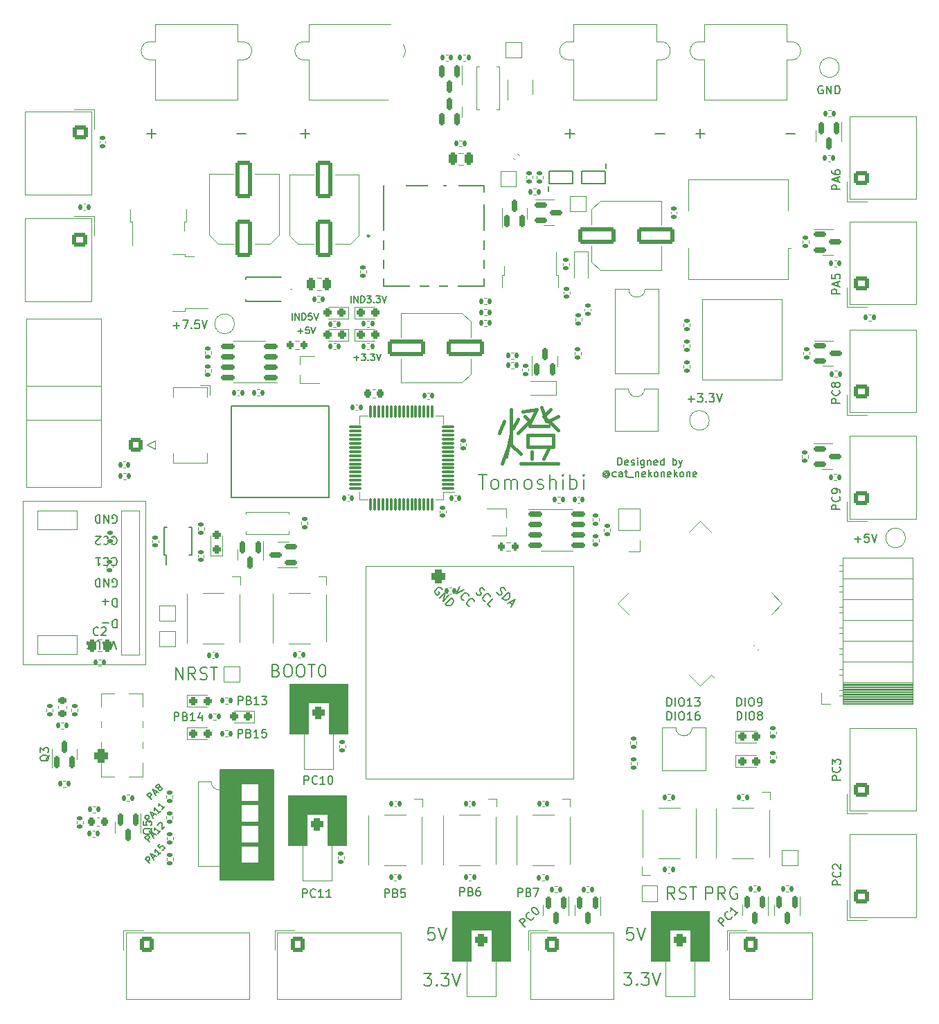
<source format=gbr>
%TF.GenerationSoftware,KiCad,Pcbnew,(6.0.11)*%
%TF.CreationDate,2023-12-12T02:53:40+09:00*%
%TF.ProjectId,Common_Control,436f6d6d-6f6e-45f4-936f-6e74726f6c2e,rev?*%
%TF.SameCoordinates,Original*%
%TF.FileFunction,Legend,Top*%
%TF.FilePolarity,Positive*%
%FSLAX46Y46*%
G04 Gerber Fmt 4.6, Leading zero omitted, Abs format (unit mm)*
G04 Created by KiCad (PCBNEW (6.0.11)) date 2023-12-12 02:53:40*
%MOMM*%
%LPD*%
G01*
G04 APERTURE LIST*
G04 Aperture macros list*
%AMRoundRect*
0 Rectangle with rounded corners*
0 $1 Rounding radius*
0 $2 $3 $4 $5 $6 $7 $8 $9 X,Y pos of 4 corners*
0 Add a 4 corners polygon primitive as box body*
4,1,4,$2,$3,$4,$5,$6,$7,$8,$9,$2,$3,0*
0 Add four circle primitives for the rounded corners*
1,1,$1+$1,$2,$3*
1,1,$1+$1,$4,$5*
1,1,$1+$1,$6,$7*
1,1,$1+$1,$8,$9*
0 Add four rect primitives between the rounded corners*
20,1,$1+$1,$2,$3,$4,$5,0*
20,1,$1+$1,$4,$5,$6,$7,0*
20,1,$1+$1,$6,$7,$8,$9,0*
20,1,$1+$1,$8,$9,$2,$3,0*%
%AMHorizOval*
0 Thick line with rounded ends*
0 $1 width*
0 $2 $3 position (X,Y) of the first rounded end (center of the circle)*
0 $4 $5 position (X,Y) of the second rounded end (center of the circle)*
0 Add line between two ends*
20,1,$1,$2,$3,$4,$5,0*
0 Add two circle primitives to create the rounded ends*
1,1,$1,$2,$3*
1,1,$1,$4,$5*%
%AMFreePoly0*
4,1,53,0.885000,-2.035000,0.700000,-2.035000,0.700000,-3.665000,0.695106,-3.680063,0.695106,-3.695902,0.685796,-3.708716,0.680902,-3.723779,0.668089,-3.733089,0.658779,-3.745902,0.643716,-3.750796,0.630902,-3.760106,0.615063,-3.760106,0.600000,-3.765000,-0.600000,-3.765000,-0.615063,-3.760106,-0.630902,-3.760106,-0.643716,-3.750796,-0.658779,-3.745902,-0.668089,-3.733089,-0.680902,-3.723779,
-0.685796,-3.708716,-0.695106,-3.695902,-0.695106,-3.680063,-0.700000,-3.665000,-0.700000,-2.035000,-0.885000,-2.035000,-0.885000,0.450000,-2.515000,0.450000,-2.530063,0.454894,-2.545902,0.454894,-2.558716,0.464204,-2.573779,0.469098,-2.583089,0.481911,-2.595902,0.491221,-2.600796,0.506284,-2.610106,0.519098,-2.610106,0.534937,-2.615000,0.550000,-2.615000,1.750000,-2.610106,1.765063,
-2.610106,1.780902,-2.600796,1.793716,-2.595902,1.808779,-2.583089,1.818089,-2.573779,1.830902,-2.558716,1.835796,-2.545902,1.845106,-2.530063,1.845106,-2.515000,1.850000,-0.885000,1.850000,-0.885000,2.035000,0.885000,2.035000,0.885000,-2.035000,0.885000,-2.035000,$1*%
%AMFreePoly1*
4,1,53,-0.534937,2.610106,-0.519098,2.610106,-0.506284,2.600796,-0.491221,2.595902,-0.481911,2.583089,-0.469098,2.573779,-0.464204,2.558716,-0.454894,2.545902,-0.454894,2.530063,-0.450000,2.515000,-0.450000,0.885000,0.450000,0.885000,0.450000,2.515000,0.454894,2.530063,0.454894,2.545902,0.464204,2.558716,0.469098,2.573779,0.481911,2.583089,0.491221,2.595902,0.506284,2.600796,
0.519098,2.610106,0.534937,2.610106,0.550000,2.615000,1.750000,2.615000,1.765063,2.610106,1.780902,2.610106,1.793716,2.600796,1.808779,2.595902,1.818089,2.583089,1.830902,2.573779,1.835796,2.558716,1.845106,2.545902,1.845106,2.530063,1.850000,2.515000,1.850000,0.885000,2.035000,0.885000,2.035000,-0.885000,-2.035000,-0.885000,-2.035000,0.885000,-1.850000,0.885000,
-1.850000,2.515000,-1.845106,2.530063,-1.845106,2.545902,-1.835796,2.558716,-1.830902,2.573779,-1.818089,2.583089,-1.808779,2.595902,-1.793716,2.600796,-1.780902,2.610106,-1.765063,2.610106,-1.750000,2.615000,-0.550000,2.615000,-0.534937,2.610106,-0.534937,2.610106,$1*%
%AMFreePoly2*
4,1,29,0.885000,1.850000,2.515000,1.850000,2.530063,1.845106,2.545902,1.845106,2.558716,1.835796,2.573779,1.830902,2.583089,1.818089,2.595902,1.808779,2.600796,1.793716,2.610106,1.780902,2.610106,1.765063,2.615000,1.750000,2.615000,0.550000,2.610106,0.534937,2.610106,0.519098,2.600796,0.506284,2.595902,0.491221,2.583089,0.481911,2.573779,0.469098,2.558716,0.464204,
2.545902,0.454894,2.530063,0.454894,2.515000,0.450000,0.885000,0.450000,0.885000,-2.035000,-0.885000,-2.035000,-0.885000,2.035000,0.885000,2.035000,0.885000,1.850000,0.885000,1.850000,$1*%
G04 Aperture macros list end*
%ADD10C,0.150000*%
%ADD11C,0.130000*%
%ADD12C,0.200000*%
%ADD13C,0.420000*%
%ADD14C,0.210000*%
%ADD15C,0.120000*%
%ADD16C,0.250000*%
%ADD17C,0.100000*%
%ADD18RoundRect,0.140000X0.140000X0.170000X-0.140000X0.170000X-0.140000X-0.170000X0.140000X-0.170000X0*%
%ADD19RoundRect,0.140000X-0.140000X-0.170000X0.140000X-0.170000X0.140000X0.170000X-0.140000X0.170000X0*%
%ADD20RoundRect,0.135000X-0.185000X0.135000X-0.185000X-0.135000X0.185000X-0.135000X0.185000X0.135000X0*%
%ADD21RoundRect,0.150000X-0.675000X-0.150000X0.675000X-0.150000X0.675000X0.150000X-0.675000X0.150000X0*%
%ADD22R,1.800000X0.800000*%
%ADD23R,1.500000X1.500000*%
%ADD24RoundRect,0.135000X0.135000X0.185000X-0.135000X0.185000X-0.135000X-0.185000X0.135000X-0.185000X0*%
%ADD25C,2.000000*%
%ADD26RoundRect,0.135000X-0.135000X-0.185000X0.135000X-0.185000X0.135000X0.185000X-0.135000X0.185000X0*%
%ADD27RoundRect,0.135000X0.185000X-0.135000X0.185000X0.135000X-0.185000X0.135000X-0.185000X-0.135000X0*%
%ADD28RoundRect,0.150000X0.150000X-0.587500X0.150000X0.587500X-0.150000X0.587500X-0.150000X-0.587500X0*%
%ADD29RoundRect,0.140000X-0.170000X0.140000X-0.170000X-0.140000X0.170000X-0.140000X0.170000X0.140000X0*%
%ADD30R,1.400000X1.600000*%
%ADD31RoundRect,0.150000X-0.150000X0.587500X-0.150000X-0.587500X0.150000X-0.587500X0.150000X0.587500X0*%
%ADD32R,0.650000X2.000000*%
%ADD33RoundRect,0.200000X-0.200000X-0.275000X0.200000X-0.275000X0.200000X0.275000X-0.200000X0.275000X0*%
%ADD34RoundRect,0.250000X-0.675000X0.600000X-0.675000X-0.600000X0.675000X-0.600000X0.675000X0.600000X0*%
%ADD35O,1.850000X1.700000*%
%ADD36RoundRect,0.425000X-0.425000X-0.425000X0.425000X-0.425000X0.425000X0.425000X-0.425000X0.425000X0*%
%ADD37C,1.700000*%
%ADD38C,1.400000*%
%ADD39R,3.500000X3.500000*%
%ADD40C,3.500000*%
%ADD41C,3.200000*%
%ADD42RoundRect,0.250000X0.675000X-0.600000X0.675000X0.600000X-0.675000X0.600000X-0.675000X-0.600000X0*%
%ADD43RoundRect,0.150000X0.587500X0.150000X-0.587500X0.150000X-0.587500X-0.150000X0.587500X-0.150000X0*%
%ADD44R,0.620000X0.575000*%
%ADD45RoundRect,0.381000X-0.381000X-0.381000X0.381000X-0.381000X0.381000X0.381000X-0.381000X0.381000X0*%
%ADD46C,1.524000*%
%ADD47RoundRect,0.250001X0.799999X-1.999999X0.799999X1.999999X-0.799999X1.999999X-0.799999X-1.999999X0*%
%ADD48RoundRect,0.150000X-0.587500X-0.150000X0.587500X-0.150000X0.587500X0.150000X-0.587500X0.150000X0*%
%ADD49R,1.000000X1.000000*%
%ADD50RoundRect,0.250000X-0.600000X-0.675000X0.600000X-0.675000X0.600000X0.675000X-0.600000X0.675000X0*%
%ADD51O,1.700000X1.850000*%
%ADD52RoundRect,0.140000X0.170000X-0.140000X0.170000X0.140000X-0.170000X0.140000X-0.170000X-0.140000X0*%
%ADD53RoundRect,0.250001X-1.999999X-0.799999X1.999999X-0.799999X1.999999X0.799999X-1.999999X0.799999X0*%
%ADD54C,1.600000*%
%ADD55RoundRect,0.237500X-0.287500X-0.237500X0.287500X-0.237500X0.287500X0.237500X-0.287500X0.237500X0*%
%ADD56RoundRect,0.225000X0.250000X-0.225000X0.250000X0.225000X-0.250000X0.225000X-0.250000X-0.225000X0*%
%ADD57R,1.700000X1.700000*%
%ADD58O,1.700000X1.700000*%
%ADD59RoundRect,0.237500X0.287500X0.237500X-0.287500X0.237500X-0.287500X-0.237500X0.287500X-0.237500X0*%
%ADD60R,0.300000X1.400000*%
%ADD61RoundRect,0.200000X0.200000X0.275000X-0.200000X0.275000X-0.200000X-0.275000X0.200000X-0.275000X0*%
%ADD62RoundRect,0.425000X0.425000X0.425000X-0.425000X0.425000X-0.425000X-0.425000X0.425000X-0.425000X0*%
%ADD63RoundRect,0.250000X-0.250000X-0.475000X0.250000X-0.475000X0.250000X0.475000X-0.250000X0.475000X0*%
%ADD64R,3.000000X1.200000*%
%ADD65FreePoly0,270.000000*%
%ADD66FreePoly1,0.000000*%
%ADD67FreePoly2,0.000000*%
%ADD68R,1.200000X3.000000*%
%ADD69R,1.500000X1.200000*%
%ADD70R,1.400000X1.400000*%
%ADD71R,1.200000X2.200000*%
%ADD72R,5.800000X6.400000*%
%ADD73RoundRect,0.237500X0.237500X-0.287500X0.237500X0.287500X-0.237500X0.287500X-0.237500X-0.287500X0*%
%ADD74RoundRect,0.250000X0.600000X0.600000X-0.600000X0.600000X-0.600000X-0.600000X0.600000X-0.600000X0*%
%ADD75RoundRect,0.225000X-0.225000X-0.250000X0.225000X-0.250000X0.225000X0.250000X-0.225000X0.250000X0*%
%ADD76O,3.100000X4.300000*%
%ADD77HorizOval,0.900000X-0.176777X0.176777X0.176777X-0.176777X0*%
%ADD78HorizOval,0.900000X0.176777X0.176777X-0.176777X-0.176777X0*%
%ADD79HorizOval,0.900000X0.106066X0.106066X-0.106066X-0.106066X0*%
%ADD80R,1.600000X1.600000*%
%ADD81O,1.600000X1.600000*%
%ADD82R,2.200000X1.200000*%
%ADD83R,6.400000X5.800000*%
%ADD84RoundRect,0.150000X0.675000X0.150000X-0.675000X0.150000X-0.675000X-0.150000X0.675000X-0.150000X0*%
%ADD85RoundRect,0.250000X0.250000X0.475000X-0.250000X0.475000X-0.250000X-0.475000X0.250000X-0.475000X0*%
%ADD86RoundRect,0.250001X1.999999X0.799999X-1.999999X0.799999X-1.999999X-0.799999X1.999999X-0.799999X0*%
%ADD87R,1.200000X4.000000*%
%ADD88RoundRect,0.075000X0.700000X0.075000X-0.700000X0.075000X-0.700000X-0.075000X0.700000X-0.075000X0*%
%ADD89RoundRect,0.075000X0.075000X0.700000X-0.075000X0.700000X-0.075000X-0.700000X0.075000X-0.700000X0*%
%ADD90R,1.524000X1.524000*%
%ADD91C,1.440000*%
%ADD92RoundRect,0.135000X-0.226274X-0.035355X-0.035355X-0.226274X0.226274X0.035355X0.035355X0.226274X0*%
%ADD93R,3.400000X2.600000*%
%ADD94R,1.500000X2.000000*%
%ADD95RoundRect,0.140000X-0.021213X0.219203X-0.219203X0.021213X0.021213X-0.219203X0.219203X-0.021213X0*%
G04 APERTURE END LIST*
D10*
G36*
X118940000Y-133940000D02*
G01*
X116840000Y-133940000D01*
X116840000Y-133540000D01*
X118940000Y-133540000D01*
X118940000Y-133940000D01*
G37*
X118940000Y-133940000D02*
X116840000Y-133940000D01*
X116840000Y-133540000D01*
X118940000Y-133540000D01*
X118940000Y-133940000D01*
G36*
X118950000Y-131400000D02*
G01*
X116850000Y-131400000D01*
X116850000Y-131000000D01*
X118950000Y-131000000D01*
X118950000Y-131400000D01*
G37*
X118950000Y-131400000D02*
X116850000Y-131400000D01*
X116850000Y-131000000D01*
X118950000Y-131000000D01*
X118950000Y-131400000D01*
G36*
X118940000Y-128860000D02*
G01*
X116840000Y-128860000D01*
X116840000Y-128460000D01*
X118940000Y-128460000D01*
X118940000Y-128860000D01*
G37*
X118940000Y-128860000D02*
X116840000Y-128860000D01*
X116840000Y-128460000D01*
X118940000Y-128460000D01*
X118940000Y-128860000D01*
G36*
X120740000Y-138060000D02*
G01*
X114240000Y-138060000D01*
X114240000Y-136060000D01*
X118990000Y-136060000D01*
X118990000Y-126310000D01*
X114240000Y-126310000D01*
X114240000Y-124560000D01*
X120740000Y-124560000D01*
X120740000Y-138060000D01*
G37*
X120740000Y-138060000D02*
X114240000Y-138060000D01*
X114240000Y-136060000D01*
X118990000Y-136060000D01*
X118990000Y-126310000D01*
X114240000Y-126310000D01*
X114240000Y-124560000D01*
X120740000Y-124560000D01*
X120740000Y-138060000D01*
X115620000Y-80105000D02*
X127550000Y-80105000D01*
X127550000Y-80105000D02*
X127550000Y-91275000D01*
X127550000Y-91275000D02*
X115620000Y-91275000D01*
X115620000Y-91275000D02*
X115620000Y-80105000D01*
G36*
X116740000Y-136060000D02*
G01*
X114240000Y-136060000D01*
X114240000Y-126310000D01*
X116740000Y-126310000D01*
X116740000Y-136060000D01*
G37*
X116740000Y-136060000D02*
X114240000Y-136060000D01*
X114240000Y-126310000D01*
X116740000Y-126310000D01*
X116740000Y-136060000D01*
X151494416Y-143775347D02*
X150787309Y-143068240D01*
X151056683Y-142798866D01*
X151157698Y-142765194D01*
X151225042Y-142765194D01*
X151326057Y-142798866D01*
X151427072Y-142899881D01*
X151460744Y-143000896D01*
X151460744Y-143068240D01*
X151427072Y-143169255D01*
X151157698Y-143438629D01*
X152538240Y-142596835D02*
X152538240Y-142664179D01*
X152470896Y-142798866D01*
X152403553Y-142866209D01*
X152268866Y-142933553D01*
X152134179Y-142933553D01*
X152033164Y-142899881D01*
X151864805Y-142798866D01*
X151763790Y-142697851D01*
X151662774Y-142529492D01*
X151629103Y-142428477D01*
X151629103Y-142293790D01*
X151696446Y-142159103D01*
X151763790Y-142091759D01*
X151898477Y-142024416D01*
X151965820Y-142024416D01*
X152336209Y-141519339D02*
X152403553Y-141451996D01*
X152504568Y-141418324D01*
X152571912Y-141418324D01*
X152672927Y-141451996D01*
X152841286Y-141553011D01*
X153009644Y-141721370D01*
X153110660Y-141889729D01*
X153144331Y-141990744D01*
X153144331Y-142058087D01*
X153110660Y-142159103D01*
X153043316Y-142226446D01*
X152942301Y-142260118D01*
X152874957Y-142260118D01*
X152773942Y-142226446D01*
X152605583Y-142125431D01*
X152437225Y-141957072D01*
X152336209Y-141788713D01*
X152302538Y-141687698D01*
X152302538Y-141620355D01*
X152336209Y-141519339D01*
X190052380Y-125858095D02*
X189052380Y-125858095D01*
X189052380Y-125477142D01*
X189100000Y-125381904D01*
X189147619Y-125334285D01*
X189242857Y-125286666D01*
X189385714Y-125286666D01*
X189480952Y-125334285D01*
X189528571Y-125381904D01*
X189576190Y-125477142D01*
X189576190Y-125858095D01*
X189957142Y-124286666D02*
X190004761Y-124334285D01*
X190052380Y-124477142D01*
X190052380Y-124572380D01*
X190004761Y-124715238D01*
X189909523Y-124810476D01*
X189814285Y-124858095D01*
X189623809Y-124905714D01*
X189480952Y-124905714D01*
X189290476Y-124858095D01*
X189195238Y-124810476D01*
X189100000Y-124715238D01*
X189052380Y-124572380D01*
X189052380Y-124477142D01*
X189100000Y-124334285D01*
X189147619Y-124286666D01*
X189052380Y-123953333D02*
X189052380Y-123334285D01*
X189433333Y-123667619D01*
X189433333Y-123524761D01*
X189480952Y-123429523D01*
X189528571Y-123381904D01*
X189623809Y-123334285D01*
X189861904Y-123334285D01*
X189957142Y-123381904D01*
X190004761Y-123429523D01*
X190052380Y-123524761D01*
X190052380Y-123810476D01*
X190004761Y-123905714D01*
X189957142Y-123953333D01*
X168863809Y-116812380D02*
X168863809Y-115812380D01*
X169101904Y-115812380D01*
X169244761Y-115860000D01*
X169340000Y-115955238D01*
X169387619Y-116050476D01*
X169435238Y-116240952D01*
X169435238Y-116383809D01*
X169387619Y-116574285D01*
X169340000Y-116669523D01*
X169244761Y-116764761D01*
X169101904Y-116812380D01*
X168863809Y-116812380D01*
X169863809Y-116812380D02*
X169863809Y-115812380D01*
X170530476Y-115812380D02*
X170720952Y-115812380D01*
X170816190Y-115860000D01*
X170911428Y-115955238D01*
X170959047Y-116145714D01*
X170959047Y-116479047D01*
X170911428Y-116669523D01*
X170816190Y-116764761D01*
X170720952Y-116812380D01*
X170530476Y-116812380D01*
X170435238Y-116764761D01*
X170340000Y-116669523D01*
X170292380Y-116479047D01*
X170292380Y-116145714D01*
X170340000Y-115955238D01*
X170435238Y-115860000D01*
X170530476Y-115812380D01*
X171911428Y-116812380D02*
X171340000Y-116812380D01*
X171625714Y-116812380D02*
X171625714Y-115812380D01*
X171530476Y-115955238D01*
X171435238Y-116050476D01*
X171340000Y-116098095D01*
X172244761Y-115812380D02*
X172863809Y-115812380D01*
X172530476Y-116193333D01*
X172673333Y-116193333D01*
X172768571Y-116240952D01*
X172816190Y-116288571D01*
X172863809Y-116383809D01*
X172863809Y-116621904D01*
X172816190Y-116717142D01*
X172768571Y-116764761D01*
X172673333Y-116812380D01*
X172387619Y-116812380D01*
X172292380Y-116764761D01*
X172244761Y-116717142D01*
X190022380Y-66396666D02*
X189022380Y-66396666D01*
X189022380Y-66015714D01*
X189070000Y-65920476D01*
X189117619Y-65872857D01*
X189212857Y-65825238D01*
X189355714Y-65825238D01*
X189450952Y-65872857D01*
X189498571Y-65920476D01*
X189546190Y-66015714D01*
X189546190Y-66396666D01*
X189736666Y-65444285D02*
X189736666Y-64968095D01*
X190022380Y-65539523D02*
X189022380Y-65206190D01*
X190022380Y-64872857D01*
X189022380Y-64063333D02*
X189022380Y-64539523D01*
X189498571Y-64587142D01*
X189450952Y-64539523D01*
X189403333Y-64444285D01*
X189403333Y-64206190D01*
X189450952Y-64110952D01*
X189498571Y-64063333D01*
X189593809Y-64015714D01*
X189831904Y-64015714D01*
X189927142Y-64063333D01*
X189974761Y-64110952D01*
X190022380Y-64206190D01*
X190022380Y-64444285D01*
X189974761Y-64539523D01*
X189927142Y-64587142D01*
D11*
X123027142Y-69611904D02*
X123027142Y-68811904D01*
X123408095Y-69611904D02*
X123408095Y-68811904D01*
X123865238Y-69611904D01*
X123865238Y-68811904D01*
X124246190Y-69611904D02*
X124246190Y-68811904D01*
X124436666Y-68811904D01*
X124550952Y-68850000D01*
X124627142Y-68926190D01*
X124665238Y-69002380D01*
X124703333Y-69154761D01*
X124703333Y-69269047D01*
X124665238Y-69421428D01*
X124627142Y-69497619D01*
X124550952Y-69573809D01*
X124436666Y-69611904D01*
X124246190Y-69611904D01*
X125427142Y-68811904D02*
X125046190Y-68811904D01*
X125008095Y-69192857D01*
X125046190Y-69154761D01*
X125122380Y-69116666D01*
X125312857Y-69116666D01*
X125389047Y-69154761D01*
X125427142Y-69192857D01*
X125465238Y-69269047D01*
X125465238Y-69459523D01*
X125427142Y-69535714D01*
X125389047Y-69573809D01*
X125312857Y-69611904D01*
X125122380Y-69611904D01*
X125046190Y-69573809D01*
X125008095Y-69535714D01*
X125693809Y-68811904D02*
X125960476Y-69611904D01*
X126227142Y-68811904D01*
D10*
X191814285Y-96401428D02*
X192576190Y-96401428D01*
X192195238Y-96782380D02*
X192195238Y-96020476D01*
X193528571Y-95782380D02*
X193052380Y-95782380D01*
X193004761Y-96258571D01*
X193052380Y-96210952D01*
X193147619Y-96163333D01*
X193385714Y-96163333D01*
X193480952Y-96210952D01*
X193528571Y-96258571D01*
X193576190Y-96353809D01*
X193576190Y-96591904D01*
X193528571Y-96687142D01*
X193480952Y-96734761D01*
X193385714Y-96782380D01*
X193147619Y-96782380D01*
X193052380Y-96734761D01*
X193004761Y-96687142D01*
X193861904Y-95782380D02*
X194195238Y-96782380D01*
X194528571Y-95782380D01*
X116425714Y-116622380D02*
X116425714Y-115622380D01*
X116806666Y-115622380D01*
X116901904Y-115670000D01*
X116949523Y-115717619D01*
X116997142Y-115812857D01*
X116997142Y-115955714D01*
X116949523Y-116050952D01*
X116901904Y-116098571D01*
X116806666Y-116146190D01*
X116425714Y-116146190D01*
X117759047Y-116098571D02*
X117901904Y-116146190D01*
X117949523Y-116193809D01*
X117997142Y-116289047D01*
X117997142Y-116431904D01*
X117949523Y-116527142D01*
X117901904Y-116574761D01*
X117806666Y-116622380D01*
X117425714Y-116622380D01*
X117425714Y-115622380D01*
X117759047Y-115622380D01*
X117854285Y-115670000D01*
X117901904Y-115717619D01*
X117949523Y-115812857D01*
X117949523Y-115908095D01*
X117901904Y-116003333D01*
X117854285Y-116050952D01*
X117759047Y-116098571D01*
X117425714Y-116098571D01*
X118949523Y-116622380D02*
X118378095Y-116622380D01*
X118663809Y-116622380D02*
X118663809Y-115622380D01*
X118568571Y-115765238D01*
X118473333Y-115860476D01*
X118378095Y-115908095D01*
X119282857Y-115622380D02*
X119901904Y-115622380D01*
X119568571Y-116003333D01*
X119711428Y-116003333D01*
X119806666Y-116050952D01*
X119854285Y-116098571D01*
X119901904Y-116193809D01*
X119901904Y-116431904D01*
X119854285Y-116527142D01*
X119806666Y-116574761D01*
X119711428Y-116622380D01*
X119425714Y-116622380D01*
X119330476Y-116574761D01*
X119282857Y-116527142D01*
D12*
X108775714Y-113568571D02*
X108775714Y-112068571D01*
X109632857Y-113568571D01*
X109632857Y-112068571D01*
X111204285Y-113568571D02*
X110704285Y-112854285D01*
X110347142Y-113568571D02*
X110347142Y-112068571D01*
X110918571Y-112068571D01*
X111061428Y-112140000D01*
X111132857Y-112211428D01*
X111204285Y-112354285D01*
X111204285Y-112568571D01*
X111132857Y-112711428D01*
X111061428Y-112782857D01*
X110918571Y-112854285D01*
X110347142Y-112854285D01*
X111775714Y-113497142D02*
X111990000Y-113568571D01*
X112347142Y-113568571D01*
X112490000Y-113497142D01*
X112561428Y-113425714D01*
X112632857Y-113282857D01*
X112632857Y-113140000D01*
X112561428Y-112997142D01*
X112490000Y-112925714D01*
X112347142Y-112854285D01*
X112061428Y-112782857D01*
X111918571Y-112711428D01*
X111847142Y-112640000D01*
X111775714Y-112497142D01*
X111775714Y-112354285D01*
X111847142Y-112211428D01*
X111918571Y-112140000D01*
X112061428Y-112068571D01*
X112418571Y-112068571D01*
X112632857Y-112140000D01*
X113061428Y-112068571D02*
X113918571Y-112068571D01*
X113490000Y-113568571D02*
X113490000Y-112068571D01*
X169798571Y-140408571D02*
X169298571Y-139694285D01*
X168941428Y-140408571D02*
X168941428Y-138908571D01*
X169512857Y-138908571D01*
X169655714Y-138980000D01*
X169727142Y-139051428D01*
X169798571Y-139194285D01*
X169798571Y-139408571D01*
X169727142Y-139551428D01*
X169655714Y-139622857D01*
X169512857Y-139694285D01*
X168941428Y-139694285D01*
X170370000Y-140337142D02*
X170584285Y-140408571D01*
X170941428Y-140408571D01*
X171084285Y-140337142D01*
X171155714Y-140265714D01*
X171227142Y-140122857D01*
X171227142Y-139980000D01*
X171155714Y-139837142D01*
X171084285Y-139765714D01*
X170941428Y-139694285D01*
X170655714Y-139622857D01*
X170512857Y-139551428D01*
X170441428Y-139480000D01*
X170370000Y-139337142D01*
X170370000Y-139194285D01*
X170441428Y-139051428D01*
X170512857Y-138980000D01*
X170655714Y-138908571D01*
X171012857Y-138908571D01*
X171227142Y-138980000D01*
X171655714Y-138908571D02*
X172512857Y-138908571D01*
X172084285Y-140408571D02*
X172084285Y-138908571D01*
D10*
X108615714Y-118582380D02*
X108615714Y-117582380D01*
X108996666Y-117582380D01*
X109091904Y-117630000D01*
X109139523Y-117677619D01*
X109187142Y-117772857D01*
X109187142Y-117915714D01*
X109139523Y-118010952D01*
X109091904Y-118058571D01*
X108996666Y-118106190D01*
X108615714Y-118106190D01*
X109949047Y-118058571D02*
X110091904Y-118106190D01*
X110139523Y-118153809D01*
X110187142Y-118249047D01*
X110187142Y-118391904D01*
X110139523Y-118487142D01*
X110091904Y-118534761D01*
X109996666Y-118582380D01*
X109615714Y-118582380D01*
X109615714Y-117582380D01*
X109949047Y-117582380D01*
X110044285Y-117630000D01*
X110091904Y-117677619D01*
X110139523Y-117772857D01*
X110139523Y-117868095D01*
X110091904Y-117963333D01*
X110044285Y-118010952D01*
X109949047Y-118058571D01*
X109615714Y-118058571D01*
X111139523Y-118582380D02*
X110568095Y-118582380D01*
X110853809Y-118582380D02*
X110853809Y-117582380D01*
X110758571Y-117725238D01*
X110663333Y-117820476D01*
X110568095Y-117868095D01*
X111996666Y-117915714D02*
X111996666Y-118582380D01*
X111758571Y-117534761D02*
X111520476Y-118249047D01*
X112139523Y-118249047D01*
D11*
X105606564Y-136055245D02*
X105040879Y-135489560D01*
X105256378Y-135274061D01*
X105337190Y-135247123D01*
X105391065Y-135247123D01*
X105471877Y-135274061D01*
X105552690Y-135354873D01*
X105579627Y-135435685D01*
X105579627Y-135489560D01*
X105552690Y-135570372D01*
X105337190Y-135785871D01*
X105983688Y-135354873D02*
X106253062Y-135085499D01*
X106091438Y-135570372D02*
X105714314Y-134816125D01*
X106468561Y-135193248D01*
X106953435Y-134708375D02*
X106630186Y-135031624D01*
X106791810Y-134870000D02*
X106226125Y-134304314D01*
X106253062Y-134439001D01*
X106253062Y-134546751D01*
X106226125Y-134627563D01*
X106899560Y-133630879D02*
X106630186Y-133900253D01*
X106872622Y-134196564D01*
X106872622Y-134142690D01*
X106899560Y-134061877D01*
X107034247Y-133927190D01*
X107115059Y-133900253D01*
X107168934Y-133900253D01*
X107249746Y-133927190D01*
X107384433Y-134061877D01*
X107411370Y-134142690D01*
X107411370Y-134196564D01*
X107384433Y-134277377D01*
X107249746Y-134412064D01*
X107168934Y-134439001D01*
X107115059Y-134439001D01*
D12*
X139125714Y-149478571D02*
X140054285Y-149478571D01*
X139554285Y-150050000D01*
X139768571Y-150050000D01*
X139911428Y-150121428D01*
X139982857Y-150192857D01*
X140054285Y-150335714D01*
X140054285Y-150692857D01*
X139982857Y-150835714D01*
X139911428Y-150907142D01*
X139768571Y-150978571D01*
X139340000Y-150978571D01*
X139197142Y-150907142D01*
X139125714Y-150835714D01*
X140697142Y-150835714D02*
X140768571Y-150907142D01*
X140697142Y-150978571D01*
X140625714Y-150907142D01*
X140697142Y-150835714D01*
X140697142Y-150978571D01*
X141268571Y-149478571D02*
X142197142Y-149478571D01*
X141697142Y-150050000D01*
X141911428Y-150050000D01*
X142054285Y-150121428D01*
X142125714Y-150192857D01*
X142197142Y-150335714D01*
X142197142Y-150692857D01*
X142125714Y-150835714D01*
X142054285Y-150907142D01*
X141911428Y-150978571D01*
X141482857Y-150978571D01*
X141340000Y-150907142D01*
X141268571Y-150835714D01*
X142625714Y-149478571D02*
X143125714Y-150978571D01*
X143625714Y-149478571D01*
D10*
X168863809Y-118502380D02*
X168863809Y-117502380D01*
X169101904Y-117502380D01*
X169244761Y-117550000D01*
X169340000Y-117645238D01*
X169387619Y-117740476D01*
X169435238Y-117930952D01*
X169435238Y-118073809D01*
X169387619Y-118264285D01*
X169340000Y-118359523D01*
X169244761Y-118454761D01*
X169101904Y-118502380D01*
X168863809Y-118502380D01*
X169863809Y-118502380D02*
X169863809Y-117502380D01*
X170530476Y-117502380D02*
X170720952Y-117502380D01*
X170816190Y-117550000D01*
X170911428Y-117645238D01*
X170959047Y-117835714D01*
X170959047Y-118169047D01*
X170911428Y-118359523D01*
X170816190Y-118454761D01*
X170720952Y-118502380D01*
X170530476Y-118502380D01*
X170435238Y-118454761D01*
X170340000Y-118359523D01*
X170292380Y-118169047D01*
X170292380Y-117835714D01*
X170340000Y-117645238D01*
X170435238Y-117550000D01*
X170530476Y-117502380D01*
X171911428Y-118502380D02*
X171340000Y-118502380D01*
X171625714Y-118502380D02*
X171625714Y-117502380D01*
X171530476Y-117645238D01*
X171435238Y-117740476D01*
X171340000Y-117788095D01*
X172768571Y-117502380D02*
X172578095Y-117502380D01*
X172482857Y-117550000D01*
X172435238Y-117597619D01*
X172340000Y-117740476D01*
X172292380Y-117930952D01*
X172292380Y-118311904D01*
X172340000Y-118407142D01*
X172387619Y-118454761D01*
X172482857Y-118502380D01*
X172673333Y-118502380D01*
X172768571Y-118454761D01*
X172816190Y-118407142D01*
X172863809Y-118311904D01*
X172863809Y-118073809D01*
X172816190Y-117978571D01*
X172768571Y-117930952D01*
X172673333Y-117883333D01*
X172482857Y-117883333D01*
X172387619Y-117930952D01*
X172340000Y-117978571D01*
X172292380Y-118073809D01*
D12*
X164714285Y-143918571D02*
X164000000Y-143918571D01*
X163928571Y-144632857D01*
X164000000Y-144561428D01*
X164142857Y-144490000D01*
X164500000Y-144490000D01*
X164642857Y-144561428D01*
X164714285Y-144632857D01*
X164785714Y-144775714D01*
X164785714Y-145132857D01*
X164714285Y-145275714D01*
X164642857Y-145347142D01*
X164500000Y-145418571D01*
X164142857Y-145418571D01*
X164000000Y-145347142D01*
X163928571Y-145275714D01*
X165214285Y-143918571D02*
X165714285Y-145418571D01*
X166214285Y-143918571D01*
X121060000Y-112472857D02*
X121274285Y-112544285D01*
X121345714Y-112615714D01*
X121417142Y-112758571D01*
X121417142Y-112972857D01*
X121345714Y-113115714D01*
X121274285Y-113187142D01*
X121131428Y-113258571D01*
X120560000Y-113258571D01*
X120560000Y-111758571D01*
X121060000Y-111758571D01*
X121202857Y-111830000D01*
X121274285Y-111901428D01*
X121345714Y-112044285D01*
X121345714Y-112187142D01*
X121274285Y-112330000D01*
X121202857Y-112401428D01*
X121060000Y-112472857D01*
X120560000Y-112472857D01*
X122345714Y-111758571D02*
X122631428Y-111758571D01*
X122774285Y-111830000D01*
X122917142Y-111972857D01*
X122988571Y-112258571D01*
X122988571Y-112758571D01*
X122917142Y-113044285D01*
X122774285Y-113187142D01*
X122631428Y-113258571D01*
X122345714Y-113258571D01*
X122202857Y-113187142D01*
X122060000Y-113044285D01*
X121988571Y-112758571D01*
X121988571Y-112258571D01*
X122060000Y-111972857D01*
X122202857Y-111830000D01*
X122345714Y-111758571D01*
X123917142Y-111758571D02*
X124202857Y-111758571D01*
X124345714Y-111830000D01*
X124488571Y-111972857D01*
X124560000Y-112258571D01*
X124560000Y-112758571D01*
X124488571Y-113044285D01*
X124345714Y-113187142D01*
X124202857Y-113258571D01*
X123917142Y-113258571D01*
X123774285Y-113187142D01*
X123631428Y-113044285D01*
X123560000Y-112758571D01*
X123560000Y-112258571D01*
X123631428Y-111972857D01*
X123774285Y-111830000D01*
X123917142Y-111758571D01*
X124988571Y-111758571D02*
X125845714Y-111758571D01*
X125417142Y-113258571D02*
X125417142Y-111758571D01*
X126631428Y-111758571D02*
X126774285Y-111758571D01*
X126917142Y-111830000D01*
X126988571Y-111901428D01*
X127060000Y-112044285D01*
X127131428Y-112330000D01*
X127131428Y-112687142D01*
X127060000Y-112972857D01*
X126988571Y-113115714D01*
X126917142Y-113187142D01*
X126774285Y-113258571D01*
X126631428Y-113258571D01*
X126488571Y-113187142D01*
X126417142Y-113115714D01*
X126345714Y-112972857D01*
X126274285Y-112687142D01*
X126274285Y-112330000D01*
X126345714Y-112044285D01*
X126417142Y-111901428D01*
X126488571Y-111830000D01*
X126631428Y-111758571D01*
D11*
X105845938Y-128225871D02*
X105280253Y-127660186D01*
X105495752Y-127444687D01*
X105576564Y-127417749D01*
X105630439Y-127417749D01*
X105711251Y-127444687D01*
X105792064Y-127525499D01*
X105819001Y-127606311D01*
X105819001Y-127660186D01*
X105792064Y-127740998D01*
X105576564Y-127956497D01*
X106223062Y-127525499D02*
X106492436Y-127256125D01*
X106330812Y-127740998D02*
X105953688Y-126986751D01*
X106707935Y-127363874D01*
X106654061Y-126771251D02*
X106573248Y-126798189D01*
X106519374Y-126798189D01*
X106438561Y-126771251D01*
X106411624Y-126744314D01*
X106384687Y-126663502D01*
X106384687Y-126609627D01*
X106411624Y-126528815D01*
X106519374Y-126421065D01*
X106600186Y-126394128D01*
X106654061Y-126394128D01*
X106734873Y-126421065D01*
X106761810Y-126448003D01*
X106788748Y-126528815D01*
X106788748Y-126582690D01*
X106761810Y-126663502D01*
X106654061Y-126771251D01*
X106627123Y-126852064D01*
X106627123Y-126905938D01*
X106654061Y-126986751D01*
X106761810Y-127094500D01*
X106842622Y-127121438D01*
X106896497Y-127121438D01*
X106977309Y-127094500D01*
X107085059Y-126986751D01*
X107111996Y-126905938D01*
X107111996Y-126852064D01*
X107085059Y-126771251D01*
X106977309Y-126663502D01*
X106896497Y-126636564D01*
X106842622Y-126636564D01*
X106761810Y-126663502D01*
D10*
X134341904Y-140162380D02*
X134341904Y-139162380D01*
X134722857Y-139162380D01*
X134818095Y-139210000D01*
X134865714Y-139257619D01*
X134913333Y-139352857D01*
X134913333Y-139495714D01*
X134865714Y-139590952D01*
X134818095Y-139638571D01*
X134722857Y-139686190D01*
X134341904Y-139686190D01*
X135675238Y-139638571D02*
X135818095Y-139686190D01*
X135865714Y-139733809D01*
X135913333Y-139829047D01*
X135913333Y-139971904D01*
X135865714Y-140067142D01*
X135818095Y-140114761D01*
X135722857Y-140162380D01*
X135341904Y-140162380D01*
X135341904Y-139162380D01*
X135675238Y-139162380D01*
X135770476Y-139210000D01*
X135818095Y-139257619D01*
X135865714Y-139352857D01*
X135865714Y-139448095D01*
X135818095Y-139543333D01*
X135770476Y-139590952D01*
X135675238Y-139638571D01*
X135341904Y-139638571D01*
X136818095Y-139162380D02*
X136341904Y-139162380D01*
X136294285Y-139638571D01*
X136341904Y-139590952D01*
X136437142Y-139543333D01*
X136675238Y-139543333D01*
X136770476Y-139590952D01*
X136818095Y-139638571D01*
X136865714Y-139733809D01*
X136865714Y-139971904D01*
X136818095Y-140067142D01*
X136770476Y-140114761D01*
X136675238Y-140162380D01*
X136437142Y-140162380D01*
X136341904Y-140114761D01*
X136294285Y-140067142D01*
X143531904Y-139982380D02*
X143531904Y-138982380D01*
X143912857Y-138982380D01*
X144008095Y-139030000D01*
X144055714Y-139077619D01*
X144103333Y-139172857D01*
X144103333Y-139315714D01*
X144055714Y-139410952D01*
X144008095Y-139458571D01*
X143912857Y-139506190D01*
X143531904Y-139506190D01*
X144865238Y-139458571D02*
X145008095Y-139506190D01*
X145055714Y-139553809D01*
X145103333Y-139649047D01*
X145103333Y-139791904D01*
X145055714Y-139887142D01*
X145008095Y-139934761D01*
X144912857Y-139982380D01*
X144531904Y-139982380D01*
X144531904Y-138982380D01*
X144865238Y-138982380D01*
X144960476Y-139030000D01*
X145008095Y-139077619D01*
X145055714Y-139172857D01*
X145055714Y-139268095D01*
X145008095Y-139363333D01*
X144960476Y-139410952D01*
X144865238Y-139458571D01*
X144531904Y-139458571D01*
X145960476Y-138982380D02*
X145770000Y-138982380D01*
X145674761Y-139030000D01*
X145627142Y-139077619D01*
X145531904Y-139220476D01*
X145484285Y-139410952D01*
X145484285Y-139791904D01*
X145531904Y-139887142D01*
X145579523Y-139934761D01*
X145674761Y-139982380D01*
X145865238Y-139982380D01*
X145960476Y-139934761D01*
X146008095Y-139887142D01*
X146055714Y-139791904D01*
X146055714Y-139553809D01*
X146008095Y-139458571D01*
X145960476Y-139410952D01*
X145865238Y-139363333D01*
X145674761Y-139363333D01*
X145579523Y-139410952D01*
X145531904Y-139458571D01*
X145484285Y-139553809D01*
X124295714Y-140172380D02*
X124295714Y-139172380D01*
X124676666Y-139172380D01*
X124771904Y-139220000D01*
X124819523Y-139267619D01*
X124867142Y-139362857D01*
X124867142Y-139505714D01*
X124819523Y-139600952D01*
X124771904Y-139648571D01*
X124676666Y-139696190D01*
X124295714Y-139696190D01*
X125867142Y-140077142D02*
X125819523Y-140124761D01*
X125676666Y-140172380D01*
X125581428Y-140172380D01*
X125438571Y-140124761D01*
X125343333Y-140029523D01*
X125295714Y-139934285D01*
X125248095Y-139743809D01*
X125248095Y-139600952D01*
X125295714Y-139410476D01*
X125343333Y-139315238D01*
X125438571Y-139220000D01*
X125581428Y-139172380D01*
X125676666Y-139172380D01*
X125819523Y-139220000D01*
X125867142Y-139267619D01*
X126819523Y-140172380D02*
X126248095Y-140172380D01*
X126533809Y-140172380D02*
X126533809Y-139172380D01*
X126438571Y-139315238D01*
X126343333Y-139410476D01*
X126248095Y-139458095D01*
X127771904Y-140172380D02*
X127200476Y-140172380D01*
X127486190Y-140172380D02*
X127486190Y-139172380D01*
X127390952Y-139315238D01*
X127295714Y-139410476D01*
X127200476Y-139458095D01*
D11*
X130580000Y-74247142D02*
X131189523Y-74247142D01*
X130884761Y-74551904D02*
X130884761Y-73942380D01*
X131494285Y-73751904D02*
X131989523Y-73751904D01*
X131722857Y-74056666D01*
X131837142Y-74056666D01*
X131913333Y-74094761D01*
X131951428Y-74132857D01*
X131989523Y-74209047D01*
X131989523Y-74399523D01*
X131951428Y-74475714D01*
X131913333Y-74513809D01*
X131837142Y-74551904D01*
X131608571Y-74551904D01*
X131532380Y-74513809D01*
X131494285Y-74475714D01*
X132332380Y-74475714D02*
X132370476Y-74513809D01*
X132332380Y-74551904D01*
X132294285Y-74513809D01*
X132332380Y-74475714D01*
X132332380Y-74551904D01*
X132637142Y-73751904D02*
X133132380Y-73751904D01*
X132865714Y-74056666D01*
X132980000Y-74056666D01*
X133056190Y-74094761D01*
X133094285Y-74132857D01*
X133132380Y-74209047D01*
X133132380Y-74399523D01*
X133094285Y-74475714D01*
X133056190Y-74513809D01*
X132980000Y-74551904D01*
X132751428Y-74551904D01*
X132675238Y-74513809D01*
X132637142Y-74475714D01*
X133360952Y-73751904D02*
X133627619Y-74551904D01*
X133894285Y-73751904D01*
D10*
X108510000Y-70291428D02*
X109271904Y-70291428D01*
X108890952Y-70672380D02*
X108890952Y-69910476D01*
X109652857Y-69672380D02*
X110319523Y-69672380D01*
X109890952Y-70672380D01*
X110700476Y-70577142D02*
X110748095Y-70624761D01*
X110700476Y-70672380D01*
X110652857Y-70624761D01*
X110700476Y-70577142D01*
X110700476Y-70672380D01*
X111652857Y-69672380D02*
X111176666Y-69672380D01*
X111129047Y-70148571D01*
X111176666Y-70100952D01*
X111271904Y-70053333D01*
X111510000Y-70053333D01*
X111605238Y-70100952D01*
X111652857Y-70148571D01*
X111700476Y-70243809D01*
X111700476Y-70481904D01*
X111652857Y-70577142D01*
X111605238Y-70624761D01*
X111510000Y-70672380D01*
X111271904Y-70672380D01*
X111176666Y-70624761D01*
X111129047Y-70577142D01*
X111986190Y-69672380D02*
X112319523Y-70672380D01*
X112652857Y-69672380D01*
D11*
X105576564Y-133415245D02*
X105010879Y-132849560D01*
X105226378Y-132634061D01*
X105307190Y-132607123D01*
X105361065Y-132607123D01*
X105441877Y-132634061D01*
X105522690Y-132714873D01*
X105549627Y-132795685D01*
X105549627Y-132849560D01*
X105522690Y-132930372D01*
X105307190Y-133145871D01*
X105953688Y-132714873D02*
X106223062Y-132445499D01*
X106061438Y-132930372D02*
X105684314Y-132176125D01*
X106438561Y-132553248D01*
X106923435Y-132068375D02*
X106600186Y-132391624D01*
X106761810Y-132230000D02*
X106196125Y-131664314D01*
X106223062Y-131799001D01*
X106223062Y-131906751D01*
X106196125Y-131987563D01*
X106627123Y-131341065D02*
X106627123Y-131287190D01*
X106654061Y-131206378D01*
X106788748Y-131071691D01*
X106869560Y-131044754D01*
X106923435Y-131044754D01*
X107004247Y-131071691D01*
X107058122Y-131125566D01*
X107111996Y-131233316D01*
X107111996Y-131879813D01*
X107462183Y-131529627D01*
D12*
X173607142Y-140408571D02*
X173607142Y-138908571D01*
X174178571Y-138908571D01*
X174321428Y-138980000D01*
X174392857Y-139051428D01*
X174464285Y-139194285D01*
X174464285Y-139408571D01*
X174392857Y-139551428D01*
X174321428Y-139622857D01*
X174178571Y-139694285D01*
X173607142Y-139694285D01*
X175964285Y-140408571D02*
X175464285Y-139694285D01*
X175107142Y-140408571D02*
X175107142Y-138908571D01*
X175678571Y-138908571D01*
X175821428Y-138980000D01*
X175892857Y-139051428D01*
X175964285Y-139194285D01*
X175964285Y-139408571D01*
X175892857Y-139551428D01*
X175821428Y-139622857D01*
X175678571Y-139694285D01*
X175107142Y-139694285D01*
X177392857Y-138980000D02*
X177250000Y-138908571D01*
X177035714Y-138908571D01*
X176821428Y-138980000D01*
X176678571Y-139122857D01*
X176607142Y-139265714D01*
X176535714Y-139551428D01*
X176535714Y-139765714D01*
X176607142Y-140051428D01*
X176678571Y-140194285D01*
X176821428Y-140337142D01*
X177035714Y-140408571D01*
X177178571Y-140408571D01*
X177392857Y-140337142D01*
X177464285Y-140265714D01*
X177464285Y-139765714D01*
X177178571Y-139765714D01*
D10*
X189982380Y-79788095D02*
X188982380Y-79788095D01*
X188982380Y-79407142D01*
X189030000Y-79311904D01*
X189077619Y-79264285D01*
X189172857Y-79216666D01*
X189315714Y-79216666D01*
X189410952Y-79264285D01*
X189458571Y-79311904D01*
X189506190Y-79407142D01*
X189506190Y-79788095D01*
X189887142Y-78216666D02*
X189934761Y-78264285D01*
X189982380Y-78407142D01*
X189982380Y-78502380D01*
X189934761Y-78645238D01*
X189839523Y-78740476D01*
X189744285Y-78788095D01*
X189553809Y-78835714D01*
X189410952Y-78835714D01*
X189220476Y-78788095D01*
X189125238Y-78740476D01*
X189030000Y-78645238D01*
X188982380Y-78502380D01*
X188982380Y-78407142D01*
X189030000Y-78264285D01*
X189077619Y-78216666D01*
X189410952Y-77645238D02*
X189363333Y-77740476D01*
X189315714Y-77788095D01*
X189220476Y-77835714D01*
X189172857Y-77835714D01*
X189077619Y-77788095D01*
X189030000Y-77740476D01*
X188982380Y-77645238D01*
X188982380Y-77454761D01*
X189030000Y-77359523D01*
X189077619Y-77311904D01*
X189172857Y-77264285D01*
X189220476Y-77264285D01*
X189315714Y-77311904D01*
X189363333Y-77359523D01*
X189410952Y-77454761D01*
X189410952Y-77645238D01*
X189458571Y-77740476D01*
X189506190Y-77788095D01*
X189601428Y-77835714D01*
X189791904Y-77835714D01*
X189887142Y-77788095D01*
X189934761Y-77740476D01*
X189982380Y-77645238D01*
X189982380Y-77454761D01*
X189934761Y-77359523D01*
X189887142Y-77311904D01*
X189791904Y-77264285D01*
X189601428Y-77264285D01*
X189506190Y-77311904D01*
X189458571Y-77359523D01*
X189410952Y-77454761D01*
X190022380Y-53666666D02*
X189022380Y-53666666D01*
X189022380Y-53285714D01*
X189070000Y-53190476D01*
X189117619Y-53142857D01*
X189212857Y-53095238D01*
X189355714Y-53095238D01*
X189450952Y-53142857D01*
X189498571Y-53190476D01*
X189546190Y-53285714D01*
X189546190Y-53666666D01*
X189736666Y-52714285D02*
X189736666Y-52238095D01*
X190022380Y-52809523D02*
X189022380Y-52476190D01*
X190022380Y-52142857D01*
X189022380Y-51380952D02*
X189022380Y-51571428D01*
X189070000Y-51666666D01*
X189117619Y-51714285D01*
X189260476Y-51809523D01*
X189450952Y-51857142D01*
X189831904Y-51857142D01*
X189927142Y-51809523D01*
X189974761Y-51761904D01*
X190022380Y-51666666D01*
X190022380Y-51476190D01*
X189974761Y-51380952D01*
X189927142Y-51333333D01*
X189831904Y-51285714D01*
X189593809Y-51285714D01*
X189498571Y-51333333D01*
X189450952Y-51380952D01*
X189403333Y-51476190D01*
X189403333Y-51666666D01*
X189450952Y-51761904D01*
X189498571Y-51809523D01*
X189593809Y-51857142D01*
D11*
X130205714Y-67491904D02*
X130205714Y-66691904D01*
X130586666Y-67491904D02*
X130586666Y-66691904D01*
X131043809Y-67491904D01*
X131043809Y-66691904D01*
X131424761Y-67491904D02*
X131424761Y-66691904D01*
X131615238Y-66691904D01*
X131729523Y-66730000D01*
X131805714Y-66806190D01*
X131843809Y-66882380D01*
X131881904Y-67034761D01*
X131881904Y-67149047D01*
X131843809Y-67301428D01*
X131805714Y-67377619D01*
X131729523Y-67453809D01*
X131615238Y-67491904D01*
X131424761Y-67491904D01*
X132148571Y-66691904D02*
X132643809Y-66691904D01*
X132377142Y-66996666D01*
X132491428Y-66996666D01*
X132567619Y-67034761D01*
X132605714Y-67072857D01*
X132643809Y-67149047D01*
X132643809Y-67339523D01*
X132605714Y-67415714D01*
X132567619Y-67453809D01*
X132491428Y-67491904D01*
X132262857Y-67491904D01*
X132186666Y-67453809D01*
X132148571Y-67415714D01*
X132986666Y-67415714D02*
X133024761Y-67453809D01*
X132986666Y-67491904D01*
X132948571Y-67453809D01*
X132986666Y-67415714D01*
X132986666Y-67491904D01*
X133291428Y-66691904D02*
X133786666Y-66691904D01*
X133520000Y-66996666D01*
X133634285Y-66996666D01*
X133710476Y-67034761D01*
X133748571Y-67072857D01*
X133786666Y-67149047D01*
X133786666Y-67339523D01*
X133748571Y-67415714D01*
X133710476Y-67453809D01*
X133634285Y-67491904D01*
X133405714Y-67491904D01*
X133329523Y-67453809D01*
X133291428Y-67415714D01*
X134015238Y-66691904D02*
X134281904Y-67491904D01*
X134548571Y-66691904D01*
D10*
X190012380Y-92778095D02*
X189012380Y-92778095D01*
X189012380Y-92397142D01*
X189060000Y-92301904D01*
X189107619Y-92254285D01*
X189202857Y-92206666D01*
X189345714Y-92206666D01*
X189440952Y-92254285D01*
X189488571Y-92301904D01*
X189536190Y-92397142D01*
X189536190Y-92778095D01*
X189917142Y-91206666D02*
X189964761Y-91254285D01*
X190012380Y-91397142D01*
X190012380Y-91492380D01*
X189964761Y-91635238D01*
X189869523Y-91730476D01*
X189774285Y-91778095D01*
X189583809Y-91825714D01*
X189440952Y-91825714D01*
X189250476Y-91778095D01*
X189155238Y-91730476D01*
X189060000Y-91635238D01*
X189012380Y-91492380D01*
X189012380Y-91397142D01*
X189060000Y-91254285D01*
X189107619Y-91206666D01*
X190012380Y-90730476D02*
X190012380Y-90540000D01*
X189964761Y-90444761D01*
X189917142Y-90397142D01*
X189774285Y-90301904D01*
X189583809Y-90254285D01*
X189202857Y-90254285D01*
X189107619Y-90301904D01*
X189060000Y-90349523D01*
X189012380Y-90444761D01*
X189012380Y-90635238D01*
X189060000Y-90730476D01*
X189107619Y-90778095D01*
X189202857Y-90825714D01*
X189440952Y-90825714D01*
X189536190Y-90778095D01*
X189583809Y-90730476D01*
X189631428Y-90635238D01*
X189631428Y-90444761D01*
X189583809Y-90349523D01*
X189536190Y-90301904D01*
X189440952Y-90254285D01*
X116395714Y-120652380D02*
X116395714Y-119652380D01*
X116776666Y-119652380D01*
X116871904Y-119700000D01*
X116919523Y-119747619D01*
X116967142Y-119842857D01*
X116967142Y-119985714D01*
X116919523Y-120080952D01*
X116871904Y-120128571D01*
X116776666Y-120176190D01*
X116395714Y-120176190D01*
X117729047Y-120128571D02*
X117871904Y-120176190D01*
X117919523Y-120223809D01*
X117967142Y-120319047D01*
X117967142Y-120461904D01*
X117919523Y-120557142D01*
X117871904Y-120604761D01*
X117776666Y-120652380D01*
X117395714Y-120652380D01*
X117395714Y-119652380D01*
X117729047Y-119652380D01*
X117824285Y-119700000D01*
X117871904Y-119747619D01*
X117919523Y-119842857D01*
X117919523Y-119938095D01*
X117871904Y-120033333D01*
X117824285Y-120080952D01*
X117729047Y-120128571D01*
X117395714Y-120128571D01*
X118919523Y-120652380D02*
X118348095Y-120652380D01*
X118633809Y-120652380D02*
X118633809Y-119652380D01*
X118538571Y-119795238D01*
X118443333Y-119890476D01*
X118348095Y-119938095D01*
X119824285Y-119652380D02*
X119348095Y-119652380D01*
X119300476Y-120128571D01*
X119348095Y-120080952D01*
X119443333Y-120033333D01*
X119681428Y-120033333D01*
X119776666Y-120080952D01*
X119824285Y-120128571D01*
X119871904Y-120223809D01*
X119871904Y-120461904D01*
X119824285Y-120557142D01*
X119776666Y-120604761D01*
X119681428Y-120652380D01*
X119443333Y-120652380D01*
X119348095Y-120604761D01*
X119300476Y-120557142D01*
X190112380Y-138658095D02*
X189112380Y-138658095D01*
X189112380Y-138277142D01*
X189160000Y-138181904D01*
X189207619Y-138134285D01*
X189302857Y-138086666D01*
X189445714Y-138086666D01*
X189540952Y-138134285D01*
X189588571Y-138181904D01*
X189636190Y-138277142D01*
X189636190Y-138658095D01*
X190017142Y-137086666D02*
X190064761Y-137134285D01*
X190112380Y-137277142D01*
X190112380Y-137372380D01*
X190064761Y-137515238D01*
X189969523Y-137610476D01*
X189874285Y-137658095D01*
X189683809Y-137705714D01*
X189540952Y-137705714D01*
X189350476Y-137658095D01*
X189255238Y-137610476D01*
X189160000Y-137515238D01*
X189112380Y-137372380D01*
X189112380Y-137277142D01*
X189160000Y-137134285D01*
X189207619Y-137086666D01*
X189207619Y-136705714D02*
X189160000Y-136658095D01*
X189112380Y-136562857D01*
X189112380Y-136324761D01*
X189160000Y-136229523D01*
X189207619Y-136181904D01*
X189302857Y-136134285D01*
X189398095Y-136134285D01*
X189540952Y-136181904D01*
X190112380Y-136753333D01*
X190112380Y-136134285D01*
X187888095Y-41030000D02*
X187792857Y-40982380D01*
X187650000Y-40982380D01*
X187507142Y-41030000D01*
X187411904Y-41125238D01*
X187364285Y-41220476D01*
X187316666Y-41410952D01*
X187316666Y-41553809D01*
X187364285Y-41744285D01*
X187411904Y-41839523D01*
X187507142Y-41934761D01*
X187650000Y-41982380D01*
X187745238Y-41982380D01*
X187888095Y-41934761D01*
X187935714Y-41887142D01*
X187935714Y-41553809D01*
X187745238Y-41553809D01*
X188364285Y-41982380D02*
X188364285Y-40982380D01*
X188935714Y-41982380D01*
X188935714Y-40982380D01*
X189411904Y-41982380D02*
X189411904Y-40982380D01*
X189650000Y-40982380D01*
X189792857Y-41030000D01*
X189888095Y-41125238D01*
X189935714Y-41220476D01*
X189983333Y-41410952D01*
X189983333Y-41553809D01*
X189935714Y-41744285D01*
X189888095Y-41839523D01*
X189792857Y-41934761D01*
X189650000Y-41982380D01*
X189411904Y-41982380D01*
X150621904Y-140062380D02*
X150621904Y-139062380D01*
X151002857Y-139062380D01*
X151098095Y-139110000D01*
X151145714Y-139157619D01*
X151193333Y-139252857D01*
X151193333Y-139395714D01*
X151145714Y-139490952D01*
X151098095Y-139538571D01*
X151002857Y-139586190D01*
X150621904Y-139586190D01*
X151955238Y-139538571D02*
X152098095Y-139586190D01*
X152145714Y-139633809D01*
X152193333Y-139729047D01*
X152193333Y-139871904D01*
X152145714Y-139967142D01*
X152098095Y-140014761D01*
X152002857Y-140062380D01*
X151621904Y-140062380D01*
X151621904Y-139062380D01*
X151955238Y-139062380D01*
X152050476Y-139110000D01*
X152098095Y-139157619D01*
X152145714Y-139252857D01*
X152145714Y-139348095D01*
X152098095Y-139443333D01*
X152050476Y-139490952D01*
X151955238Y-139538571D01*
X151621904Y-139538571D01*
X152526666Y-139062380D02*
X153193333Y-139062380D01*
X152764761Y-140062380D01*
D13*
X152077142Y-82562857D02*
X154362857Y-82562857D01*
X151791428Y-85134285D02*
X154934285Y-85134285D01*
X150934285Y-87134285D02*
X155505714Y-87134285D01*
X151791428Y-83705714D02*
X151791428Y-85134285D01*
X151791428Y-83705714D02*
X154934285Y-83705714D01*
X154934285Y-85134285D01*
X149791428Y-80562857D02*
X149791428Y-84848571D01*
X150934285Y-85991428D01*
X153791428Y-81420000D02*
X155505714Y-83134285D01*
X155505714Y-81420000D02*
X154362857Y-81991428D01*
X151505714Y-81420000D02*
X152077142Y-81991428D01*
X150648571Y-83420000D01*
X154648571Y-80562857D02*
X153791428Y-81420000D01*
X152362857Y-85705714D02*
X152362857Y-86562857D01*
X153505714Y-80277142D02*
X154077142Y-81991428D01*
X154362857Y-85420000D02*
X153791428Y-86562857D01*
X150648571Y-81705714D02*
X150077142Y-82848571D01*
X149505714Y-84848571D02*
X148648571Y-87134285D01*
X151220000Y-80848571D02*
X152934285Y-80562857D01*
X152077142Y-82277142D01*
X148934285Y-81991428D02*
X148362857Y-83420000D01*
X149791428Y-83420000D02*
X149220000Y-86277142D01*
D10*
X175774416Y-143715347D02*
X175067309Y-143008240D01*
X175336683Y-142738866D01*
X175437698Y-142705194D01*
X175505042Y-142705194D01*
X175606057Y-142738866D01*
X175707072Y-142839881D01*
X175740744Y-142940896D01*
X175740744Y-143008240D01*
X175707072Y-143109255D01*
X175437698Y-143378629D01*
X176818240Y-142536835D02*
X176818240Y-142604179D01*
X176750896Y-142738866D01*
X176683553Y-142806209D01*
X176548866Y-142873553D01*
X176414179Y-142873553D01*
X176313164Y-142839881D01*
X176144805Y-142738866D01*
X176043790Y-142637851D01*
X175942774Y-142469492D01*
X175909103Y-142368477D01*
X175909103Y-142233790D01*
X175976446Y-142099103D01*
X176043790Y-142031759D01*
X176178477Y-141964416D01*
X176245820Y-141964416D01*
X177559018Y-141930744D02*
X177154957Y-142334805D01*
X177356988Y-142132774D02*
X176649881Y-141425668D01*
X176683553Y-141594026D01*
X176683553Y-141728713D01*
X176649881Y-141829729D01*
X171440000Y-79261428D02*
X172201904Y-79261428D01*
X171820952Y-79642380D02*
X171820952Y-78880476D01*
X172582857Y-78642380D02*
X173201904Y-78642380D01*
X172868571Y-79023333D01*
X173011428Y-79023333D01*
X173106666Y-79070952D01*
X173154285Y-79118571D01*
X173201904Y-79213809D01*
X173201904Y-79451904D01*
X173154285Y-79547142D01*
X173106666Y-79594761D01*
X173011428Y-79642380D01*
X172725714Y-79642380D01*
X172630476Y-79594761D01*
X172582857Y-79547142D01*
X173630476Y-79547142D02*
X173678095Y-79594761D01*
X173630476Y-79642380D01*
X173582857Y-79594761D01*
X173630476Y-79547142D01*
X173630476Y-79642380D01*
X174011428Y-78642380D02*
X174630476Y-78642380D01*
X174297142Y-79023333D01*
X174440000Y-79023333D01*
X174535238Y-79070952D01*
X174582857Y-79118571D01*
X174630476Y-79213809D01*
X174630476Y-79451904D01*
X174582857Y-79547142D01*
X174535238Y-79594761D01*
X174440000Y-79642380D01*
X174154285Y-79642380D01*
X174059047Y-79594761D01*
X174011428Y-79547142D01*
X174916190Y-78642380D02*
X175249523Y-79642380D01*
X175582857Y-78642380D01*
D11*
X105556564Y-130985245D02*
X104990879Y-130419560D01*
X105206378Y-130204061D01*
X105287190Y-130177123D01*
X105341065Y-130177123D01*
X105421877Y-130204061D01*
X105502690Y-130284873D01*
X105529627Y-130365685D01*
X105529627Y-130419560D01*
X105502690Y-130500372D01*
X105287190Y-130715871D01*
X105933688Y-130284873D02*
X106203062Y-130015499D01*
X106041438Y-130500372D02*
X105664314Y-129746125D01*
X106418561Y-130123248D01*
X106903435Y-129638375D02*
X106580186Y-129961624D01*
X106741810Y-129800000D02*
X106176125Y-129234314D01*
X106203062Y-129369001D01*
X106203062Y-129476751D01*
X106176125Y-129557563D01*
X107442183Y-129099627D02*
X107118934Y-129422876D01*
X107280558Y-129261251D02*
X106714873Y-128695566D01*
X106741810Y-128830253D01*
X106741810Y-128938003D01*
X106714873Y-129018815D01*
X162850000Y-87352642D02*
X162850000Y-86452642D01*
X163064285Y-86452642D01*
X163192857Y-86495500D01*
X163278571Y-86581214D01*
X163321428Y-86666928D01*
X163364285Y-86838357D01*
X163364285Y-86966928D01*
X163321428Y-87138357D01*
X163278571Y-87224071D01*
X163192857Y-87309785D01*
X163064285Y-87352642D01*
X162850000Y-87352642D01*
X164092857Y-87309785D02*
X164007142Y-87352642D01*
X163835714Y-87352642D01*
X163750000Y-87309785D01*
X163707142Y-87224071D01*
X163707142Y-86881214D01*
X163750000Y-86795500D01*
X163835714Y-86752642D01*
X164007142Y-86752642D01*
X164092857Y-86795500D01*
X164135714Y-86881214D01*
X164135714Y-86966928D01*
X163707142Y-87052642D01*
X164478571Y-87309785D02*
X164564285Y-87352642D01*
X164735714Y-87352642D01*
X164821428Y-87309785D01*
X164864285Y-87224071D01*
X164864285Y-87181214D01*
X164821428Y-87095500D01*
X164735714Y-87052642D01*
X164607142Y-87052642D01*
X164521428Y-87009785D01*
X164478571Y-86924071D01*
X164478571Y-86881214D01*
X164521428Y-86795500D01*
X164607142Y-86752642D01*
X164735714Y-86752642D01*
X164821428Y-86795500D01*
X165250000Y-87352642D02*
X165250000Y-86752642D01*
X165250000Y-86452642D02*
X165207142Y-86495500D01*
X165250000Y-86538357D01*
X165292857Y-86495500D01*
X165250000Y-86452642D01*
X165250000Y-86538357D01*
X166064285Y-86752642D02*
X166064285Y-87481214D01*
X166021428Y-87566928D01*
X165978571Y-87609785D01*
X165892857Y-87652642D01*
X165764285Y-87652642D01*
X165678571Y-87609785D01*
X166064285Y-87309785D02*
X165978571Y-87352642D01*
X165807142Y-87352642D01*
X165721428Y-87309785D01*
X165678571Y-87266928D01*
X165635714Y-87181214D01*
X165635714Y-86924071D01*
X165678571Y-86838357D01*
X165721428Y-86795500D01*
X165807142Y-86752642D01*
X165978571Y-86752642D01*
X166064285Y-86795500D01*
X166492857Y-86752642D02*
X166492857Y-87352642D01*
X166492857Y-86838357D02*
X166535714Y-86795500D01*
X166621428Y-86752642D01*
X166750000Y-86752642D01*
X166835714Y-86795500D01*
X166878571Y-86881214D01*
X166878571Y-87352642D01*
X167650000Y-87309785D02*
X167564285Y-87352642D01*
X167392857Y-87352642D01*
X167307142Y-87309785D01*
X167264285Y-87224071D01*
X167264285Y-86881214D01*
X167307142Y-86795500D01*
X167392857Y-86752642D01*
X167564285Y-86752642D01*
X167650000Y-86795500D01*
X167692857Y-86881214D01*
X167692857Y-86966928D01*
X167264285Y-87052642D01*
X168464285Y-87352642D02*
X168464285Y-86452642D01*
X168464285Y-87309785D02*
X168378571Y-87352642D01*
X168207142Y-87352642D01*
X168121428Y-87309785D01*
X168078571Y-87266928D01*
X168035714Y-87181214D01*
X168035714Y-86924071D01*
X168078571Y-86838357D01*
X168121428Y-86795500D01*
X168207142Y-86752642D01*
X168378571Y-86752642D01*
X168464285Y-86795500D01*
X169578571Y-87352642D02*
X169578571Y-86452642D01*
X169578571Y-86795500D02*
X169664285Y-86752642D01*
X169835714Y-86752642D01*
X169921428Y-86795500D01*
X169964285Y-86838357D01*
X170007142Y-86924071D01*
X170007142Y-87181214D01*
X169964285Y-87266928D01*
X169921428Y-87309785D01*
X169835714Y-87352642D01*
X169664285Y-87352642D01*
X169578571Y-87309785D01*
X170307142Y-86752642D02*
X170521428Y-87352642D01*
X170735714Y-86752642D02*
X170521428Y-87352642D01*
X170435714Y-87566928D01*
X170392857Y-87609785D01*
X170307142Y-87652642D01*
X161628571Y-88373071D02*
X161585714Y-88330214D01*
X161500000Y-88287357D01*
X161414285Y-88287357D01*
X161328571Y-88330214D01*
X161285714Y-88373071D01*
X161242857Y-88458785D01*
X161242857Y-88544500D01*
X161285714Y-88630214D01*
X161328571Y-88673071D01*
X161414285Y-88715928D01*
X161500000Y-88715928D01*
X161585714Y-88673071D01*
X161628571Y-88630214D01*
X161628571Y-88287357D02*
X161628571Y-88630214D01*
X161671428Y-88673071D01*
X161714285Y-88673071D01*
X161800000Y-88630214D01*
X161842857Y-88544500D01*
X161842857Y-88330214D01*
X161757142Y-88201642D01*
X161628571Y-88115928D01*
X161457142Y-88073071D01*
X161285714Y-88115928D01*
X161157142Y-88201642D01*
X161071428Y-88330214D01*
X161028571Y-88501642D01*
X161071428Y-88673071D01*
X161157142Y-88801642D01*
X161285714Y-88887357D01*
X161457142Y-88930214D01*
X161628571Y-88887357D01*
X161757142Y-88801642D01*
X162614285Y-88758785D02*
X162528571Y-88801642D01*
X162357142Y-88801642D01*
X162271428Y-88758785D01*
X162228571Y-88715928D01*
X162185714Y-88630214D01*
X162185714Y-88373071D01*
X162228571Y-88287357D01*
X162271428Y-88244500D01*
X162357142Y-88201642D01*
X162528571Y-88201642D01*
X162614285Y-88244500D01*
X163385714Y-88801642D02*
X163385714Y-88330214D01*
X163342857Y-88244500D01*
X163257142Y-88201642D01*
X163085714Y-88201642D01*
X163000000Y-88244500D01*
X163385714Y-88758785D02*
X163300000Y-88801642D01*
X163085714Y-88801642D01*
X163000000Y-88758785D01*
X162957142Y-88673071D01*
X162957142Y-88587357D01*
X163000000Y-88501642D01*
X163085714Y-88458785D01*
X163300000Y-88458785D01*
X163385714Y-88415928D01*
X163685714Y-88201642D02*
X164028571Y-88201642D01*
X163814285Y-87901642D02*
X163814285Y-88673071D01*
X163857142Y-88758785D01*
X163942857Y-88801642D01*
X164028571Y-88801642D01*
X164114285Y-88887357D02*
X164800000Y-88887357D01*
X165014285Y-88201642D02*
X165014285Y-88801642D01*
X165014285Y-88287357D02*
X165057142Y-88244500D01*
X165142857Y-88201642D01*
X165271428Y-88201642D01*
X165357142Y-88244500D01*
X165400000Y-88330214D01*
X165400000Y-88801642D01*
X166171428Y-88758785D02*
X166085714Y-88801642D01*
X165914285Y-88801642D01*
X165828571Y-88758785D01*
X165785714Y-88673071D01*
X165785714Y-88330214D01*
X165828571Y-88244500D01*
X165914285Y-88201642D01*
X166085714Y-88201642D01*
X166171428Y-88244500D01*
X166214285Y-88330214D01*
X166214285Y-88415928D01*
X165785714Y-88501642D01*
X166600000Y-88801642D02*
X166600000Y-87901642D01*
X166685714Y-88458785D02*
X166942857Y-88801642D01*
X166942857Y-88201642D02*
X166600000Y-88544500D01*
X167457142Y-88801642D02*
X167371428Y-88758785D01*
X167328571Y-88715928D01*
X167285714Y-88630214D01*
X167285714Y-88373071D01*
X167328571Y-88287357D01*
X167371428Y-88244500D01*
X167457142Y-88201642D01*
X167585714Y-88201642D01*
X167671428Y-88244500D01*
X167714285Y-88287357D01*
X167757142Y-88373071D01*
X167757142Y-88630214D01*
X167714285Y-88715928D01*
X167671428Y-88758785D01*
X167585714Y-88801642D01*
X167457142Y-88801642D01*
X168142857Y-88201642D02*
X168142857Y-88801642D01*
X168142857Y-88287357D02*
X168185714Y-88244500D01*
X168271428Y-88201642D01*
X168400000Y-88201642D01*
X168485714Y-88244500D01*
X168528571Y-88330214D01*
X168528571Y-88801642D01*
X169300000Y-88758785D02*
X169214285Y-88801642D01*
X169042857Y-88801642D01*
X168957142Y-88758785D01*
X168914285Y-88673071D01*
X168914285Y-88330214D01*
X168957142Y-88244500D01*
X169042857Y-88201642D01*
X169214285Y-88201642D01*
X169300000Y-88244500D01*
X169342857Y-88330214D01*
X169342857Y-88415928D01*
X168914285Y-88501642D01*
X169728571Y-88801642D02*
X169728571Y-87901642D01*
X169814285Y-88458785D02*
X170071428Y-88801642D01*
X170071428Y-88201642D02*
X169728571Y-88544500D01*
X170585714Y-88801642D02*
X170500000Y-88758785D01*
X170457142Y-88715928D01*
X170414285Y-88630214D01*
X170414285Y-88373071D01*
X170457142Y-88287357D01*
X170500000Y-88244500D01*
X170585714Y-88201642D01*
X170714285Y-88201642D01*
X170800000Y-88244500D01*
X170842857Y-88287357D01*
X170885714Y-88373071D01*
X170885714Y-88630214D01*
X170842857Y-88715928D01*
X170800000Y-88758785D01*
X170714285Y-88801642D01*
X170585714Y-88801642D01*
X171271428Y-88201642D02*
X171271428Y-88801642D01*
X171271428Y-88287357D02*
X171314285Y-88244500D01*
X171400000Y-88201642D01*
X171528571Y-88201642D01*
X171614285Y-88244500D01*
X171657142Y-88330214D01*
X171657142Y-88801642D01*
X172428571Y-88758785D02*
X172342857Y-88801642D01*
X172171428Y-88801642D01*
X172085714Y-88758785D01*
X172042857Y-88673071D01*
X172042857Y-88330214D01*
X172085714Y-88244500D01*
X172171428Y-88201642D01*
X172342857Y-88201642D01*
X172428571Y-88244500D01*
X172471428Y-88330214D01*
X172471428Y-88415928D01*
X172042857Y-88501642D01*
D14*
X145782857Y-88514285D02*
X146811428Y-88514285D01*
X146297142Y-90314285D02*
X146297142Y-88514285D01*
X147668571Y-90314285D02*
X147497142Y-90228571D01*
X147411428Y-90142857D01*
X147325714Y-89971428D01*
X147325714Y-89457142D01*
X147411428Y-89285714D01*
X147497142Y-89200000D01*
X147668571Y-89114285D01*
X147925714Y-89114285D01*
X148097142Y-89200000D01*
X148182857Y-89285714D01*
X148268571Y-89457142D01*
X148268571Y-89971428D01*
X148182857Y-90142857D01*
X148097142Y-90228571D01*
X147925714Y-90314285D01*
X147668571Y-90314285D01*
X149040000Y-90314285D02*
X149040000Y-89114285D01*
X149040000Y-89285714D02*
X149125714Y-89200000D01*
X149297142Y-89114285D01*
X149554285Y-89114285D01*
X149725714Y-89200000D01*
X149811428Y-89371428D01*
X149811428Y-90314285D01*
X149811428Y-89371428D02*
X149897142Y-89200000D01*
X150068571Y-89114285D01*
X150325714Y-89114285D01*
X150497142Y-89200000D01*
X150582857Y-89371428D01*
X150582857Y-90314285D01*
X151697142Y-90314285D02*
X151525714Y-90228571D01*
X151440000Y-90142857D01*
X151354285Y-89971428D01*
X151354285Y-89457142D01*
X151440000Y-89285714D01*
X151525714Y-89200000D01*
X151697142Y-89114285D01*
X151954285Y-89114285D01*
X152125714Y-89200000D01*
X152211428Y-89285714D01*
X152297142Y-89457142D01*
X152297142Y-89971428D01*
X152211428Y-90142857D01*
X152125714Y-90228571D01*
X151954285Y-90314285D01*
X151697142Y-90314285D01*
X152982857Y-90228571D02*
X153154285Y-90314285D01*
X153497142Y-90314285D01*
X153668571Y-90228571D01*
X153754285Y-90057142D01*
X153754285Y-89971428D01*
X153668571Y-89800000D01*
X153497142Y-89714285D01*
X153240000Y-89714285D01*
X153068571Y-89628571D01*
X152982857Y-89457142D01*
X152982857Y-89371428D01*
X153068571Y-89200000D01*
X153240000Y-89114285D01*
X153497142Y-89114285D01*
X153668571Y-89200000D01*
X154525714Y-90314285D02*
X154525714Y-88514285D01*
X155297142Y-90314285D02*
X155297142Y-89371428D01*
X155211428Y-89200000D01*
X155040000Y-89114285D01*
X154782857Y-89114285D01*
X154611428Y-89200000D01*
X154525714Y-89285714D01*
X156154285Y-90314285D02*
X156154285Y-89114285D01*
X156154285Y-88514285D02*
X156068571Y-88600000D01*
X156154285Y-88685714D01*
X156240000Y-88600000D01*
X156154285Y-88514285D01*
X156154285Y-88685714D01*
X157011428Y-90314285D02*
X157011428Y-88514285D01*
X157011428Y-89200000D02*
X157182857Y-89114285D01*
X157525714Y-89114285D01*
X157697142Y-89200000D01*
X157782857Y-89285714D01*
X157868571Y-89457142D01*
X157868571Y-89971428D01*
X157782857Y-90142857D01*
X157697142Y-90228571D01*
X157525714Y-90314285D01*
X157182857Y-90314285D01*
X157011428Y-90228571D01*
X158640000Y-90314285D02*
X158640000Y-89114285D01*
X158640000Y-88514285D02*
X158554285Y-88600000D01*
X158640000Y-88685714D01*
X158725714Y-88600000D01*
X158640000Y-88514285D01*
X158640000Y-88685714D01*
D11*
X123701428Y-70977142D02*
X124310952Y-70977142D01*
X124006190Y-71281904D02*
X124006190Y-70672380D01*
X125072857Y-70481904D02*
X124691904Y-70481904D01*
X124653809Y-70862857D01*
X124691904Y-70824761D01*
X124768095Y-70786666D01*
X124958571Y-70786666D01*
X125034761Y-70824761D01*
X125072857Y-70862857D01*
X125110952Y-70939047D01*
X125110952Y-71129523D01*
X125072857Y-71205714D01*
X125034761Y-71243809D01*
X124958571Y-71281904D01*
X124768095Y-71281904D01*
X124691904Y-71243809D01*
X124653809Y-71205714D01*
X125339523Y-70481904D02*
X125606190Y-71281904D01*
X125872857Y-70481904D01*
D10*
X177420000Y-116792380D02*
X177420000Y-115792380D01*
X177658095Y-115792380D01*
X177800952Y-115840000D01*
X177896190Y-115935238D01*
X177943809Y-116030476D01*
X177991428Y-116220952D01*
X177991428Y-116363809D01*
X177943809Y-116554285D01*
X177896190Y-116649523D01*
X177800952Y-116744761D01*
X177658095Y-116792380D01*
X177420000Y-116792380D01*
X178420000Y-116792380D02*
X178420000Y-115792380D01*
X179086666Y-115792380D02*
X179277142Y-115792380D01*
X179372380Y-115840000D01*
X179467619Y-115935238D01*
X179515238Y-116125714D01*
X179515238Y-116459047D01*
X179467619Y-116649523D01*
X179372380Y-116744761D01*
X179277142Y-116792380D01*
X179086666Y-116792380D01*
X178991428Y-116744761D01*
X178896190Y-116649523D01*
X178848571Y-116459047D01*
X178848571Y-116125714D01*
X178896190Y-115935238D01*
X178991428Y-115840000D01*
X179086666Y-115792380D01*
X179991428Y-116792380D02*
X180181904Y-116792380D01*
X180277142Y-116744761D01*
X180324761Y-116697142D01*
X180420000Y-116554285D01*
X180467619Y-116363809D01*
X180467619Y-115982857D01*
X180420000Y-115887619D01*
X180372380Y-115840000D01*
X180277142Y-115792380D01*
X180086666Y-115792380D01*
X179991428Y-115840000D01*
X179943809Y-115887619D01*
X179896190Y-115982857D01*
X179896190Y-116220952D01*
X179943809Y-116316190D01*
X179991428Y-116363809D01*
X180086666Y-116411428D01*
X180277142Y-116411428D01*
X180372380Y-116363809D01*
X180420000Y-116316190D01*
X180467619Y-116220952D01*
X124495714Y-126342380D02*
X124495714Y-125342380D01*
X124876666Y-125342380D01*
X124971904Y-125390000D01*
X125019523Y-125437619D01*
X125067142Y-125532857D01*
X125067142Y-125675714D01*
X125019523Y-125770952D01*
X124971904Y-125818571D01*
X124876666Y-125866190D01*
X124495714Y-125866190D01*
X126067142Y-126247142D02*
X126019523Y-126294761D01*
X125876666Y-126342380D01*
X125781428Y-126342380D01*
X125638571Y-126294761D01*
X125543333Y-126199523D01*
X125495714Y-126104285D01*
X125448095Y-125913809D01*
X125448095Y-125770952D01*
X125495714Y-125580476D01*
X125543333Y-125485238D01*
X125638571Y-125390000D01*
X125781428Y-125342380D01*
X125876666Y-125342380D01*
X126019523Y-125390000D01*
X126067142Y-125437619D01*
X127019523Y-126342380D02*
X126448095Y-126342380D01*
X126733809Y-126342380D02*
X126733809Y-125342380D01*
X126638571Y-125485238D01*
X126543333Y-125580476D01*
X126448095Y-125628095D01*
X127638571Y-125342380D02*
X127733809Y-125342380D01*
X127829047Y-125390000D01*
X127876666Y-125437619D01*
X127924285Y-125532857D01*
X127971904Y-125723333D01*
X127971904Y-125961428D01*
X127924285Y-126151904D01*
X127876666Y-126247142D01*
X127829047Y-126294761D01*
X127733809Y-126342380D01*
X127638571Y-126342380D01*
X127543333Y-126294761D01*
X127495714Y-126247142D01*
X127448095Y-126151904D01*
X127400476Y-125961428D01*
X127400476Y-125723333D01*
X127448095Y-125532857D01*
X127495714Y-125437619D01*
X127543333Y-125390000D01*
X127638571Y-125342380D01*
X177450000Y-118492380D02*
X177450000Y-117492380D01*
X177688095Y-117492380D01*
X177830952Y-117540000D01*
X177926190Y-117635238D01*
X177973809Y-117730476D01*
X178021428Y-117920952D01*
X178021428Y-118063809D01*
X177973809Y-118254285D01*
X177926190Y-118349523D01*
X177830952Y-118444761D01*
X177688095Y-118492380D01*
X177450000Y-118492380D01*
X178450000Y-118492380D02*
X178450000Y-117492380D01*
X179116666Y-117492380D02*
X179307142Y-117492380D01*
X179402380Y-117540000D01*
X179497619Y-117635238D01*
X179545238Y-117825714D01*
X179545238Y-118159047D01*
X179497619Y-118349523D01*
X179402380Y-118444761D01*
X179307142Y-118492380D01*
X179116666Y-118492380D01*
X179021428Y-118444761D01*
X178926190Y-118349523D01*
X178878571Y-118159047D01*
X178878571Y-117825714D01*
X178926190Y-117635238D01*
X179021428Y-117540000D01*
X179116666Y-117492380D01*
X180116666Y-117920952D02*
X180021428Y-117873333D01*
X179973809Y-117825714D01*
X179926190Y-117730476D01*
X179926190Y-117682857D01*
X179973809Y-117587619D01*
X180021428Y-117540000D01*
X180116666Y-117492380D01*
X180307142Y-117492380D01*
X180402380Y-117540000D01*
X180450000Y-117587619D01*
X180497619Y-117682857D01*
X180497619Y-117730476D01*
X180450000Y-117825714D01*
X180402380Y-117873333D01*
X180307142Y-117920952D01*
X180116666Y-117920952D01*
X180021428Y-117968571D01*
X179973809Y-118016190D01*
X179926190Y-118111428D01*
X179926190Y-118301904D01*
X179973809Y-118397142D01*
X180021428Y-118444761D01*
X180116666Y-118492380D01*
X180307142Y-118492380D01*
X180402380Y-118444761D01*
X180450000Y-118397142D01*
X180497619Y-118301904D01*
X180497619Y-118111428D01*
X180450000Y-118016190D01*
X180402380Y-117968571D01*
X180307142Y-117920952D01*
D12*
X140404285Y-143928571D02*
X139690000Y-143928571D01*
X139618571Y-144642857D01*
X139690000Y-144571428D01*
X139832857Y-144500000D01*
X140190000Y-144500000D01*
X140332857Y-144571428D01*
X140404285Y-144642857D01*
X140475714Y-144785714D01*
X140475714Y-145142857D01*
X140404285Y-145285714D01*
X140332857Y-145357142D01*
X140190000Y-145428571D01*
X139832857Y-145428571D01*
X139690000Y-145357142D01*
X139618571Y-145285714D01*
X140904285Y-143928571D02*
X141404285Y-145428571D01*
X141904285Y-143928571D01*
X163595714Y-149428571D02*
X164524285Y-149428571D01*
X164024285Y-150000000D01*
X164238571Y-150000000D01*
X164381428Y-150071428D01*
X164452857Y-150142857D01*
X164524285Y-150285714D01*
X164524285Y-150642857D01*
X164452857Y-150785714D01*
X164381428Y-150857142D01*
X164238571Y-150928571D01*
X163810000Y-150928571D01*
X163667142Y-150857142D01*
X163595714Y-150785714D01*
X165167142Y-150785714D02*
X165238571Y-150857142D01*
X165167142Y-150928571D01*
X165095714Y-150857142D01*
X165167142Y-150785714D01*
X165167142Y-150928571D01*
X165738571Y-149428571D02*
X166667142Y-149428571D01*
X166167142Y-150000000D01*
X166381428Y-150000000D01*
X166524285Y-150071428D01*
X166595714Y-150142857D01*
X166667142Y-150285714D01*
X166667142Y-150642857D01*
X166595714Y-150785714D01*
X166524285Y-150857142D01*
X166381428Y-150928571D01*
X165952857Y-150928571D01*
X165810000Y-150857142D01*
X165738571Y-150785714D01*
X167095714Y-149428571D02*
X167595714Y-150928571D01*
X168095714Y-149428571D01*
D10*
%TO.C,Q5*%
X105897619Y-131725238D02*
X105850000Y-131820476D01*
X105754761Y-131915714D01*
X105611904Y-132058571D01*
X105564285Y-132153809D01*
X105564285Y-132249047D01*
X105802380Y-132201428D02*
X105754761Y-132296666D01*
X105659523Y-132391904D01*
X105469047Y-132439523D01*
X105135714Y-132439523D01*
X104945238Y-132391904D01*
X104850000Y-132296666D01*
X104802380Y-132201428D01*
X104802380Y-132010952D01*
X104850000Y-131915714D01*
X104945238Y-131820476D01*
X105135714Y-131772857D01*
X105469047Y-131772857D01*
X105659523Y-131820476D01*
X105754761Y-131915714D01*
X105802380Y-132010952D01*
X105802380Y-132201428D01*
X104802380Y-130868095D02*
X104802380Y-131344285D01*
X105278571Y-131391904D01*
X105230952Y-131344285D01*
X105183333Y-131249047D01*
X105183333Y-131010952D01*
X105230952Y-130915714D01*
X105278571Y-130868095D01*
X105373809Y-130820476D01*
X105611904Y-130820476D01*
X105707142Y-130868095D01*
X105754761Y-130915714D01*
X105802380Y-131010952D01*
X105802380Y-131249047D01*
X105754761Y-131344285D01*
X105707142Y-131391904D01*
%TO.C,U7*%
X141379805Y-102572698D02*
X141346133Y-102471683D01*
X141245118Y-102370668D01*
X141110431Y-102303324D01*
X140975744Y-102303324D01*
X140874729Y-102336996D01*
X140706370Y-102438011D01*
X140605355Y-102539026D01*
X140504339Y-102707385D01*
X140470668Y-102808400D01*
X140470668Y-102943087D01*
X140538011Y-103077774D01*
X140605355Y-103145118D01*
X140740042Y-103212461D01*
X140807385Y-103212461D01*
X141043087Y-102976759D01*
X140908400Y-102842072D01*
X141043087Y-103582851D02*
X141750194Y-102875744D01*
X141447148Y-103986912D01*
X142154255Y-103279805D01*
X141783866Y-104323629D02*
X142490973Y-103616522D01*
X142659331Y-103784881D01*
X142726675Y-103919568D01*
X142726675Y-104054255D01*
X142693003Y-104155270D01*
X142591988Y-104323629D01*
X142490973Y-104424644D01*
X142322614Y-104525660D01*
X142221599Y-104559331D01*
X142086912Y-104559331D01*
X141952225Y-104491988D01*
X141783866Y-104323629D01*
X145516996Y-102909416D02*
X145584339Y-103044103D01*
X145752698Y-103212461D01*
X145853713Y-103246133D01*
X145921057Y-103246133D01*
X146022072Y-103212461D01*
X146089416Y-103145118D01*
X146123087Y-103044103D01*
X146123087Y-102976759D01*
X146089416Y-102875744D01*
X145988400Y-102707385D01*
X145954729Y-102606370D01*
X145954729Y-102539026D01*
X145988400Y-102438011D01*
X146055744Y-102370668D01*
X146156759Y-102336996D01*
X146224103Y-102336996D01*
X146325118Y-102370668D01*
X146493477Y-102539026D01*
X146560820Y-102673713D01*
X146661835Y-103986912D02*
X146594492Y-103986912D01*
X146459805Y-103919568D01*
X146392461Y-103852225D01*
X146325118Y-103717538D01*
X146325118Y-103582851D01*
X146358790Y-103481835D01*
X146459805Y-103313477D01*
X146560820Y-103212461D01*
X146729179Y-103111446D01*
X146830194Y-103077774D01*
X146964881Y-103077774D01*
X147099568Y-103145118D01*
X147166912Y-103212461D01*
X147234255Y-103347148D01*
X147234255Y-103414492D01*
X147234255Y-104694018D02*
X146897538Y-104357301D01*
X147604644Y-103650194D01*
X148040160Y-102892580D02*
X148107503Y-103027267D01*
X148275862Y-103195625D01*
X148376877Y-103229297D01*
X148444221Y-103229297D01*
X148545236Y-103195625D01*
X148612580Y-103128282D01*
X148646251Y-103027267D01*
X148646251Y-102959923D01*
X148612580Y-102858908D01*
X148511564Y-102690549D01*
X148477893Y-102589534D01*
X148477893Y-102522190D01*
X148511564Y-102421175D01*
X148578908Y-102353832D01*
X148679923Y-102320160D01*
X148747267Y-102320160D01*
X148848282Y-102353832D01*
X149016641Y-102522190D01*
X149083984Y-102656877D01*
X148713595Y-103633358D02*
X149420702Y-102926251D01*
X149589061Y-103094610D01*
X149656404Y-103229297D01*
X149656404Y-103363984D01*
X149622732Y-103464999D01*
X149521717Y-103633358D01*
X149420702Y-103734374D01*
X149252343Y-103835389D01*
X149151328Y-103869061D01*
X149016641Y-103869061D01*
X148881954Y-103801717D01*
X148713595Y-103633358D01*
X149589061Y-104104763D02*
X149925778Y-104441480D01*
X149319687Y-104239450D02*
X150262496Y-103768045D01*
X149791091Y-104710854D01*
X143549416Y-102134965D02*
X143078011Y-103077774D01*
X144020820Y-102606370D01*
X144020820Y-103885896D02*
X143953477Y-103885896D01*
X143818790Y-103818553D01*
X143751446Y-103751209D01*
X143684103Y-103616522D01*
X143684103Y-103481835D01*
X143717774Y-103380820D01*
X143818790Y-103212461D01*
X143919805Y-103111446D01*
X144088164Y-103010431D01*
X144189179Y-102976759D01*
X144323866Y-102976759D01*
X144458553Y-103044103D01*
X144525896Y-103111446D01*
X144593240Y-103246133D01*
X144593240Y-103313477D01*
X144727927Y-104593003D02*
X144660583Y-104593003D01*
X144525896Y-104525660D01*
X144458553Y-104458316D01*
X144391209Y-104323629D01*
X144391209Y-104188942D01*
X144424881Y-104087927D01*
X144525896Y-103919568D01*
X144626912Y-103818553D01*
X144795270Y-103717538D01*
X144896286Y-103683866D01*
X145030973Y-103683866D01*
X145165660Y-103751209D01*
X145233003Y-103818553D01*
X145300347Y-103953240D01*
X145300347Y-104020583D01*
%TO.C,J5*%
X183368571Y-46842142D02*
X184511428Y-46842142D01*
X172368571Y-46842142D02*
X173511428Y-46842142D01*
X172940000Y-47413571D02*
X172940000Y-46270714D01*
%TO.C,J2*%
X105248571Y-46842142D02*
X106391428Y-46842142D01*
X105820000Y-47413571D02*
X105820000Y-46270714D01*
X116248571Y-46842142D02*
X117391428Y-46842142D01*
%TO.C,C2*%
X99313333Y-108077142D02*
X99265714Y-108124761D01*
X99122857Y-108172380D01*
X99027619Y-108172380D01*
X98884761Y-108124761D01*
X98789523Y-108029523D01*
X98741904Y-107934285D01*
X98694285Y-107743809D01*
X98694285Y-107600952D01*
X98741904Y-107410476D01*
X98789523Y-107315238D01*
X98884761Y-107220000D01*
X99027619Y-107172380D01*
X99122857Y-107172380D01*
X99265714Y-107220000D01*
X99313333Y-107267619D01*
X99694285Y-107267619D02*
X99741904Y-107220000D01*
X99837142Y-107172380D01*
X100075238Y-107172380D01*
X100170476Y-107220000D01*
X100218095Y-107267619D01*
X100265714Y-107362857D01*
X100265714Y-107458095D01*
X100218095Y-107600952D01*
X99646666Y-108172380D01*
X100265714Y-108172380D01*
%TO.C,J4*%
X156418571Y-46842142D02*
X157561428Y-46842142D01*
X156990000Y-47413571D02*
X156990000Y-46270714D01*
X167418571Y-46842142D02*
X168561428Y-46842142D01*
%TO.C,J3*%
X135038571Y-46842142D02*
X136181428Y-46842142D01*
X124038571Y-46842142D02*
X125181428Y-46842142D01*
X124610000Y-47413571D02*
X124610000Y-46270714D01*
%TO.C,Q3*%
X93327619Y-122795238D02*
X93280000Y-122890476D01*
X93184761Y-122985714D01*
X93041904Y-123128571D01*
X92994285Y-123223809D01*
X92994285Y-123319047D01*
X93232380Y-123271428D02*
X93184761Y-123366666D01*
X93089523Y-123461904D01*
X92899047Y-123509523D01*
X92565714Y-123509523D01*
X92375238Y-123461904D01*
X92280000Y-123366666D01*
X92232380Y-123271428D01*
X92232380Y-123080952D01*
X92280000Y-122985714D01*
X92375238Y-122890476D01*
X92565714Y-122842857D01*
X92899047Y-122842857D01*
X93089523Y-122890476D01*
X93184761Y-122985714D01*
X93232380Y-123080952D01*
X93232380Y-123271428D01*
X92232380Y-122509523D02*
X92232380Y-121890476D01*
X92613333Y-122223809D01*
X92613333Y-122080952D01*
X92660952Y-121985714D01*
X92708571Y-121938095D01*
X92803809Y-121890476D01*
X93041904Y-121890476D01*
X93137142Y-121938095D01*
X93184761Y-121985714D01*
X93232380Y-122080952D01*
X93232380Y-122366666D01*
X93184761Y-122461904D01*
X93137142Y-122509523D01*
%TO.C,J6*%
X101528333Y-109852619D02*
X101195000Y-108852619D01*
X100861666Y-109852619D01*
X100195000Y-109376428D02*
X100052142Y-109328809D01*
X100004523Y-109281190D01*
X99956904Y-109185952D01*
X99956904Y-109043095D01*
X100004523Y-108947857D01*
X100052142Y-108900238D01*
X100147380Y-108852619D01*
X100528333Y-108852619D01*
X100528333Y-109852619D01*
X100195000Y-109852619D01*
X100099761Y-109805000D01*
X100052142Y-109757380D01*
X100004523Y-109662142D01*
X100004523Y-109566904D01*
X100052142Y-109471666D01*
X100099761Y-109424047D01*
X100195000Y-109376428D01*
X100528333Y-109376428D01*
X99528333Y-109852619D02*
X99528333Y-109043095D01*
X99480714Y-108947857D01*
X99433095Y-108900238D01*
X99337857Y-108852619D01*
X99147380Y-108852619D01*
X99052142Y-108900238D01*
X99004523Y-108947857D01*
X98956904Y-109043095D01*
X98956904Y-109852619D01*
X98528333Y-108900238D02*
X98385476Y-108852619D01*
X98147380Y-108852619D01*
X98052142Y-108900238D01*
X98004523Y-108947857D01*
X97956904Y-109043095D01*
X97956904Y-109138333D01*
X98004523Y-109233571D01*
X98052142Y-109281190D01*
X98147380Y-109328809D01*
X98337857Y-109376428D01*
X98433095Y-109424047D01*
X98480714Y-109471666D01*
X98528333Y-109566904D01*
X98528333Y-109662142D01*
X98480714Y-109757380D01*
X98433095Y-109805000D01*
X98337857Y-109852619D01*
X98099761Y-109852619D01*
X97956904Y-109805000D01*
X101056904Y-94405000D02*
X101152142Y-94452619D01*
X101295000Y-94452619D01*
X101437857Y-94405000D01*
X101533095Y-94309761D01*
X101580714Y-94214523D01*
X101628333Y-94024047D01*
X101628333Y-93881190D01*
X101580714Y-93690714D01*
X101533095Y-93595476D01*
X101437857Y-93500238D01*
X101295000Y-93452619D01*
X101199761Y-93452619D01*
X101056904Y-93500238D01*
X101009285Y-93547857D01*
X101009285Y-93881190D01*
X101199761Y-93881190D01*
X100580714Y-93452619D02*
X100580714Y-94452619D01*
X100009285Y-93452619D01*
X100009285Y-94452619D01*
X99533095Y-93452619D02*
X99533095Y-94452619D01*
X99295000Y-94452619D01*
X99152142Y-94405000D01*
X99056904Y-94309761D01*
X99009285Y-94214523D01*
X98961666Y-94024047D01*
X98961666Y-93881190D01*
X99009285Y-93690714D01*
X99056904Y-93595476D01*
X99152142Y-93500238D01*
X99295000Y-93452619D01*
X99533095Y-93452619D01*
X100961666Y-98747857D02*
X101009285Y-98700238D01*
X101152142Y-98652619D01*
X101247380Y-98652619D01*
X101390238Y-98700238D01*
X101485476Y-98795476D01*
X101533095Y-98890714D01*
X101580714Y-99081190D01*
X101580714Y-99224047D01*
X101533095Y-99414523D01*
X101485476Y-99509761D01*
X101390238Y-99605000D01*
X101247380Y-99652619D01*
X101152142Y-99652619D01*
X101009285Y-99605000D01*
X100961666Y-99557380D01*
X99961666Y-98747857D02*
X100009285Y-98700238D01*
X100152142Y-98652619D01*
X100247380Y-98652619D01*
X100390238Y-98700238D01*
X100485476Y-98795476D01*
X100533095Y-98890714D01*
X100580714Y-99081190D01*
X100580714Y-99224047D01*
X100533095Y-99414523D01*
X100485476Y-99509761D01*
X100390238Y-99605000D01*
X100247380Y-99652619D01*
X100152142Y-99652619D01*
X100009285Y-99605000D01*
X99961666Y-99557380D01*
X99009285Y-98652619D02*
X99580714Y-98652619D01*
X99295000Y-98652619D02*
X99295000Y-99652619D01*
X99390238Y-99509761D01*
X99485476Y-99414523D01*
X99580714Y-99366904D01*
X100961666Y-96147857D02*
X101009285Y-96100238D01*
X101152142Y-96052619D01*
X101247380Y-96052619D01*
X101390238Y-96100238D01*
X101485476Y-96195476D01*
X101533095Y-96290714D01*
X101580714Y-96481190D01*
X101580714Y-96624047D01*
X101533095Y-96814523D01*
X101485476Y-96909761D01*
X101390238Y-97005000D01*
X101247380Y-97052619D01*
X101152142Y-97052619D01*
X101009285Y-97005000D01*
X100961666Y-96957380D01*
X99961666Y-96147857D02*
X100009285Y-96100238D01*
X100152142Y-96052619D01*
X100247380Y-96052619D01*
X100390238Y-96100238D01*
X100485476Y-96195476D01*
X100533095Y-96290714D01*
X100580714Y-96481190D01*
X100580714Y-96624047D01*
X100533095Y-96814523D01*
X100485476Y-96909761D01*
X100390238Y-97005000D01*
X100247380Y-97052619D01*
X100152142Y-97052619D01*
X100009285Y-97005000D01*
X99961666Y-96957380D01*
X99580714Y-96957380D02*
X99533095Y-97005000D01*
X99437857Y-97052619D01*
X99199761Y-97052619D01*
X99104523Y-97005000D01*
X99056904Y-96957380D01*
X99009285Y-96862142D01*
X99009285Y-96766904D01*
X99056904Y-96624047D01*
X99628333Y-96052619D01*
X99009285Y-96052619D01*
X101056904Y-102205000D02*
X101152142Y-102252619D01*
X101295000Y-102252619D01*
X101437857Y-102205000D01*
X101533095Y-102109761D01*
X101580714Y-102014523D01*
X101628333Y-101824047D01*
X101628333Y-101681190D01*
X101580714Y-101490714D01*
X101533095Y-101395476D01*
X101437857Y-101300238D01*
X101295000Y-101252619D01*
X101199761Y-101252619D01*
X101056904Y-101300238D01*
X101009285Y-101347857D01*
X101009285Y-101681190D01*
X101199761Y-101681190D01*
X100580714Y-101252619D02*
X100580714Y-102252619D01*
X100009285Y-101252619D01*
X100009285Y-102252619D01*
X99533095Y-101252619D02*
X99533095Y-102252619D01*
X99295000Y-102252619D01*
X99152142Y-102205000D01*
X99056904Y-102109761D01*
X99009285Y-102014523D01*
X98961666Y-101824047D01*
X98961666Y-101681190D01*
X99009285Y-101490714D01*
X99056904Y-101395476D01*
X99152142Y-101300238D01*
X99295000Y-101252619D01*
X99533095Y-101252619D01*
X101575952Y-106252619D02*
X101575952Y-107252619D01*
X101337857Y-107252619D01*
X101195000Y-107205000D01*
X101099761Y-107109761D01*
X101052142Y-107014523D01*
X101004523Y-106824047D01*
X101004523Y-106681190D01*
X101052142Y-106490714D01*
X101099761Y-106395476D01*
X101195000Y-106300238D01*
X101337857Y-106252619D01*
X101575952Y-106252619D01*
X100575952Y-106633571D02*
X99814047Y-106633571D01*
X101575952Y-103652619D02*
X101575952Y-104652619D01*
X101337857Y-104652619D01*
X101195000Y-104605000D01*
X101099761Y-104509761D01*
X101052142Y-104414523D01*
X101004523Y-104224047D01*
X101004523Y-104081190D01*
X101052142Y-103890714D01*
X101099761Y-103795476D01*
X101195000Y-103700238D01*
X101337857Y-103652619D01*
X101575952Y-103652619D01*
X100575952Y-104033571D02*
X99814047Y-104033571D01*
X100195000Y-103652619D02*
X100195000Y-104414523D01*
D15*
%TO.C,C19*%
X113467836Y-110952500D02*
X113252164Y-110952500D01*
X113467836Y-110232500D02*
X113252164Y-110232500D01*
%TO.C,C32*%
X157932164Y-91230000D02*
X158147836Y-91230000D01*
X157932164Y-91950000D02*
X158147836Y-91950000D01*
%TO.C,R35*%
X128782500Y-121535359D02*
X128782500Y-121842641D01*
X129542500Y-121535359D02*
X129542500Y-121842641D01*
%TO.C,U8*%
X155350000Y-97840000D02*
X157300000Y-97840000D01*
X155350000Y-97840000D02*
X153400000Y-97840000D01*
X155350000Y-92720000D02*
X151900000Y-92720000D01*
X155350000Y-92720000D02*
X157300000Y-92720000D01*
%TO.C,Q28*%
X146790000Y-92700000D02*
X149190000Y-92700000D01*
X147390000Y-96000000D02*
X149190000Y-96000000D01*
X149190000Y-96000000D02*
X149190000Y-94950000D01*
X149190000Y-92700000D02*
X149190000Y-93750000D01*
%TO.C,H5*%
X114660000Y-113870000D02*
X114660000Y-111970000D01*
X116560000Y-113870000D02*
X114660000Y-113870000D01*
X114660000Y-111970000D02*
X116560000Y-111970000D01*
X116560000Y-111970000D02*
X116560000Y-113870000D01*
%TO.C,H9*%
X149130000Y-35660000D02*
X151030000Y-35660000D01*
X151030000Y-37560000D02*
X149130000Y-37560000D01*
X151030000Y-35660000D02*
X151030000Y-37560000D01*
X149130000Y-37560000D02*
X149130000Y-35660000D01*
%TO.C,R74*%
X183703641Y-139510000D02*
X183396359Y-139510000D01*
X183703641Y-138750000D02*
X183396359Y-138750000D01*
%TO.C,R58*%
X132453641Y-73230000D02*
X132146359Y-73230000D01*
X132453641Y-72470000D02*
X132146359Y-72470000D01*
%TO.C,C33*%
X116332164Y-78180001D02*
X116547836Y-78180001D01*
X116332164Y-78900001D02*
X116547836Y-78900001D01*
%TO.C,R24*%
X132080000Y-63576359D02*
X132080000Y-63883641D01*
X131320000Y-63576359D02*
X131320000Y-63883641D01*
%TO.C,TP3*%
X198000000Y-96260000D02*
G75*
G03*
X198000000Y-96260000I-1200000J0D01*
G01*
%TO.C,R64*%
X188556359Y-43990000D02*
X188863641Y-43990000D01*
X188556359Y-44750000D02*
X188863641Y-44750000D01*
%TO.C,R22*%
X156130000Y-62973641D02*
X156130000Y-62666359D01*
X156890000Y-62973641D02*
X156890000Y-62666359D01*
%TO.C,C5*%
X102627836Y-87660000D02*
X102412164Y-87660000D01*
X102627836Y-86940000D02*
X102412164Y-86940000D01*
%TO.C,R42*%
X108420000Y-128063641D02*
X108420000Y-127756359D01*
X107660000Y-128063641D02*
X107660000Y-127756359D01*
%TO.C,Q17*%
X155470000Y-74700000D02*
X155470000Y-75350000D01*
X155470000Y-74700000D02*
X155470000Y-74050000D01*
X152350000Y-74700000D02*
X152350000Y-74050000D01*
X152350000Y-74700000D02*
X152350000Y-76375000D01*
%TO.C,C16*%
X141790000Y-92962164D02*
X141790000Y-93177836D01*
X141070000Y-92962164D02*
X141070000Y-93177836D01*
%TO.C,SW2*%
X165860000Y-129462500D02*
X165860000Y-135262500D01*
X172360000Y-129362500D02*
X172360000Y-135362500D01*
X167810000Y-129262500D02*
X170410000Y-129262500D01*
X166810000Y-137462500D02*
X165810000Y-137462500D01*
X165810000Y-137462500D02*
X165810000Y-136462500D01*
X167810000Y-135462500D02*
X170410000Y-135462500D01*
%TO.C,Q15*%
X119450000Y-98320000D02*
X119450000Y-96645000D01*
X119450000Y-98320000D02*
X119450000Y-98970000D01*
X116330000Y-98320000D02*
X116330000Y-97670000D01*
X116330000Y-98320000D02*
X116330000Y-98970000D01*
%TO.C,R70*%
X189333859Y-75850000D02*
X189641141Y-75850000D01*
X189333859Y-76610000D02*
X189641141Y-76610000D01*
%TO.C,R84*%
X161150000Y-95126359D02*
X161150000Y-95433641D01*
X161910000Y-95126359D02*
X161910000Y-95433641D01*
%TO.C,H8*%
X158920000Y-54480000D02*
X158920000Y-56380000D01*
X158920000Y-56380000D02*
X157020000Y-56380000D01*
X157020000Y-56380000D02*
X157020000Y-54480000D01*
X157020000Y-54480000D02*
X158920000Y-54480000D01*
%TO.C,R57*%
X132453641Y-70470000D02*
X132146359Y-70470000D01*
X132453641Y-69710000D02*
X132146359Y-69710000D01*
%TO.C,R18*%
X152910000Y-52333641D02*
X152910000Y-52026359D01*
X153670000Y-52333641D02*
X153670000Y-52026359D01*
%TO.C,Q11*%
X148650000Y-56610000D02*
X148650000Y-55960000D01*
X151770000Y-56610000D02*
X151770000Y-55960000D01*
X148650000Y-56610000D02*
X148650000Y-58285000D01*
X151770000Y-56610000D02*
X151770000Y-57260000D01*
%TO.C,R78*%
X155496359Y-91970000D02*
X155803641Y-91970000D01*
X155496359Y-91210000D02*
X155803641Y-91210000D01*
%TO.C,U3*%
X152410000Y-42040000D02*
X152410000Y-40280000D01*
X149340000Y-40280000D02*
X149340000Y-42710000D01*
%TO.C,R38*%
X153556359Y-138140000D02*
X153863641Y-138140000D01*
X153556359Y-137380000D02*
X153863641Y-137380000D01*
%TO.C,C11*%
X135532164Y-129090000D02*
X135747836Y-129090000D01*
X135532164Y-128370000D02*
X135747836Y-128370000D01*
%TO.C,R76*%
X149222742Y-96827500D02*
X149697258Y-96827500D01*
X149222742Y-97872500D02*
X149697258Y-97872500D01*
%TO.C,J20*%
X98510000Y-54280000D02*
X98510000Y-44160000D01*
X98510000Y-44160000D02*
X90390000Y-44160000D01*
X90390000Y-44160000D02*
X90390000Y-54280000D01*
X96400000Y-43860000D02*
X98810000Y-43860000D01*
X98810000Y-43860000D02*
X98810000Y-46270000D01*
X90390000Y-54280000D02*
X98510000Y-54280000D01*
%TO.C,Q5*%
X104510000Y-131630000D02*
X104510000Y-132280000D01*
X101390000Y-131630000D02*
X101390000Y-132280000D01*
X104510000Y-131630000D02*
X104510000Y-129955000D01*
X101390000Y-131630000D02*
X101390000Y-130980000D01*
%TO.C,R41*%
X124063641Y-110145000D02*
X123756359Y-110145000D01*
X124063641Y-110905000D02*
X123756359Y-110905000D01*
%TO.C,R36*%
X129362500Y-135205359D02*
X129362500Y-135512641D01*
X128602500Y-135205359D02*
X128602500Y-135512641D01*
%TO.C,R67*%
X185330000Y-86473641D02*
X185330000Y-86166359D01*
X186090000Y-86473641D02*
X186090000Y-86166359D01*
%TO.C,R82*%
X112339999Y-75993642D02*
X112339999Y-75686360D01*
X113099999Y-75993642D02*
X113099999Y-75686360D01*
%TO.C,R59*%
X171650000Y-72913641D02*
X171650000Y-72606359D01*
X170890000Y-72913641D02*
X170890000Y-72606359D01*
%TO.C,U7*%
X132040000Y-99655000D02*
X157440000Y-99655000D01*
X157440000Y-99655000D02*
X157440000Y-125655000D01*
X157440000Y-125655000D02*
X132040000Y-125655000D01*
X132040000Y-125655000D02*
X132040000Y-99655000D01*
%TO.C,R3*%
X95016359Y-125940000D02*
X95323641Y-125940000D01*
X95016359Y-126700000D02*
X95323641Y-126700000D01*
%TO.C,J5*%
X172790000Y-35625000D02*
X173380000Y-35625000D01*
X173380000Y-42745000D02*
X183500000Y-42745000D01*
X183500000Y-37845000D02*
X184090000Y-37845000D01*
X173380000Y-33525000D02*
X183500000Y-33525000D01*
X173380000Y-37845000D02*
X173380000Y-42745000D01*
X183500000Y-35625000D02*
X184090000Y-35625000D01*
X172790000Y-37845000D02*
X173380000Y-37845000D01*
X183500000Y-37845000D02*
X183500000Y-42745000D01*
X173380000Y-33525000D02*
X173380000Y-35625000D01*
X183500000Y-33525000D02*
X183500000Y-35625000D01*
X172790000Y-35625000D02*
G75*
G03*
X172790000Y-37845000I0J-1110000D01*
G01*
X184090000Y-37845000D02*
G75*
G03*
X184090000Y-35625000I0J1110000D01*
G01*
%TO.C,R34*%
X143916359Y-37190000D02*
X144223641Y-37190000D01*
X143916359Y-37950000D02*
X144223641Y-37950000D01*
%TO.C,R60*%
X171650000Y-75443641D02*
X171650000Y-75136359D01*
X170890000Y-75443641D02*
X170890000Y-75136359D01*
%TO.C,H1*%
X165780000Y-138760000D02*
X167680000Y-138760000D01*
X167680000Y-138760000D02*
X167680000Y-140660000D01*
X167680000Y-140660000D02*
X165780000Y-140660000D01*
X165780000Y-140660000D02*
X165780000Y-138760000D01*
%TO.C,J19*%
X190880000Y-129920000D02*
X190880000Y-127510000D01*
X191180000Y-129620000D02*
X199300000Y-129620000D01*
X193290000Y-129920000D02*
X190880000Y-129920000D01*
X191180000Y-119500000D02*
X191180000Y-129620000D01*
X199300000Y-129620000D02*
X199300000Y-119500000D01*
X199300000Y-119500000D02*
X191180000Y-119500000D01*
%TO.C,Q18*%
X121940000Y-99870000D02*
X123615000Y-99870000D01*
X121940000Y-96750000D02*
X121290000Y-96750000D01*
X121940000Y-96750000D02*
X122590000Y-96750000D01*
X121940000Y-99870000D02*
X121290000Y-99870000D01*
%TO.C,R65*%
X186190000Y-60233641D02*
X186190000Y-59926359D01*
X185430000Y-60233641D02*
X185430000Y-59926359D01*
%TO.C,C35*%
X97737836Y-56160000D02*
X97522164Y-56160000D01*
X97737836Y-55440000D02*
X97522164Y-55440000D01*
%TO.C,R15*%
X98923640Y-132040000D02*
X98616358Y-132040000D01*
X98923640Y-132800000D02*
X98616358Y-132800000D01*
D12*
%TO.C,Q6*%
X154350000Y-53855000D02*
X154350000Y-53280000D01*
X157310000Y-52930000D02*
X154410000Y-52930000D01*
X157310000Y-51430000D02*
X157310000Y-52930000D01*
X154410000Y-52930000D02*
X154410000Y-51430000D01*
X154410000Y-51430000D02*
X157310000Y-51430000D01*
D15*
%TO.C,R43*%
X114836359Y-115780000D02*
X115143641Y-115780000D01*
X114836359Y-116540000D02*
X115143641Y-116540000D01*
%TO.C,SW16*%
X168662000Y-143632000D02*
X172218000Y-143632000D01*
X172218000Y-143632000D02*
X172218000Y-152268000D01*
X168662000Y-152268000D02*
X168662000Y-143632000D01*
X172218000Y-152268000D02*
X168662000Y-152268000D01*
G36*
X173996000Y-147950000D02*
G01*
X171710000Y-147950000D01*
X171710000Y-144140000D01*
X169170000Y-144140000D01*
X169170000Y-147950000D01*
X166884000Y-147950000D01*
X166884000Y-141854000D01*
X173996000Y-141854000D01*
X173996000Y-147950000D01*
G37*
X173996000Y-147950000D02*
X171710000Y-147950000D01*
X171710000Y-144140000D01*
X169170000Y-144140000D01*
X169170000Y-147950000D01*
X166884000Y-147950000D01*
X166884000Y-141854000D01*
X173996000Y-141854000D01*
X173996000Y-147950000D01*
%TO.C,SW11*%
X125210000Y-102965000D02*
X122610000Y-102965000D01*
X125210000Y-109165000D02*
X122610000Y-109165000D01*
X127160000Y-108965000D02*
X127160000Y-103165000D01*
X126210000Y-100965000D02*
X127210000Y-100965000D01*
X127210000Y-100965000D02*
X127210000Y-101965000D01*
X120660000Y-109065000D02*
X120660000Y-103065000D01*
%TO.C,R5*%
X101110000Y-96006359D02*
X101110000Y-96313641D01*
X100350000Y-96006359D02*
X100350000Y-96313641D01*
%TO.C,C13*%
X170050000Y-56412164D02*
X170050000Y-56627836D01*
X169330000Y-56412164D02*
X169330000Y-56627836D01*
%TO.C,C26*%
X121400000Y-51770000D02*
X118450000Y-51770000D01*
X120335563Y-60290000D02*
X121400000Y-59225563D01*
X113944437Y-60290000D02*
X115830000Y-60290000D01*
X113944437Y-60290000D02*
X112880000Y-59225563D01*
X112880000Y-51770000D02*
X115830000Y-51770000D01*
X121400000Y-59225563D02*
X121400000Y-51770000D01*
X120335563Y-60290000D02*
X118450000Y-60290000D01*
X112880000Y-59225563D02*
X112880000Y-51770000D01*
%TO.C,R73*%
X155443641Y-138820000D02*
X155136359Y-138820000D01*
X155443641Y-139580000D02*
X155136359Y-139580000D01*
%TO.C,Q8*%
X154390000Y-58062499D02*
X153740000Y-58062499D01*
X154390000Y-54942499D02*
X155040000Y-54942499D01*
X154390000Y-58062499D02*
X155040000Y-58062499D01*
X154390000Y-54942499D02*
X152715000Y-54942499D01*
%TO.C,R46*%
X107660000Y-130593641D02*
X107660000Y-130286359D01*
X108420000Y-130593641D02*
X108420000Y-130286359D01*
%TO.C,D11*%
X159210000Y-61290000D02*
X157510000Y-61290000D01*
X157510000Y-61290000D02*
X157510000Y-64440000D01*
X159210000Y-61290000D02*
X159210000Y-64440000D01*
%TO.C,J17*%
X186610000Y-144500000D02*
X176490000Y-144500000D01*
X176190000Y-144200000D02*
X178600000Y-144200000D01*
X176490000Y-152620000D02*
X186610000Y-152620000D01*
X176190000Y-146610000D02*
X176190000Y-144200000D01*
X176490000Y-144500000D02*
X176490000Y-152620000D01*
X186610000Y-152620000D02*
X186610000Y-144500000D01*
%TO.C,R6*%
X100340000Y-99823641D02*
X100340000Y-99516359D01*
X101100000Y-99823641D02*
X101100000Y-99516359D01*
%TO.C,C30*%
X159520000Y-68477836D02*
X159520000Y-68262164D01*
X158800000Y-68477836D02*
X158800000Y-68262164D01*
%TO.C,C21*%
X139542164Y-78540000D02*
X139757836Y-78540000D01*
X139542164Y-79260000D02*
X139757836Y-79260000D01*
%TO.C,SW3*%
X181410000Y-127262500D02*
X181410000Y-128262500D01*
X180410000Y-127262500D02*
X181410000Y-127262500D01*
X174860000Y-135362500D02*
X174860000Y-129362500D01*
X179410000Y-129262500D02*
X176810000Y-129262500D01*
X181360000Y-135262500D02*
X181360000Y-129462500D01*
X179410000Y-135462500D02*
X176810000Y-135462500D01*
%TO.C,C28*%
X160684437Y-55040000D02*
X168140000Y-55040000D01*
X168140000Y-55040000D02*
X168140000Y-57990000D01*
X159620000Y-56104437D02*
X159620000Y-57990000D01*
X159620000Y-56104437D02*
X160684437Y-55040000D01*
X159620000Y-62495563D02*
X159620000Y-60610000D01*
X159620000Y-62495563D02*
X160684437Y-63560000D01*
X168140000Y-63560000D02*
X168140000Y-60610000D01*
X160684437Y-63560000D02*
X168140000Y-63560000D01*
%TO.C,R55*%
X128066359Y-70490000D02*
X128373641Y-70490000D01*
X128066359Y-69730000D02*
X128373641Y-69730000D01*
D12*
%TO.C,Q2*%
X158420000Y-52920000D02*
X158420000Y-51420000D01*
X158420000Y-51420000D02*
X161320000Y-51420000D01*
X161320000Y-51420000D02*
X161320000Y-52920000D01*
X161380000Y-50495000D02*
X161380000Y-51070000D01*
X161320000Y-52920000D02*
X158420000Y-52920000D01*
D15*
%TO.C,J2*%
X106260000Y-42745000D02*
X116380000Y-42745000D01*
X116380000Y-37845000D02*
X116380000Y-42745000D01*
X106260000Y-33525000D02*
X116380000Y-33525000D01*
X106260000Y-37845000D02*
X106260000Y-42745000D01*
X116380000Y-35625000D02*
X116970000Y-35625000D01*
X105670000Y-37845000D02*
X106260000Y-37845000D01*
X116380000Y-37845000D02*
X116970000Y-37845000D01*
X105670000Y-35625000D02*
X106260000Y-35625000D01*
X106260000Y-33525000D02*
X106260000Y-35625000D01*
X116380000Y-33525000D02*
X116380000Y-35625000D01*
X105670000Y-35625000D02*
G75*
G03*
X105670000Y-37845000I0J-1110000D01*
G01*
X116970000Y-37845000D02*
G75*
G03*
X116970000Y-35625000I0J1110000D01*
G01*
%TO.C,SW7*%
X124442000Y-115832000D02*
X127998000Y-115832000D01*
X127998000Y-124468000D02*
X124442000Y-124468000D01*
X124442000Y-124468000D02*
X124442000Y-115832000D01*
X127998000Y-115832000D02*
X127998000Y-124468000D01*
G36*
X129776000Y-120150000D02*
G01*
X127490000Y-120150000D01*
X127490000Y-116340000D01*
X124950000Y-116340000D01*
X124950000Y-120150000D01*
X122664000Y-120150000D01*
X122664000Y-114054000D01*
X129776000Y-114054000D01*
X129776000Y-120150000D01*
G37*
X129776000Y-120150000D02*
X127490000Y-120150000D01*
X127490000Y-116340000D01*
X124950000Y-116340000D01*
X124950000Y-120150000D01*
X122664000Y-120150000D01*
X122664000Y-114054000D01*
X129776000Y-114054000D01*
X129776000Y-120150000D01*
%TO.C,C15*%
X153602164Y-129090000D02*
X153817836Y-129090000D01*
X153602164Y-128370000D02*
X153817836Y-128370000D01*
%TO.C,R52*%
X149806359Y-75550000D02*
X150113641Y-75550000D01*
X149806359Y-74790000D02*
X150113641Y-74790000D01*
%TO.C,C14*%
X145570000Y-38660000D02*
X145885000Y-38660000D01*
X148310000Y-43900000D02*
X148310000Y-38660000D01*
X145570000Y-43900000D02*
X145570000Y-38660000D01*
X147995000Y-38660000D02*
X148310000Y-38660000D01*
X145570000Y-43900000D02*
X145885000Y-43900000D01*
X147995000Y-43900000D02*
X148310000Y-43900000D01*
%TO.C,SW10*%
X157010000Y-128110000D02*
X157010000Y-129110000D01*
X150460000Y-136210000D02*
X150460000Y-130210000D01*
X155010000Y-136310000D02*
X152410000Y-136310000D01*
X155010000Y-130110000D02*
X152410000Y-130110000D01*
X156960000Y-136110000D02*
X156960000Y-130310000D01*
X156010000Y-128110000D02*
X157010000Y-128110000D01*
%TO.C,C18*%
X144300000Y-84732164D02*
X144300000Y-84947836D01*
X143580000Y-84732164D02*
X143580000Y-84947836D01*
%TO.C,R37*%
X141786359Y-37970000D02*
X142093641Y-37970000D01*
X141786359Y-37210000D02*
X142093641Y-37210000D01*
%TO.C,C34*%
X99480000Y-47987836D02*
X99480000Y-47772164D01*
X100200000Y-47987836D02*
X100200000Y-47772164D01*
%TO.C,R63*%
X171650000Y-70363641D02*
X171650000Y-70056359D01*
X170890000Y-70363641D02*
X170890000Y-70056359D01*
%TO.C,R2*%
X177966359Y-127562500D02*
X178273641Y-127562500D01*
X177966359Y-128322500D02*
X178273641Y-128322500D01*
%TO.C,SW12*%
X114670000Y-109202500D02*
X112070000Y-109202500D01*
X114670000Y-103002500D02*
X112070000Y-103002500D01*
X110120000Y-109102500D02*
X110120000Y-103102500D01*
X116620000Y-109002500D02*
X116620000Y-103202500D01*
X115670000Y-101002500D02*
X116670000Y-101002500D01*
X116670000Y-101002500D02*
X116670000Y-102002500D01*
%TO.C,R12*%
X164390000Y-121433641D02*
X164390000Y-121126359D01*
X165150000Y-121433641D02*
X165150000Y-121126359D01*
%TO.C,R45*%
X114826359Y-120540000D02*
X115133641Y-120540000D01*
X114826359Y-119780000D02*
X115133641Y-119780000D01*
%TO.C,Q27*%
X178050000Y-141730000D02*
X178050000Y-141080000D01*
X181170000Y-141730000D02*
X181170000Y-140055000D01*
X178050000Y-141730000D02*
X178050000Y-142380000D01*
X181170000Y-141730000D02*
X181170000Y-142380000D01*
%TO.C,D19*%
X133112500Y-70725000D02*
X130652500Y-70725000D01*
X130652500Y-70725000D02*
X130652500Y-72195000D01*
X130652500Y-72195000D02*
X133112500Y-72195000D01*
%TO.C,R10*%
X96060000Y-117463641D02*
X96060000Y-117156359D01*
X96820000Y-117463641D02*
X96820000Y-117156359D01*
%TO.C,C6*%
X94380000Y-117070580D02*
X94380000Y-116789420D01*
X95400000Y-117070580D02*
X95400000Y-116789420D01*
%TO.C,JP1*%
X165530000Y-92695000D02*
X162870000Y-92695000D01*
X165530000Y-95295000D02*
X165530000Y-92695000D01*
X165530000Y-95295000D02*
X162870000Y-95295000D01*
X165530000Y-97895000D02*
X164200000Y-97895000D01*
X165530000Y-96565000D02*
X165530000Y-97895000D01*
X162870000Y-95295000D02*
X162870000Y-92695000D01*
%TO.C,D13*%
X115955000Y-118835000D02*
X118415000Y-118835000D01*
X118415000Y-117365000D02*
X115955000Y-117365000D01*
X118415000Y-118835000D02*
X118415000Y-117365000D01*
%TO.C,C20*%
X129762164Y-91000000D02*
X129977836Y-91000000D01*
X129762164Y-91720000D02*
X129977836Y-91720000D01*
%TO.C,H3*%
X108680000Y-104520000D02*
X108680000Y-106420000D01*
X106780000Y-104520000D02*
X108680000Y-104520000D01*
X106780000Y-106420000D02*
X106780000Y-104520000D01*
X108680000Y-106420000D02*
X106780000Y-106420000D01*
%TO.C,SW6*%
X138910000Y-128110000D02*
X138910000Y-129110000D01*
X132360000Y-136210000D02*
X132360000Y-130210000D01*
X136910000Y-130110000D02*
X134310000Y-130110000D01*
X138860000Y-136110000D02*
X138860000Y-130310000D01*
X136910000Y-136310000D02*
X134310000Y-136310000D01*
X137910000Y-128110000D02*
X138910000Y-128110000D01*
%TO.C,R68*%
X188526359Y-49470000D02*
X188833641Y-49470000D01*
X188526359Y-50230000D02*
X188833641Y-50230000D01*
D10*
%TO.C,U1*%
X110745000Y-98315000D02*
X110745000Y-94965000D01*
X110745000Y-94965000D02*
X110445000Y-94965000D01*
X107395000Y-94965000D02*
X107695000Y-94965000D01*
X107620000Y-98315000D02*
X107620000Y-99540000D01*
X107395000Y-98315000D02*
X107395000Y-94965000D01*
X110745000Y-98315000D02*
X110445000Y-98315000D01*
X107395000Y-98315000D02*
X107620000Y-98315000D01*
D15*
%TO.C,R77*%
X123877258Y-72167501D02*
X123402742Y-72167501D01*
X123877258Y-73212501D02*
X123402742Y-73212501D01*
%TO.C,C27*%
X130135563Y-60340000D02*
X128250000Y-60340000D01*
X122680000Y-59275563D02*
X122680000Y-51820000D01*
X123744437Y-60340000D02*
X125630000Y-60340000D01*
X122680000Y-51820000D02*
X125630000Y-51820000D01*
X131200000Y-59275563D02*
X131200000Y-51820000D01*
X123744437Y-60340000D02*
X122680000Y-59275563D01*
X130135563Y-60340000D02*
X131200000Y-59275563D01*
X131200000Y-51820000D02*
X128250000Y-51820000D01*
%TO.C,Q20*%
X187070000Y-47130000D02*
X187070000Y-47780000D01*
X190190000Y-47130000D02*
X190190000Y-47780000D01*
X187070000Y-47130000D02*
X187070000Y-46480000D01*
X190190000Y-47130000D02*
X190190000Y-45455000D01*
%TO.C,TP1*%
X115960000Y-70100000D02*
G75*
G03*
X115960000Y-70100000I-1200000J0D01*
G01*
%TO.C,J9*%
X191180000Y-67730000D02*
X199300000Y-67730000D01*
X199300000Y-57610000D02*
X191180000Y-57610000D01*
X191180000Y-57610000D02*
X191180000Y-67730000D01*
X199300000Y-67730000D02*
X199300000Y-57610000D01*
X190880000Y-68030000D02*
X190880000Y-65620000D01*
X193290000Y-68030000D02*
X190880000Y-68030000D01*
%TO.C,J22*%
X102680000Y-144500000D02*
X102680000Y-152620000D01*
X102380000Y-146610000D02*
X102380000Y-144200000D01*
X102380000Y-144200000D02*
X104790000Y-144200000D01*
X117800000Y-152620000D02*
X117800000Y-144500000D01*
X117800000Y-144500000D02*
X102680000Y-144500000D01*
X102680000Y-152620000D02*
X117800000Y-152620000D01*
%TO.C,R69*%
X189286359Y-62320000D02*
X189593641Y-62320000D01*
X189286359Y-63080000D02*
X189593641Y-63080000D01*
%TO.C,Q21*%
X188497500Y-58550000D02*
X186822500Y-58550000D01*
X188497500Y-61670000D02*
X187847500Y-61670000D01*
X188497500Y-61670000D02*
X189147500Y-61670000D01*
X188497500Y-58550000D02*
X189147500Y-58550000D01*
%TO.C,SW1*%
X99630000Y-125410000D02*
X99630000Y-115250000D01*
X104710000Y-115250000D02*
X104710000Y-125410000D01*
X99630000Y-125410000D02*
X99630000Y-115250000D01*
X104710000Y-125410000D02*
X99630000Y-125410000D01*
X99630000Y-115250000D02*
X104710000Y-115250000D01*
%TO.C,J10*%
X190880000Y-81210000D02*
X190880000Y-78800000D01*
X199300000Y-80910000D02*
X199300000Y-70790000D01*
X191180000Y-70790000D02*
X191180000Y-80910000D01*
X193290000Y-81210000D02*
X190880000Y-81210000D01*
X191180000Y-80910000D02*
X199300000Y-80910000D01*
X199300000Y-70790000D02*
X191180000Y-70790000D01*
%TO.C,C2*%
X99218748Y-110135000D02*
X99741252Y-110135000D01*
X99218748Y-108665000D02*
X99741252Y-108665000D01*
%TO.C,R79*%
X119013641Y-78900001D02*
X118706359Y-78900001D01*
X119013641Y-78140001D02*
X118706359Y-78140001D01*
D10*
%TO.C,MD1*%
X146445000Y-65450000D02*
X146445000Y-53250000D01*
X134245000Y-65450000D02*
X134245000Y-53250000D01*
X134245000Y-53250000D02*
X146445000Y-53250000D01*
X134245000Y-65450000D02*
X146445000Y-65450000D01*
D16*
X132470000Y-59350000D02*
G75*
G03*
X132470000Y-59350000I-125000J0D01*
G01*
D15*
%TO.C,Q24*%
X157590000Y-141750000D02*
X157590000Y-142400000D01*
X160710000Y-141750000D02*
X160710000Y-142400000D01*
X157590000Y-141750000D02*
X157590000Y-141100000D01*
X160710000Y-141750000D02*
X160710000Y-140075000D01*
%TO.C,SW5*%
X112930000Y-77572500D02*
X111730000Y-77572500D01*
X112630000Y-77872500D02*
X108430000Y-77872500D01*
X108430000Y-87072500D02*
X108430000Y-85872500D01*
X112630000Y-85872500D02*
X112630000Y-87072500D01*
X112630000Y-87072500D02*
X108430000Y-87072500D01*
X108430000Y-77872500D02*
X108430000Y-79072500D01*
X112930000Y-78772500D02*
X112930000Y-77572500D01*
X112630000Y-79072500D02*
X112630000Y-77872500D01*
%TO.C,Q1*%
X103210000Y-56130000D02*
X103210000Y-57630000D01*
X103480000Y-57630000D02*
X103480000Y-60460000D01*
X110110000Y-56130000D02*
X110110000Y-57630000D01*
X109840000Y-57630000D02*
X109840000Y-58730000D01*
X103210000Y-57630000D02*
X103480000Y-57630000D01*
X110110000Y-57630000D02*
X109840000Y-57630000D01*
%TO.C,D5*%
X179717428Y-119812700D02*
X177257428Y-119812700D01*
X177257428Y-119812700D02*
X177257428Y-121282700D01*
X177257428Y-121282700D02*
X179717428Y-121282700D01*
%TO.C,D1*%
X113025000Y-95947500D02*
X113025000Y-98407500D01*
X113025000Y-98407500D02*
X114495000Y-98407500D01*
X114495000Y-98407500D02*
X114495000Y-95947500D01*
%TO.C,J18*%
X191180000Y-132500000D02*
X191180000Y-142620000D01*
X199300000Y-142620000D02*
X199300000Y-132500000D01*
X193290000Y-142920000D02*
X190880000Y-142920000D01*
X190880000Y-142920000D02*
X190880000Y-140510000D01*
X191180000Y-142620000D02*
X199300000Y-142620000D01*
X199300000Y-132500000D02*
X191180000Y-132500000D01*
%TO.C,J7*%
X90547500Y-90060000D02*
X90547500Y-69480000D01*
X105287500Y-84850000D02*
X106287500Y-85350000D01*
X106287500Y-85350000D02*
X106287500Y-84350000D01*
X99667500Y-90060000D02*
X90547500Y-90060000D01*
X90547500Y-69480000D02*
X99667500Y-69480000D01*
X106287500Y-84350000D02*
X105287500Y-84850000D01*
X99667500Y-69480000D02*
X99667500Y-90060000D01*
X99667500Y-81820000D02*
X90547500Y-81820000D01*
X99667500Y-77720000D02*
X90547500Y-77720000D01*
%TO.C,C7*%
X99139419Y-131450000D02*
X99420579Y-131450000D01*
X99139419Y-130430000D02*
X99420579Y-130430000D01*
%TO.C,Q23*%
X188450000Y-87870000D02*
X187800000Y-87870000D01*
X188450000Y-84750000D02*
X189100000Y-84750000D01*
X188450000Y-84750000D02*
X186775000Y-84750000D01*
X188450000Y-87870000D02*
X189100000Y-87870000D01*
%TO.C,C4*%
X105940000Y-96602164D02*
X105940000Y-96817836D01*
X106660000Y-96602164D02*
X106660000Y-96817836D01*
%TO.C,U2*%
X172887428Y-94221784D02*
X171543925Y-95565287D01*
X172887428Y-114303616D02*
X174230931Y-112960113D01*
X182928344Y-104262700D02*
X181584841Y-102919197D01*
X162846512Y-104262700D02*
X164190015Y-102919197D01*
X181584841Y-105606203D02*
X182928344Y-104262700D01*
X171543925Y-112960113D02*
X172887428Y-114303616D01*
X174230931Y-112960113D02*
X174584484Y-113313667D01*
X164190015Y-105606203D02*
X162846512Y-104262700D01*
X174230931Y-95565287D02*
X172887428Y-94221784D01*
%TO.C,J1*%
X198930000Y-98640000D02*
X190300000Y-98640000D01*
X198930000Y-116420000D02*
X190300000Y-116420000D01*
X198930000Y-115239050D02*
X190300000Y-115239050D01*
X190300000Y-116540000D02*
X190300000Y-98640000D01*
X198930000Y-116540000D02*
X190300000Y-116540000D01*
X190300000Y-99610000D02*
X189890000Y-99610000D01*
X187730000Y-116540000D02*
X187730000Y-115210000D01*
X198930000Y-116065715D02*
X190300000Y-116065715D01*
X198930000Y-116301905D02*
X190300000Y-116301905D01*
X190300000Y-107230000D02*
X189890000Y-107230000D01*
X198930000Y-114058100D02*
X190300000Y-114058100D01*
X190300000Y-113030000D02*
X189890000Y-113030000D01*
X198930000Y-101240000D02*
X190300000Y-101240000D01*
X198930000Y-111400000D02*
X190300000Y-111400000D01*
X198930000Y-114176195D02*
X190300000Y-114176195D01*
X190300000Y-102150000D02*
X189890000Y-102150000D01*
X188840000Y-116540000D02*
X187730000Y-116540000D01*
X190300000Y-109770000D02*
X189890000Y-109770000D01*
X198930000Y-116183810D02*
X190300000Y-116183810D01*
X190300000Y-110490000D02*
X189890000Y-110490000D01*
X198930000Y-114648575D02*
X190300000Y-114648575D01*
X198930000Y-114766670D02*
X190300000Y-114766670D01*
X198930000Y-115593335D02*
X190300000Y-115593335D01*
X198930000Y-103780000D02*
X190300000Y-103780000D01*
X198930000Y-114294290D02*
X190300000Y-114294290D01*
X198930000Y-114530480D02*
X190300000Y-114530480D01*
X198930000Y-115357145D02*
X190300000Y-115357145D01*
X198930000Y-108860000D02*
X190300000Y-108860000D01*
X198930000Y-115475240D02*
X190300000Y-115475240D01*
X190300000Y-107950000D02*
X189890000Y-107950000D01*
X198930000Y-115711430D02*
X190300000Y-115711430D01*
X190300000Y-102870000D02*
X189890000Y-102870000D01*
X198930000Y-106320000D02*
X190300000Y-106320000D01*
X190300000Y-112310000D02*
X189890000Y-112310000D01*
X198930000Y-113940000D02*
X190300000Y-113940000D01*
X198930000Y-115829525D02*
X190300000Y-115829525D01*
X190300000Y-100330000D02*
X189890000Y-100330000D01*
X198930000Y-114884765D02*
X190300000Y-114884765D01*
X190300000Y-114850000D02*
X189950000Y-114850000D01*
X198930000Y-116540000D02*
X198930000Y-98640000D01*
X198930000Y-115120955D02*
X190300000Y-115120955D01*
X198930000Y-114412385D02*
X190300000Y-114412385D01*
X190300000Y-105410000D02*
X189890000Y-105410000D01*
X190300000Y-115570000D02*
X189950000Y-115570000D01*
X190300000Y-104690000D02*
X189890000Y-104690000D01*
X198930000Y-115947620D02*
X190300000Y-115947620D01*
X198930000Y-115002860D02*
X190300000Y-115002860D01*
%TO.C,U6*%
X162510000Y-76120000D02*
X167810000Y-76120000D01*
X167810000Y-65840000D02*
X166160000Y-65840000D01*
X164160000Y-65840000D02*
X162510000Y-65840000D01*
X167810000Y-76120000D02*
X167810000Y-65840000D01*
X162510000Y-65840000D02*
X162510000Y-76120000D01*
X164160000Y-65840000D02*
G75*
G03*
X166160000Y-65840000I1000000J0D01*
G01*
%TO.C,C3*%
X111490000Y-98382164D02*
X111490000Y-98597836D01*
X112210000Y-98382164D02*
X112210000Y-98597836D01*
%TO.C,SW15*%
X147948000Y-152268000D02*
X144392000Y-152268000D01*
X144392000Y-143632000D02*
X147948000Y-143632000D01*
X144392000Y-152268000D02*
X144392000Y-143632000D01*
X147948000Y-143632000D02*
X147948000Y-152268000D01*
G36*
X149726000Y-147950000D02*
G01*
X147440000Y-147950000D01*
X147440000Y-144140000D01*
X144900000Y-144140000D01*
X144900000Y-147950000D01*
X142614000Y-147950000D01*
X142614000Y-141854000D01*
X149726000Y-141854000D01*
X149726000Y-147950000D01*
G37*
X149726000Y-147950000D02*
X147440000Y-147950000D01*
X147440000Y-144140000D01*
X144900000Y-144140000D01*
X144900000Y-147950000D01*
X142614000Y-147950000D01*
X142614000Y-141854000D01*
X149726000Y-141854000D01*
X149726000Y-147950000D01*
%TO.C,C24*%
X132869420Y-79110000D02*
X133150580Y-79110000D01*
X132869420Y-78090000D02*
X133150580Y-78090000D01*
%TO.C,Q26*%
X185100000Y-141730000D02*
X185100000Y-140055000D01*
X181980000Y-141730000D02*
X181980000Y-141080000D01*
X181980000Y-141730000D02*
X181980000Y-142380000D01*
X185100000Y-141730000D02*
X185100000Y-142380000D01*
%TO.C,R75*%
X179753641Y-139500000D02*
X179446359Y-139500000D01*
X179753641Y-138740000D02*
X179446359Y-138740000D01*
%TO.C,Q4*%
X108380000Y-61610000D02*
X109880000Y-61610000D01*
X109880000Y-68240000D02*
X112710000Y-68240000D01*
X108380000Y-68510000D02*
X109880000Y-68510000D01*
X109880000Y-61880000D02*
X110980000Y-61880000D01*
X109880000Y-61610000D02*
X109880000Y-61880000D01*
X109880000Y-68510000D02*
X109880000Y-68240000D01*
%TO.C,R21*%
X181427428Y-123186341D02*
X181427428Y-122879059D01*
X182187428Y-123186341D02*
X182187428Y-122879059D01*
%TO.C,J11*%
X199300000Y-83800000D02*
X191180000Y-83800000D01*
X193290000Y-94220000D02*
X190880000Y-94220000D01*
X191180000Y-83800000D02*
X191180000Y-93920000D01*
X199300000Y-93920000D02*
X199300000Y-83800000D01*
X190880000Y-94220000D02*
X190880000Y-91810000D01*
X191180000Y-93920000D02*
X199300000Y-93920000D01*
%TO.C,U9*%
X117760000Y-77300001D02*
X121210000Y-77300001D01*
X117760000Y-72180001D02*
X115810000Y-72180001D01*
X117760000Y-72180001D02*
X119710000Y-72180001D01*
X117760000Y-77300001D02*
X115810000Y-77300001D01*
%TO.C,R72*%
X159303641Y-139590000D02*
X158996359Y-139590000D01*
X159303641Y-138830000D02*
X158996359Y-138830000D01*
%TO.C,R8*%
X95063641Y-119560000D02*
X94756359Y-119560000D01*
X95063641Y-118800000D02*
X94756359Y-118800000D01*
%TO.C,Q25*%
X156830000Y-141750000D02*
X156830000Y-142400000D01*
X153710000Y-141750000D02*
X153710000Y-141100000D01*
X156830000Y-141750000D02*
X156830000Y-140075000D01*
X153710000Y-141750000D02*
X153710000Y-142400000D01*
%TO.C,C12*%
X144612164Y-128380000D02*
X144827836Y-128380000D01*
X144612164Y-129100000D02*
X144827836Y-129100000D01*
%TO.C,J16*%
X162300000Y-144500000D02*
X152180000Y-144500000D01*
X151880000Y-146610000D02*
X151880000Y-144200000D01*
X152180000Y-152620000D02*
X162300000Y-152620000D01*
X151880000Y-144200000D02*
X154290000Y-144200000D01*
X162300000Y-152620000D02*
X162300000Y-144500000D01*
X152180000Y-144500000D02*
X152180000Y-152620000D01*
%TO.C,D6*%
X177257428Y-124282700D02*
X179717428Y-124282700D01*
X177257428Y-122812700D02*
X177257428Y-124282700D01*
X179717428Y-122812700D02*
X177257428Y-122812700D01*
%TO.C,R53*%
X151160000Y-75853641D02*
X151160000Y-75546359D01*
X151920000Y-75853641D02*
X151920000Y-75546359D01*
%TO.C,C10*%
X143911252Y-50685000D02*
X143388748Y-50685000D01*
X143911252Y-49215000D02*
X143388748Y-49215000D01*
%TO.C,R19*%
X126096360Y-67440000D02*
X126403642Y-67440000D01*
X126096360Y-66680000D02*
X126403642Y-66680000D01*
%TO.C,SW4*%
X168277428Y-119442700D02*
X168277428Y-124642700D01*
X168277428Y-124642700D02*
X173577428Y-124642700D01*
X173577428Y-119442700D02*
X171927428Y-119442700D01*
X169927428Y-119442700D02*
X168277428Y-119442700D01*
X173577428Y-124642700D02*
X173577428Y-119442700D01*
X169927428Y-119442700D02*
G75*
G03*
X171927428Y-119442700I1000000J0D01*
G01*
%TO.C,C29*%
X143805563Y-77290000D02*
X136350000Y-77290000D01*
X136350000Y-68770000D02*
X136350000Y-71720000D01*
X143805563Y-68770000D02*
X136350000Y-68770000D01*
X144870000Y-69834437D02*
X144870000Y-71720000D01*
X144870000Y-76225563D02*
X143805563Y-77290000D01*
X144870000Y-69834437D02*
X143805563Y-68770000D01*
X144870000Y-76225563D02*
X144870000Y-74340000D01*
X136350000Y-77290000D02*
X136350000Y-74340000D01*
%TO.C,R80*%
X160530000Y-96723641D02*
X160530000Y-96416359D01*
X159770000Y-96723641D02*
X159770000Y-96416359D01*
%TO.C,TP5*%
X189900000Y-38780000D02*
G75*
G03*
X189900000Y-38780000I-1200000J0D01*
G01*
%TO.C,SW14*%
X167770000Y-78005000D02*
X166120000Y-78005000D01*
X162470000Y-78005000D02*
X162470000Y-83205000D01*
X162470000Y-83205000D02*
X167770000Y-83205000D01*
X167770000Y-83205000D02*
X167770000Y-78005000D01*
X164120000Y-78005000D02*
X162470000Y-78005000D01*
X164120000Y-78005000D02*
G75*
G03*
X166120000Y-78005000I1000000J0D01*
G01*
%TO.C,R7*%
X112250000Y-95293641D02*
X112250000Y-94986359D01*
X111490000Y-95293641D02*
X111490000Y-94986359D01*
%TO.C,J4*%
X156840000Y-37845000D02*
X157430000Y-37845000D01*
X167550000Y-35625000D02*
X168140000Y-35625000D01*
X167550000Y-37845000D02*
X168140000Y-37845000D01*
X157430000Y-42745000D02*
X167550000Y-42745000D01*
X157430000Y-37845000D02*
X157430000Y-42745000D01*
X167550000Y-37845000D02*
X167550000Y-42745000D01*
X157430000Y-33525000D02*
X157430000Y-35625000D01*
X156840000Y-35625000D02*
X157430000Y-35625000D01*
X157430000Y-33525000D02*
X167550000Y-33525000D01*
X167550000Y-33525000D02*
X167550000Y-35625000D01*
X156840000Y-35625000D02*
G75*
G03*
X156840000Y-37845000I0J-1110000D01*
G01*
X168140000Y-37845000D02*
G75*
G03*
X168140000Y-35625000I0J1110000D01*
G01*
%TO.C,LS1*%
X171440000Y-56290000D02*
X171440000Y-52430000D01*
X171440000Y-64670000D02*
X171440000Y-60810000D01*
X183680000Y-60810000D02*
X183980000Y-60810000D01*
X183680000Y-64670000D02*
X171440000Y-64670000D01*
X183680000Y-60810000D02*
X183680000Y-64670000D01*
X171440000Y-52430000D02*
X183680000Y-52430000D01*
X183680000Y-52430000D02*
X183680000Y-56290000D01*
%TO.C,R40*%
X149796359Y-73590000D02*
X150103641Y-73590000D01*
X149796359Y-74350000D02*
X150103641Y-74350000D01*
%TO.C,R50*%
X158320000Y-73556359D02*
X158320000Y-73863641D01*
X157560000Y-73556359D02*
X157560000Y-73863641D01*
%TO.C,R71*%
X189256359Y-89220000D02*
X189563641Y-89220000D01*
X189256359Y-88460000D02*
X189563641Y-88460000D01*
%TO.C,U5*%
X132230000Y-81350000D02*
X131280000Y-81350000D01*
X131280000Y-91570000D02*
X131280000Y-90620000D01*
X140550000Y-81350000D02*
X141500000Y-81350000D01*
X131280000Y-81350000D02*
X131280000Y-82300000D01*
X141500000Y-81350000D02*
X141500000Y-82300000D01*
X140550000Y-91570000D02*
X141500000Y-91570000D01*
X141500000Y-91570000D02*
X141500000Y-90620000D01*
X141500000Y-90620000D02*
X142840000Y-90620000D01*
X132230000Y-91570000D02*
X131280000Y-91570000D01*
%TO.C,J3*%
X124460000Y-37845000D02*
X125050000Y-37845000D01*
X125050000Y-42745000D02*
X135170000Y-42745000D01*
X135170000Y-37845000D02*
X135760000Y-37845000D01*
X125050000Y-37845000D02*
X125050000Y-42745000D01*
X135170000Y-35625000D02*
X135760000Y-35625000D01*
X135170000Y-37845000D02*
X135170000Y-42745000D01*
X125050000Y-33525000D02*
X135170000Y-33525000D01*
X125050000Y-33525000D02*
X125050000Y-35625000D01*
X124460000Y-35625000D02*
X125050000Y-35625000D01*
X135170000Y-33525000D02*
X135170000Y-35625000D01*
X135760000Y-37845000D02*
G75*
G03*
X135760000Y-35625000I0J1110000D01*
G01*
X124460000Y-35625000D02*
G75*
G03*
X124460000Y-37845000I0J-1110000D01*
G01*
%TO.C,J21*%
X98480000Y-57230000D02*
X90360000Y-57230000D01*
X98480000Y-67350000D02*
X98480000Y-57230000D01*
X90360000Y-57230000D02*
X90360000Y-67350000D01*
X90360000Y-67350000D02*
X98480000Y-67350000D01*
X98780000Y-56930000D02*
X98780000Y-59340000D01*
X96370000Y-56930000D02*
X98780000Y-56930000D01*
%TO.C,R26*%
X146516359Y-69070000D02*
X146823641Y-69070000D01*
X146516359Y-68310000D02*
X146823641Y-68310000D01*
%TO.C,D15*%
X155310000Y-78810000D02*
X155310000Y-77110000D01*
X155310000Y-77110000D02*
X152160000Y-77110000D01*
X155310000Y-78810000D02*
X152160000Y-78810000D01*
%TO.C,R81*%
X160520000Y-94153641D02*
X160520000Y-93846359D01*
X159760000Y-94153641D02*
X159760000Y-93846359D01*
%TO.C,D12*%
X110162500Y-116905000D02*
X112622500Y-116905000D01*
X110162500Y-115435000D02*
X110162500Y-116905000D01*
X112622500Y-115435000D02*
X110162500Y-115435000D01*
%TO.C,R29*%
X151630000Y-52016359D02*
X151630000Y-52323641D01*
X152390000Y-52016359D02*
X152390000Y-52323641D01*
%TO.C,U4*%
X148680000Y-65640000D02*
X148680000Y-64140000D01*
X155580000Y-65640000D02*
X155580000Y-64140000D01*
X148680000Y-64140000D02*
X148950000Y-64140000D01*
X155310000Y-64140000D02*
X155310000Y-61310000D01*
X148950000Y-64140000D02*
X148950000Y-63040000D01*
X155580000Y-64140000D02*
X155310000Y-64140000D01*
%TO.C,R31*%
X135456359Y-138110000D02*
X135763641Y-138110000D01*
X135456359Y-137350000D02*
X135763641Y-137350000D01*
%TO.C,J8*%
X199300000Y-54830000D02*
X199300000Y-44710000D01*
X191180000Y-54830000D02*
X199300000Y-54830000D01*
X199300000Y-44710000D02*
X191180000Y-44710000D01*
X190880000Y-55130000D02*
X190880000Y-52720000D01*
X193290000Y-55130000D02*
X190880000Y-55130000D01*
X191180000Y-44710000D02*
X191180000Y-54830000D01*
%TO.C,R51*%
X124150000Y-94286359D02*
X124150000Y-94593641D01*
X124910000Y-94286359D02*
X124910000Y-94593641D01*
%TO.C,C25*%
X142842164Y-91740000D02*
X143057836Y-91740000D01*
X142842164Y-91020000D02*
X143057836Y-91020000D01*
%TO.C,R14*%
X165160000Y-123983641D02*
X165160000Y-123676359D01*
X164400000Y-123983641D02*
X164400000Y-123676359D01*
%TO.C,R32*%
X99326359Y-111850000D02*
X99633641Y-111850000D01*
X99326359Y-111090000D02*
X99633641Y-111090000D01*
%TO.C,SW9*%
X146010000Y-136310000D02*
X143410000Y-136310000D01*
X148010000Y-128110000D02*
X148010000Y-129110000D01*
X141460000Y-136210000D02*
X141460000Y-130210000D01*
X147010000Y-128110000D02*
X148010000Y-128110000D01*
X147960000Y-136110000D02*
X147960000Y-130310000D01*
X146010000Y-130110000D02*
X143410000Y-130110000D01*
%TO.C,R28*%
X143476359Y-48430000D02*
X143783641Y-48430000D01*
X143476359Y-47670000D02*
X143783641Y-47670000D01*
%TO.C,R83*%
X113120000Y-73783641D02*
X113120000Y-73476359D01*
X112360000Y-73783641D02*
X112360000Y-73476359D01*
%TO.C,Q3*%
X96740000Y-122700000D02*
X96740000Y-122050000D01*
X93620000Y-122700000D02*
X93620000Y-122050000D01*
X96740000Y-122700000D02*
X96740000Y-123350000D01*
X93620000Y-122700000D02*
X93620000Y-124375000D01*
%TO.C,R44*%
X113723641Y-117720000D02*
X113416359Y-117720000D01*
X113723641Y-118480000D02*
X113416359Y-118480000D01*
%TO.C,Q22*%
X188517500Y-72150000D02*
X189167500Y-72150000D01*
X188517500Y-75270000D02*
X187867500Y-75270000D01*
X188517500Y-72150000D02*
X186842500Y-72150000D01*
X188517500Y-75270000D02*
X189167500Y-75270000D01*
%TO.C,C17*%
X156240000Y-66407836D02*
X156240000Y-66192164D01*
X156960000Y-66407836D02*
X156960000Y-66192164D01*
%TO.C,H7*%
X148520000Y-53330000D02*
X148520000Y-51430000D01*
X150420000Y-51430000D02*
X150420000Y-53330000D01*
X148520000Y-51430000D02*
X150420000Y-51430000D01*
X150420000Y-53330000D02*
X148520000Y-53330000D01*
%TO.C,R25*%
X146516359Y-67720000D02*
X146823641Y-67720000D01*
X146516359Y-66960000D02*
X146823641Y-66960000D01*
%TO.C,SW13*%
X111490000Y-126060000D02*
X111490000Y-136340000D01*
X116790000Y-136340000D02*
X116790000Y-126060000D01*
X111490000Y-136340000D02*
X116790000Y-136340000D01*
X113140000Y-126060000D02*
X111490000Y-126060000D01*
X116790000Y-126060000D02*
X115140000Y-126060000D01*
X113140000Y-126060000D02*
G75*
G03*
X115140000Y-126060000I1000000J0D01*
G01*
%TO.C,R48*%
X107670000Y-133133641D02*
X107670000Y-132826359D01*
X108430000Y-133133641D02*
X108430000Y-132826359D01*
%TO.C,J6*%
X91873000Y-108149000D02*
X96699000Y-108149000D01*
X104295000Y-92905000D02*
X104295000Y-110505000D01*
X96699000Y-95195000D02*
X96699000Y-92909000D01*
X91873000Y-110435000D02*
X91873000Y-108149000D01*
X96699000Y-92909000D02*
X91873000Y-92909000D01*
X104295000Y-92905000D02*
X102095000Y-92905000D01*
X102095000Y-92905000D02*
X104295000Y-92905000D01*
X96699000Y-110435000D02*
X91873000Y-110435000D01*
X91873000Y-95195000D02*
X96699000Y-95195000D01*
X96699000Y-108149000D02*
X96699000Y-110435000D01*
X102095000Y-110505000D02*
X104295000Y-110505000D01*
X105095000Y-91705000D02*
X105095000Y-111705000D01*
X91873000Y-92909000D02*
X91873000Y-95195000D01*
X105095000Y-111705000D02*
X90095000Y-111705000D01*
X90095000Y-91705000D02*
X105095000Y-91705000D01*
X102095000Y-110505000D02*
X102095000Y-92905000D01*
X90095000Y-111705000D02*
X90095000Y-91705000D01*
%TO.C,R27*%
X146496359Y-69630000D02*
X146803641Y-69630000D01*
X146496359Y-70390000D02*
X146803641Y-70390000D01*
%TO.C,RV1*%
X182885000Y-76905000D02*
X182885000Y-67135000D01*
X173115000Y-76905000D02*
X173115000Y-67135000D01*
X173115000Y-76905000D02*
X182885000Y-76905000D01*
X173115000Y-67135000D02*
X182885000Y-67135000D01*
%TO.C,R4*%
X103103641Y-127640000D02*
X102796359Y-127640000D01*
X103103641Y-128400000D02*
X102796359Y-128400000D01*
%TO.C,Q14*%
X140680000Y-44190000D02*
X140680000Y-45865000D01*
X143800000Y-44190000D02*
X143800000Y-43540000D01*
X143800000Y-44190000D02*
X143800000Y-44840000D01*
X140680000Y-44190000D02*
X140680000Y-43540000D01*
%TO.C,R47*%
X102366359Y-88320000D02*
X102673641Y-88320000D01*
X102366359Y-89080000D02*
X102673641Y-89080000D01*
%TO.C,R33*%
X144596359Y-137350000D02*
X144903641Y-137350000D01*
X144596359Y-138110000D02*
X144903641Y-138110000D01*
%TO.C,R30*%
X150570060Y-49282659D02*
X150787341Y-49499940D01*
X150032659Y-49820060D02*
X150249940Y-50037341D01*
%TO.C,R20*%
X181447428Y-120206341D02*
X181447428Y-119899059D01*
X182207428Y-120206341D02*
X182207428Y-119899059D01*
%TO.C,R13*%
X93740000Y-117156359D02*
X93740000Y-117463641D01*
X92980000Y-117156359D02*
X92980000Y-117463641D01*
%TO.C,R9*%
X97420000Y-130846359D02*
X97420000Y-131153641D01*
X96660000Y-130846359D02*
X96660000Y-131153641D01*
%TO.C,D17*%
X129892438Y-70715000D02*
X127432438Y-70715000D01*
X129892438Y-72185000D02*
X129892438Y-70715000D01*
X127432438Y-72185000D02*
X129892438Y-72185000D01*
%TO.C,R23*%
X152506359Y-53570000D02*
X152813641Y-53570000D01*
X152506359Y-54330000D02*
X152813641Y-54330000D01*
%TO.C,R11*%
X98646358Y-129830000D02*
X98953640Y-129830000D01*
X98646358Y-129070000D02*
X98953640Y-129070000D01*
%TO.C,Q29*%
X123970000Y-77350001D02*
X123970000Y-76300001D01*
X126370000Y-77350001D02*
X123970000Y-77350001D01*
X123970000Y-74050001D02*
X123970000Y-75100001D01*
X125770000Y-74050001D02*
X123970000Y-74050001D01*
%TO.C,J23*%
X121180000Y-152620000D02*
X136300000Y-152620000D01*
X136300000Y-144500000D02*
X121180000Y-144500000D01*
X120880000Y-144200000D02*
X123290000Y-144200000D01*
X120880000Y-146610000D02*
X120880000Y-144200000D01*
X136300000Y-152620000D02*
X136300000Y-144500000D01*
X121180000Y-144500000D02*
X121180000Y-152620000D01*
%TO.C,R1*%
X169253641Y-127572500D02*
X168946359Y-127572500D01*
X169253641Y-128332500D02*
X168946359Y-128332500D01*
%TO.C,SW8*%
X124292000Y-129510000D02*
X127848000Y-129510000D01*
X127848000Y-138146000D02*
X124292000Y-138146000D01*
X124292000Y-138146000D02*
X124292000Y-129510000D01*
X127848000Y-129510000D02*
X127848000Y-138146000D01*
G36*
X129626000Y-133828000D02*
G01*
X127340000Y-133828000D01*
X127340000Y-130018000D01*
X124800000Y-130018000D01*
X124800000Y-133828000D01*
X122514000Y-133828000D01*
X122514000Y-127732000D01*
X129626000Y-127732000D01*
X129626000Y-133828000D01*
G37*
X129626000Y-133828000D02*
X127340000Y-133828000D01*
X127340000Y-130018000D01*
X124800000Y-130018000D01*
X124800000Y-133828000D01*
X122514000Y-133828000D01*
X122514000Y-127732000D01*
X129626000Y-127732000D01*
X129626000Y-133828000D01*
D12*
%TO.C,D4*%
X121645000Y-64360000D02*
X117395000Y-64360000D01*
D17*
X122920000Y-65860000D02*
X122920000Y-65860000D01*
D12*
X117395000Y-64360000D02*
X117395000Y-64660000D01*
D17*
X122820000Y-65860000D02*
X122820000Y-65860000D01*
D12*
X117395000Y-67360000D02*
X117395000Y-67060000D01*
X121645000Y-67360000D02*
X117395000Y-67360000D01*
D17*
X122920000Y-65860000D02*
G75*
G03*
X122820000Y-65860000I-50000J0D01*
G01*
X122820000Y-65860000D02*
G75*
G03*
X122920000Y-65860000I50000J0D01*
G01*
D15*
%TO.C,TP4*%
X174020000Y-81900000D02*
G75*
G03*
X174020000Y-81900000I-1200000J0D01*
G01*
%TO.C,D16*%
X127395000Y-69485000D02*
X129855000Y-69485000D01*
X129855000Y-68015000D02*
X127395000Y-68015000D01*
X129855000Y-69485000D02*
X129855000Y-68015000D01*
%TO.C,R54*%
X157630000Y-69683641D02*
X157630000Y-69376359D01*
X158390000Y-69683641D02*
X158390000Y-69376359D01*
%TO.C,C9*%
X126038748Y-65975000D02*
X126561252Y-65975000D01*
X126038748Y-64505000D02*
X126561252Y-64505000D01*
%TO.C,C22*%
X131007836Y-79960000D02*
X130792164Y-79960000D01*
X131007836Y-80680000D02*
X130792164Y-80680000D01*
%TO.C,C1*%
X168992164Y-137162500D02*
X169207836Y-137162500D01*
X168992164Y-136442500D02*
X169207836Y-136442500D01*
%TO.C,H2*%
X106790000Y-107660000D02*
X108690000Y-107660000D01*
X108690000Y-109560000D02*
X106790000Y-109560000D01*
X108690000Y-107660000D02*
X108690000Y-109560000D01*
X106790000Y-109560000D02*
X106790000Y-107660000D01*
%TO.C,C31*%
X142487836Y-102350000D02*
X142272164Y-102350000D01*
X142487836Y-103070000D02*
X142272164Y-103070000D01*
%TO.C,C23*%
X117370000Y-93060000D02*
X122610000Y-93060000D01*
X122610000Y-95485000D02*
X122610000Y-95800000D01*
X117370000Y-93060000D02*
X117370000Y-93375000D01*
X117370000Y-95800000D02*
X122610000Y-95800000D01*
X122610000Y-93060000D02*
X122610000Y-93375000D01*
X117370000Y-95485000D02*
X117370000Y-95800000D01*
%TO.C,R56*%
X128076359Y-73230000D02*
X128383641Y-73230000D01*
X128076359Y-72470000D02*
X128383641Y-72470000D01*
%TO.C,R66*%
X185530000Y-73823641D02*
X185530000Y-73516359D01*
X186290000Y-73823641D02*
X186290000Y-73516359D01*
%TO.C,R39*%
X193476359Y-68940000D02*
X193783641Y-68940000D01*
X193476359Y-69700000D02*
X193783641Y-69700000D01*
%TO.C,D14*%
X110162500Y-119435000D02*
X110162500Y-120905000D01*
X112622500Y-119435000D02*
X110162500Y-119435000D01*
X110162500Y-120905000D02*
X112622500Y-120905000D01*
%TO.C,R49*%
X107670000Y-135663641D02*
X107670000Y-135356359D01*
X108430000Y-135663641D02*
X108430000Y-135356359D01*
%TO.C,C8*%
X180058238Y-109771007D02*
X179905735Y-109923510D01*
X179549121Y-109261890D02*
X179396618Y-109414393D01*
%TO.C,H4*%
X184810000Y-134370000D02*
X184810000Y-136270000D01*
X182910000Y-136270000D02*
X182910000Y-134370000D01*
X184810000Y-136270000D02*
X182910000Y-136270000D01*
X182910000Y-134370000D02*
X184810000Y-134370000D01*
%TO.C,D18*%
X130650000Y-68015000D02*
X130650000Y-69485000D01*
X133110000Y-68015000D02*
X130650000Y-68015000D01*
X130650000Y-69485000D02*
X133110000Y-69485000D01*
%TO.C,Q13*%
X140680000Y-40210000D02*
X140680000Y-39560000D01*
X143800000Y-40210000D02*
X143800000Y-38535000D01*
X140680000Y-40210000D02*
X140680000Y-40860000D01*
X143800000Y-40210000D02*
X143800000Y-40860000D01*
%TD*%
%LPC*%
D18*
%TO.C,C19*%
X113840000Y-110592500D03*
X112880000Y-110592500D03*
%TD*%
D19*
%TO.C,C32*%
X157560000Y-91590000D03*
X158520000Y-91590000D03*
%TD*%
D20*
%TO.C,R35*%
X129162500Y-121179000D03*
X129162500Y-122199000D03*
%TD*%
D21*
%TO.C,U8*%
X152725000Y-93375000D03*
X152725000Y-94645000D03*
X152725000Y-95915000D03*
X152725000Y-97185000D03*
X157975000Y-97185000D03*
X157975000Y-95915000D03*
X157975000Y-94645000D03*
X157975000Y-93375000D03*
%TD*%
D22*
%TO.C,Q28*%
X146590000Y-93400000D03*
X146590000Y-95300000D03*
X149890000Y-94350000D03*
%TD*%
D23*
%TO.C,H5*%
X115610000Y-112920000D03*
%TD*%
%TO.C,H9*%
X150080000Y-36610000D03*
%TD*%
D24*
%TO.C,R74*%
X184060000Y-139130000D03*
X183040000Y-139130000D03*
%TD*%
%TO.C,R58*%
X132810000Y-72850000D03*
X131790000Y-72850000D03*
%TD*%
D19*
%TO.C,C33*%
X115960000Y-78540001D03*
X116920000Y-78540001D03*
%TD*%
D20*
%TO.C,R24*%
X131700000Y-63220000D03*
X131700000Y-64240000D03*
%TD*%
D25*
%TO.C,TP3*%
X196800000Y-96260000D03*
%TD*%
D26*
%TO.C,R64*%
X188200000Y-44370000D03*
X189220000Y-44370000D03*
%TD*%
D27*
%TO.C,R22*%
X156510000Y-63330000D03*
X156510000Y-62310000D03*
%TD*%
D18*
%TO.C,C5*%
X103000000Y-87300000D03*
X102040000Y-87300000D03*
%TD*%
D27*
%TO.C,R42*%
X108040000Y-128420000D03*
X108040000Y-127400000D03*
%TD*%
D28*
%TO.C,Q17*%
X152960000Y-75637500D03*
X154860000Y-75637500D03*
X153910000Y-73762500D03*
%TD*%
D29*
%TO.C,C16*%
X141430000Y-92590000D03*
X141430000Y-93550000D03*
%TD*%
D30*
%TO.C,SW2*%
X166860000Y-128362500D03*
X166860000Y-136362500D03*
X171360000Y-128362500D03*
X171360000Y-136362500D03*
%TD*%
D31*
%TO.C,Q15*%
X118840000Y-97382500D03*
X116940000Y-97382500D03*
X117890000Y-99257500D03*
%TD*%
D26*
%TO.C,R70*%
X188977500Y-76230000D03*
X189997500Y-76230000D03*
%TD*%
D20*
%TO.C,R84*%
X161530000Y-94770000D03*
X161530000Y-95790000D03*
%TD*%
D23*
%TO.C,H8*%
X157970000Y-55430000D03*
%TD*%
D24*
%TO.C,R57*%
X132810000Y-70090000D03*
X131790000Y-70090000D03*
%TD*%
D27*
%TO.C,R18*%
X153290000Y-52690000D03*
X153290000Y-51670000D03*
%TD*%
D28*
%TO.C,Q11*%
X149260000Y-57547500D03*
X151160000Y-57547500D03*
X150210000Y-55672500D03*
%TD*%
D26*
%TO.C,R78*%
X155140000Y-91590000D03*
X156160000Y-91590000D03*
%TD*%
D32*
%TO.C,U3*%
X149900000Y-42870000D03*
X150850000Y-42870000D03*
X151800000Y-42870000D03*
X151800000Y-39450000D03*
X149900000Y-39450000D03*
%TD*%
D26*
%TO.C,R38*%
X153200000Y-137760000D03*
X154220000Y-137760000D03*
%TD*%
D19*
%TO.C,C11*%
X135160000Y-128730000D03*
X136120000Y-128730000D03*
%TD*%
D33*
%TO.C,R76*%
X148635000Y-97350000D03*
X150285000Y-97350000D03*
%TD*%
D34*
%TO.C,J20*%
X97100000Y-46720000D03*
D35*
X97100000Y-49220000D03*
X97100000Y-51720000D03*
%TD*%
D31*
%TO.C,Q5*%
X103900000Y-130692500D03*
X102000000Y-130692500D03*
X102950000Y-132567500D03*
%TD*%
D24*
%TO.C,R41*%
X124420000Y-110525000D03*
X123400000Y-110525000D03*
%TD*%
D20*
%TO.C,R36*%
X128982500Y-134849000D03*
X128982500Y-135869000D03*
%TD*%
D27*
%TO.C,R67*%
X185710000Y-86830000D03*
X185710000Y-85810000D03*
%TD*%
%TO.C,R82*%
X112719999Y-76350001D03*
X112719999Y-75330001D03*
%TD*%
%TO.C,R59*%
X171270000Y-73270000D03*
X171270000Y-72250000D03*
%TD*%
D36*
%TO.C,U7*%
X140930000Y-100925000D03*
D37*
X143470000Y-100925000D03*
X146010000Y-100925000D03*
X148550000Y-100925000D03*
%TD*%
D26*
%TO.C,R3*%
X94660000Y-126320000D03*
X95680000Y-126320000D03*
%TD*%
D38*
%TO.C,J5*%
X172940000Y-36735000D03*
X183940000Y-36735000D03*
D39*
X180940000Y-46735000D03*
D40*
X175940000Y-46735000D03*
%TD*%
D41*
%TO.C,H16*%
X94740000Y-38060000D03*
%TD*%
D26*
%TO.C,R34*%
X143560000Y-37570000D03*
X144580000Y-37570000D03*
%TD*%
D27*
%TO.C,R60*%
X171270000Y-75800000D03*
X171270000Y-74780000D03*
%TD*%
D23*
%TO.C,H1*%
X166730000Y-139710000D03*
%TD*%
D42*
%TO.C,J19*%
X192590000Y-127060000D03*
D35*
X192590000Y-124560000D03*
X192590000Y-122060000D03*
%TD*%
D43*
%TO.C,Q18*%
X122877500Y-99260000D03*
X122877500Y-97360000D03*
X121002500Y-98310000D03*
%TD*%
D27*
%TO.C,R65*%
X185810000Y-60590000D03*
X185810000Y-59570000D03*
%TD*%
D18*
%TO.C,C35*%
X98110000Y-55800000D03*
X97150000Y-55800000D03*
%TD*%
D24*
%TO.C,R15*%
X99279999Y-132420000D03*
X98259999Y-132420000D03*
%TD*%
D44*
%TO.C,Q6*%
X154910000Y-53568000D03*
X155860000Y-53568000D03*
X156810000Y-53568000D03*
X156810000Y-50792000D03*
X155860000Y-50792000D03*
X154910000Y-50792000D03*
%TD*%
D26*
%TO.C,R43*%
X114480000Y-116160000D03*
X115500000Y-116160000D03*
%TD*%
D45*
%TO.C,SW16*%
X170440000Y-145410000D03*
D46*
X170440000Y-147950000D03*
X170440000Y-150490000D03*
%TD*%
D30*
%TO.C,SW11*%
X126160000Y-102065000D03*
X126160000Y-110065000D03*
X121660000Y-102065000D03*
X121660000Y-110065000D03*
%TD*%
D20*
%TO.C,R5*%
X100730000Y-95650000D03*
X100730000Y-96670000D03*
%TD*%
D29*
%TO.C,C13*%
X169690000Y-56040000D03*
X169690000Y-57000000D03*
%TD*%
D47*
%TO.C,C26*%
X117140000Y-59630000D03*
X117140000Y-52430000D03*
%TD*%
D24*
%TO.C,R73*%
X155800000Y-139200000D03*
X154780000Y-139200000D03*
%TD*%
D48*
%TO.C,Q8*%
X153452500Y-55552499D03*
X153452500Y-57452499D03*
X155327500Y-56502499D03*
%TD*%
D27*
%TO.C,R46*%
X108040000Y-130950000D03*
X108040000Y-129930000D03*
%TD*%
D49*
%TO.C,D11*%
X158360000Y-61940000D03*
X158360000Y-64440000D03*
%TD*%
D50*
%TO.C,J17*%
X179050000Y-145910000D03*
D51*
X181550000Y-145910000D03*
X184050000Y-145910000D03*
%TD*%
D27*
%TO.C,R6*%
X100720000Y-100180000D03*
X100720000Y-99160000D03*
%TD*%
D52*
%TO.C,C30*%
X159160000Y-68850000D03*
X159160000Y-67890000D03*
%TD*%
D19*
%TO.C,C21*%
X139170000Y-78900000D03*
X140130000Y-78900000D03*
%TD*%
D30*
%TO.C,SW3*%
X180360000Y-136362500D03*
X180360000Y-128362500D03*
X175860000Y-128362500D03*
X175860000Y-136362500D03*
%TD*%
D53*
%TO.C,C28*%
X160280000Y-59300000D03*
X167480000Y-59300000D03*
%TD*%
D26*
%TO.C,R55*%
X127710000Y-70110000D03*
X128730000Y-70110000D03*
%TD*%
D44*
%TO.C,Q2*%
X160820000Y-50782000D03*
X159870000Y-50782000D03*
X158920000Y-50782000D03*
X158920000Y-53558000D03*
X159870000Y-53558000D03*
X160820000Y-53558000D03*
%TD*%
D38*
%TO.C,J2*%
X116820000Y-36735000D03*
X105820000Y-36735000D03*
D39*
X113820000Y-46735000D03*
D40*
X108820000Y-46735000D03*
%TD*%
D45*
%TO.C,SW7*%
X126220000Y-117610000D03*
D46*
X126220000Y-120150000D03*
X126220000Y-122690000D03*
%TD*%
D19*
%TO.C,C15*%
X153230000Y-128730000D03*
X154190000Y-128730000D03*
%TD*%
D26*
%TO.C,R52*%
X149450000Y-75170000D03*
X150470000Y-75170000D03*
%TD*%
D54*
%TO.C,C14*%
X146940000Y-43780000D03*
X146940000Y-38780000D03*
%TD*%
D30*
%TO.C,SW10*%
X155960000Y-137210000D03*
X155960000Y-129210000D03*
X151460000Y-129210000D03*
X151460000Y-137210000D03*
%TD*%
D29*
%TO.C,C18*%
X143940000Y-84360000D03*
X143940000Y-85320000D03*
%TD*%
D26*
%TO.C,R37*%
X141430000Y-37590000D03*
X142450000Y-37590000D03*
%TD*%
D52*
%TO.C,C34*%
X99840000Y-48360000D03*
X99840000Y-47400000D03*
%TD*%
D27*
%TO.C,R63*%
X171270000Y-70720000D03*
X171270000Y-69700000D03*
%TD*%
D26*
%TO.C,R2*%
X177610000Y-127942500D03*
X178630000Y-127942500D03*
%TD*%
D30*
%TO.C,SW12*%
X115620000Y-110102500D03*
X115620000Y-102102500D03*
X111120000Y-110102500D03*
X111120000Y-102102500D03*
%TD*%
D27*
%TO.C,R12*%
X164770000Y-121790000D03*
X164770000Y-120770000D03*
%TD*%
D26*
%TO.C,R45*%
X114470000Y-120160000D03*
X115490000Y-120160000D03*
%TD*%
D31*
%TO.C,Q27*%
X180560000Y-140792500D03*
X178660000Y-140792500D03*
X179610000Y-142667500D03*
%TD*%
D55*
%TO.C,D19*%
X131437500Y-71460000D03*
X133187500Y-71460000D03*
%TD*%
D27*
%TO.C,R10*%
X96440000Y-117820000D03*
X96440000Y-116800000D03*
%TD*%
D56*
%TO.C,C6*%
X94890000Y-117705000D03*
X94890000Y-116155000D03*
%TD*%
D57*
%TO.C,JP1*%
X164200000Y-96565000D03*
D58*
X164200000Y-94025000D03*
%TD*%
D59*
%TO.C,D13*%
X117630000Y-118100000D03*
X115880000Y-118100000D03*
%TD*%
D19*
%TO.C,C20*%
X129390000Y-91360000D03*
X130350000Y-91360000D03*
%TD*%
D23*
%TO.C,H3*%
X107730000Y-105470000D03*
%TD*%
D30*
%TO.C,SW6*%
X137860000Y-137210000D03*
X137860000Y-129210000D03*
X133360000Y-129210000D03*
X133360000Y-137210000D03*
%TD*%
D26*
%TO.C,R68*%
X188170000Y-49850000D03*
X189190000Y-49850000D03*
%TD*%
D60*
%TO.C,U1*%
X108070000Y-98840000D03*
X108570000Y-98840000D03*
X109070000Y-98840000D03*
X109570000Y-98840000D03*
X110070000Y-98840000D03*
X110070000Y-94440000D03*
X109570000Y-94440000D03*
X109070000Y-94440000D03*
X108570000Y-94440000D03*
X108070000Y-94440000D03*
%TD*%
D61*
%TO.C,R77*%
X124465000Y-72690001D03*
X122815000Y-72690001D03*
%TD*%
D47*
%TO.C,C27*%
X126940000Y-59680000D03*
X126940000Y-52480000D03*
%TD*%
D31*
%TO.C,Q20*%
X189580000Y-46192500D03*
X187680000Y-46192500D03*
X188630000Y-48067500D03*
%TD*%
D25*
%TO.C,TP1*%
X114760000Y-70100000D03*
%TD*%
D42*
%TO.C,J9*%
X192590000Y-65170000D03*
D35*
X192590000Y-62670000D03*
X192590000Y-60170000D03*
%TD*%
D50*
%TO.C,J22*%
X105240000Y-145910000D03*
D51*
X107740000Y-145910000D03*
X110240000Y-145910000D03*
X112740000Y-145910000D03*
X115240000Y-145910000D03*
%TD*%
D26*
%TO.C,R69*%
X188930000Y-62700000D03*
X189950000Y-62700000D03*
%TD*%
D48*
%TO.C,Q21*%
X187560000Y-59160000D03*
X187560000Y-61060000D03*
X189435000Y-60110000D03*
%TD*%
D37*
%TO.C,SW1*%
X102170000Y-125410000D03*
X102170000Y-115250000D03*
D62*
X99630000Y-122870000D03*
D37*
X99630000Y-120330000D03*
X99630000Y-117790000D03*
X104710000Y-122870000D03*
X104710000Y-120330000D03*
X104710000Y-117790000D03*
%TD*%
D42*
%TO.C,J10*%
X192590000Y-78350000D03*
D35*
X192590000Y-75850000D03*
X192590000Y-73350000D03*
%TD*%
D63*
%TO.C,C2*%
X98530000Y-109400000D03*
X100430000Y-109400000D03*
%TD*%
D24*
%TO.C,R79*%
X119370000Y-78520001D03*
X118350000Y-78520001D03*
%TD*%
D64*
%TO.C,MD1*%
X134745000Y-59350000D03*
D65*
X136910000Y-54765000D03*
D66*
X141490000Y-54765000D03*
D67*
X144930000Y-55915000D03*
D64*
X145945000Y-59350000D03*
X145945000Y-63930000D03*
D68*
X140345000Y-64950000D03*
X138055000Y-64950000D03*
D64*
X134745000Y-63930000D03*
X134745000Y-61640000D03*
D69*
X146695000Y-61640000D03*
D68*
X142635000Y-64950000D03*
%TD*%
D31*
%TO.C,Q24*%
X160100000Y-140812500D03*
X158200000Y-140812500D03*
X159150000Y-142687500D03*
%TD*%
D70*
%TO.C,SW5*%
X112180000Y-79972500D03*
D38*
X112180000Y-82472500D03*
X112180000Y-84972500D03*
X108880000Y-79972500D03*
X108880000Y-82472500D03*
X108880000Y-84972500D03*
%TD*%
D71*
%TO.C,Q1*%
X104380000Y-59360000D03*
D72*
X106660000Y-53060000D03*
D71*
X106660000Y-59360000D03*
X108940000Y-59360000D03*
%TD*%
D55*
%TO.C,D5*%
X178042428Y-120547700D03*
X179792428Y-120547700D03*
%TD*%
D73*
%TO.C,D1*%
X113760000Y-97622500D03*
X113760000Y-95872500D03*
%TD*%
D42*
%TO.C,J18*%
X192590000Y-140060000D03*
D35*
X192590000Y-137560000D03*
X192590000Y-135060000D03*
%TD*%
D74*
%TO.C,J7*%
X103937500Y-84850000D03*
D37*
X101397500Y-84850000D03*
X103937500Y-82310000D03*
X101397500Y-82310000D03*
X103937500Y-79770000D03*
X101397500Y-79770000D03*
X103937500Y-77230000D03*
X101397500Y-77230000D03*
X103937500Y-74690000D03*
X101397500Y-74690000D03*
%TD*%
D75*
%TO.C,C7*%
X98504999Y-130940000D03*
X100054999Y-130940000D03*
%TD*%
D48*
%TO.C,Q23*%
X187512500Y-85360000D03*
X187512500Y-87260000D03*
X189387500Y-86310000D03*
%TD*%
D29*
%TO.C,C4*%
X106300000Y-96230000D03*
X106300000Y-97190000D03*
%TD*%
D76*
%TO.C,U2*%
X172746007Y-109636712D03*
D77*
X174506703Y-112168154D03*
X175404728Y-111270128D03*
X176302754Y-110372103D03*
X177200779Y-109474077D03*
X178098805Y-108576051D03*
X178996831Y-107678026D03*
X179894856Y-106780000D03*
X180792882Y-105881975D03*
D78*
X180792882Y-102643425D03*
X179894856Y-101745400D03*
X178996831Y-100847374D03*
X178098805Y-99949349D03*
X177200779Y-99051323D03*
X176302754Y-98153297D03*
X175404728Y-97255272D03*
X174506703Y-96357246D03*
D77*
X171268153Y-96357246D03*
X170370128Y-97255272D03*
X169472102Y-98153297D03*
X168574077Y-99051323D03*
X167676051Y-99949349D03*
X166778025Y-100847374D03*
X165880000Y-101745400D03*
X164981974Y-102643425D03*
D78*
X164981974Y-105881975D03*
X165880000Y-106780000D03*
X166778025Y-107678026D03*
X167676051Y-108576051D03*
X168574077Y-109474077D03*
X169472102Y-110372103D03*
D79*
X170299417Y-111340839D03*
X171197443Y-112238864D03*
%TD*%
D57*
%TO.C,J1*%
X188840000Y-115210000D03*
D58*
X188840000Y-112670000D03*
X188840000Y-110130000D03*
X188840000Y-107590000D03*
X188840000Y-105050000D03*
X188840000Y-102510000D03*
X188840000Y-99970000D03*
%TD*%
D80*
%TO.C,U6*%
X161350000Y-67170000D03*
D81*
X161350000Y-69710000D03*
X161350000Y-72250000D03*
X161350000Y-74790000D03*
X168970000Y-74790000D03*
X168970000Y-72250000D03*
X168970000Y-69710000D03*
X168970000Y-67170000D03*
%TD*%
D29*
%TO.C,C3*%
X111850000Y-98010000D03*
X111850000Y-98970000D03*
%TD*%
D45*
%TO.C,SW15*%
X146170000Y-145410000D03*
D46*
X146170000Y-147950000D03*
X146170000Y-150490000D03*
%TD*%
D75*
%TO.C,C24*%
X132235000Y-78600000D03*
X133785000Y-78600000D03*
%TD*%
D31*
%TO.C,Q26*%
X184490000Y-140792500D03*
X182590000Y-140792500D03*
X183540000Y-142667500D03*
%TD*%
D24*
%TO.C,R75*%
X180110000Y-139120000D03*
X179090000Y-139120000D03*
%TD*%
D82*
%TO.C,Q4*%
X111610000Y-67340000D03*
X111610000Y-65060000D03*
D83*
X105310000Y-65060000D03*
D82*
X111610000Y-62780000D03*
%TD*%
D27*
%TO.C,R21*%
X181807428Y-123542700D03*
X181807428Y-122522700D03*
%TD*%
D42*
%TO.C,J11*%
X192590000Y-91360000D03*
D35*
X192590000Y-88860000D03*
X192590000Y-86360000D03*
%TD*%
D84*
%TO.C,U9*%
X120385000Y-76645001D03*
X120385000Y-75375001D03*
X120385000Y-74105001D03*
X120385000Y-72835001D03*
X115135000Y-72835001D03*
X115135000Y-74105001D03*
X115135000Y-75375001D03*
X115135000Y-76645001D03*
%TD*%
D24*
%TO.C,R72*%
X159660000Y-139210000D03*
X158640000Y-139210000D03*
%TD*%
%TO.C,R8*%
X95420000Y-119180000D03*
X94400000Y-119180000D03*
%TD*%
D31*
%TO.C,Q25*%
X156220000Y-140812500D03*
X154320000Y-140812500D03*
X155270000Y-142687500D03*
%TD*%
D19*
%TO.C,C12*%
X144240000Y-128740000D03*
X145200000Y-128740000D03*
%TD*%
D50*
%TO.C,J16*%
X154740000Y-145910000D03*
D51*
X157240000Y-145910000D03*
X159740000Y-145910000D03*
%TD*%
D55*
%TO.C,D6*%
X178042428Y-123547700D03*
X179792428Y-123547700D03*
%TD*%
D27*
%TO.C,R53*%
X151540000Y-76210000D03*
X151540000Y-75190000D03*
%TD*%
D85*
%TO.C,C10*%
X144600000Y-49950000D03*
X142700000Y-49950000D03*
%TD*%
D26*
%TO.C,R19*%
X125740001Y-67060000D03*
X126760001Y-67060000D03*
%TD*%
D80*
%TO.C,SW4*%
X167117428Y-120772700D03*
D81*
X167117428Y-123312700D03*
X174737428Y-123312700D03*
X174737428Y-120772700D03*
%TD*%
D86*
%TO.C,C29*%
X144210000Y-73030000D03*
X137010000Y-73030000D03*
%TD*%
D27*
%TO.C,R80*%
X160150000Y-97080000D03*
X160150000Y-96060000D03*
%TD*%
D25*
%TO.C,TP5*%
X188700000Y-38780000D03*
%TD*%
D80*
%TO.C,SW14*%
X161310000Y-79335000D03*
D81*
X161310000Y-81875000D03*
X168930000Y-81875000D03*
X168930000Y-79335000D03*
%TD*%
D27*
%TO.C,R7*%
X111870000Y-95650000D03*
X111870000Y-94630000D03*
%TD*%
D38*
%TO.C,J4*%
X167990000Y-36735000D03*
X156990000Y-36735000D03*
D39*
X164990000Y-46735000D03*
D40*
X159990000Y-46735000D03*
%TD*%
D87*
%TO.C,LS1*%
X183160000Y-58550000D03*
X171960000Y-58550000D03*
%TD*%
D26*
%TO.C,R40*%
X149440000Y-73970000D03*
X150460000Y-73970000D03*
%TD*%
D20*
%TO.C,R50*%
X157940000Y-73200000D03*
X157940000Y-74220000D03*
%TD*%
D26*
%TO.C,R71*%
X188900000Y-88840000D03*
X189920000Y-88840000D03*
%TD*%
D88*
%TO.C,U5*%
X142065000Y-90210000D03*
X142065000Y-89710000D03*
X142065000Y-89210000D03*
X142065000Y-88710000D03*
X142065000Y-88210000D03*
X142065000Y-87710000D03*
X142065000Y-87210000D03*
X142065000Y-86710000D03*
X142065000Y-86210000D03*
X142065000Y-85710000D03*
X142065000Y-85210000D03*
X142065000Y-84710000D03*
X142065000Y-84210000D03*
X142065000Y-83710000D03*
X142065000Y-83210000D03*
X142065000Y-82710000D03*
D89*
X140140000Y-80785000D03*
X139640000Y-80785000D03*
X139140000Y-80785000D03*
X138640000Y-80785000D03*
X138140000Y-80785000D03*
X137640000Y-80785000D03*
X137140000Y-80785000D03*
X136640000Y-80785000D03*
X136140000Y-80785000D03*
X135640000Y-80785000D03*
X135140000Y-80785000D03*
X134640000Y-80785000D03*
X134140000Y-80785000D03*
X133640000Y-80785000D03*
X133140000Y-80785000D03*
X132640000Y-80785000D03*
D88*
X130715000Y-82710000D03*
X130715000Y-83210000D03*
X130715000Y-83710000D03*
X130715000Y-84210000D03*
X130715000Y-84710000D03*
X130715000Y-85210000D03*
X130715000Y-85710000D03*
X130715000Y-86210000D03*
X130715000Y-86710000D03*
X130715000Y-87210000D03*
X130715000Y-87710000D03*
X130715000Y-88210000D03*
X130715000Y-88710000D03*
X130715000Y-89210000D03*
X130715000Y-89710000D03*
X130715000Y-90210000D03*
D89*
X132640000Y-92135000D03*
X133140000Y-92135000D03*
X133640000Y-92135000D03*
X134140000Y-92135000D03*
X134640000Y-92135000D03*
X135140000Y-92135000D03*
X135640000Y-92135000D03*
X136140000Y-92135000D03*
X136640000Y-92135000D03*
X137140000Y-92135000D03*
X137640000Y-92135000D03*
X138140000Y-92135000D03*
X138640000Y-92135000D03*
X139140000Y-92135000D03*
X139640000Y-92135000D03*
X140140000Y-92135000D03*
%TD*%
D38*
%TO.C,J3*%
X124610000Y-36735000D03*
X135610000Y-36735000D03*
D39*
X132610000Y-46735000D03*
D40*
X127610000Y-46735000D03*
%TD*%
D34*
%TO.C,J21*%
X97070000Y-59790000D03*
D35*
X97070000Y-62290000D03*
X97070000Y-64790000D03*
%TD*%
D26*
%TO.C,R26*%
X146160000Y-68690000D03*
X147180000Y-68690000D03*
%TD*%
D49*
%TO.C,D15*%
X154660000Y-77960000D03*
X152160000Y-77960000D03*
%TD*%
D27*
%TO.C,R81*%
X160140000Y-94510000D03*
X160140000Y-93490000D03*
%TD*%
D55*
%TO.C,D12*%
X110947500Y-116170000D03*
X112697500Y-116170000D03*
%TD*%
D20*
%TO.C,R29*%
X152010000Y-51660000D03*
X152010000Y-52680000D03*
%TD*%
D71*
%TO.C,U4*%
X154410000Y-62410000D03*
X152130000Y-62410000D03*
D72*
X152130000Y-68710000D03*
D71*
X149850000Y-62410000D03*
%TD*%
D26*
%TO.C,R31*%
X135100000Y-137730000D03*
X136120000Y-137730000D03*
%TD*%
D42*
%TO.C,J8*%
X192590000Y-52270000D03*
D35*
X192590000Y-49770000D03*
X192590000Y-47270000D03*
%TD*%
D20*
%TO.C,R51*%
X124530000Y-93930000D03*
X124530000Y-94950000D03*
%TD*%
D19*
%TO.C,C25*%
X142470000Y-91380000D03*
X143430000Y-91380000D03*
%TD*%
D27*
%TO.C,R14*%
X164780000Y-124340000D03*
X164780000Y-123320000D03*
%TD*%
D26*
%TO.C,R32*%
X98970000Y-111470000D03*
X99990000Y-111470000D03*
%TD*%
D30*
%TO.C,SW9*%
X146960000Y-129210000D03*
X146960000Y-137210000D03*
X142460000Y-137210000D03*
X142460000Y-129210000D03*
%TD*%
D26*
%TO.C,R28*%
X143120000Y-48050000D03*
X144140000Y-48050000D03*
%TD*%
D27*
%TO.C,R83*%
X112740000Y-74140000D03*
X112740000Y-73120000D03*
%TD*%
D28*
%TO.C,Q3*%
X94230000Y-123637500D03*
X96130000Y-123637500D03*
X95180000Y-121762500D03*
%TD*%
D24*
%TO.C,R44*%
X114080000Y-118100000D03*
X113060000Y-118100000D03*
%TD*%
D48*
%TO.C,Q22*%
X187580000Y-72760000D03*
X187580000Y-74660000D03*
X189455000Y-73710000D03*
%TD*%
D52*
%TO.C,C17*%
X156600000Y-66780000D03*
X156600000Y-65820000D03*
%TD*%
D23*
%TO.C,H7*%
X149470000Y-52380000D03*
%TD*%
D26*
%TO.C,R25*%
X146160000Y-67340000D03*
X147180000Y-67340000D03*
%TD*%
D80*
%TO.C,SW13*%
X110330000Y-127390000D03*
D81*
X110330000Y-129930000D03*
X110330000Y-132470000D03*
X110330000Y-135010000D03*
X117950000Y-135010000D03*
X117950000Y-132470000D03*
X117950000Y-129930000D03*
X117950000Y-127390000D03*
%TD*%
D27*
%TO.C,R48*%
X108050000Y-133490000D03*
X108050000Y-132470000D03*
%TD*%
D46*
%TO.C,J6*%
X103190000Y-101705000D03*
X103190000Y-94085000D03*
D90*
X103190000Y-109325000D03*
D46*
X103190000Y-99165000D03*
X103190000Y-104245000D03*
X103190000Y-106785000D03*
X103190000Y-96625000D03*
X93030000Y-109325000D03*
X93030000Y-94085000D03*
X95570000Y-109325000D03*
X95570000Y-94085000D03*
%TD*%
D26*
%TO.C,R27*%
X146140000Y-70010000D03*
X147160000Y-70010000D03*
%TD*%
D91*
%TO.C,RV1*%
X176203950Y-72005000D03*
X178000000Y-70208950D03*
X179796050Y-72005000D03*
%TD*%
D24*
%TO.C,R4*%
X103460000Y-128020000D03*
X102440000Y-128020000D03*
%TD*%
D41*
%TO.C,H17*%
X194740000Y-148060000D03*
%TD*%
D28*
%TO.C,Q14*%
X141290000Y-45127500D03*
X143190000Y-45127500D03*
X142240000Y-43252500D03*
%TD*%
D26*
%TO.C,R47*%
X102010000Y-88700000D03*
X103030000Y-88700000D03*
%TD*%
%TO.C,R33*%
X144240000Y-137730000D03*
X145260000Y-137730000D03*
%TD*%
D92*
%TO.C,R30*%
X150049376Y-49299376D03*
X150770624Y-50020624D03*
%TD*%
D41*
%TO.C,H15*%
X94740000Y-148060000D03*
%TD*%
D27*
%TO.C,R20*%
X181827428Y-120562700D03*
X181827428Y-119542700D03*
%TD*%
D20*
%TO.C,R13*%
X93360000Y-116800000D03*
X93360000Y-117820000D03*
%TD*%
%TO.C,R9*%
X97040000Y-130490000D03*
X97040000Y-131510000D03*
%TD*%
D59*
%TO.C,D17*%
X129107438Y-71450000D03*
X127357438Y-71450000D03*
%TD*%
D26*
%TO.C,R23*%
X152150000Y-53950000D03*
X153170000Y-53950000D03*
%TD*%
%TO.C,R11*%
X98289999Y-129450000D03*
X99309999Y-129450000D03*
%TD*%
D22*
%TO.C,Q29*%
X126570000Y-76650001D03*
X126570000Y-74750001D03*
X123270000Y-75700001D03*
%TD*%
D50*
%TO.C,J23*%
X123740000Y-145910000D03*
D51*
X126240000Y-145910000D03*
X128740000Y-145910000D03*
X131240000Y-145910000D03*
X133740000Y-145910000D03*
%TD*%
D24*
%TO.C,R1*%
X169610000Y-127952500D03*
X168590000Y-127952500D03*
%TD*%
D45*
%TO.C,SW8*%
X126070000Y-131288000D03*
D46*
X126070000Y-133828000D03*
X126070000Y-136368000D03*
%TD*%
D93*
%TO.C,D4*%
X120730000Y-65860000D03*
D94*
X117510000Y-65860000D03*
%TD*%
D25*
%TO.C,TP4*%
X172820000Y-81900000D03*
%TD*%
D59*
%TO.C,D16*%
X129070000Y-68750000D03*
X127320000Y-68750000D03*
%TD*%
D41*
%TO.C,H14*%
X194740000Y-38060000D03*
%TD*%
D27*
%TO.C,R54*%
X158010000Y-70040000D03*
X158010000Y-69020000D03*
%TD*%
D63*
%TO.C,C9*%
X125350000Y-65240000D03*
X127250000Y-65240000D03*
%TD*%
D18*
%TO.C,C22*%
X131380000Y-80320000D03*
X130420000Y-80320000D03*
%TD*%
D19*
%TO.C,C1*%
X168620000Y-136802500D03*
X169580000Y-136802500D03*
%TD*%
D23*
%TO.C,H2*%
X107740000Y-108610000D03*
%TD*%
D18*
%TO.C,C31*%
X142860000Y-102710000D03*
X141900000Y-102710000D03*
%TD*%
D54*
%TO.C,C23*%
X117490000Y-94430000D03*
X122490000Y-94430000D03*
%TD*%
D26*
%TO.C,R56*%
X127720000Y-72850000D03*
X128740000Y-72850000D03*
%TD*%
D27*
%TO.C,R66*%
X185910000Y-74180000D03*
X185910000Y-73160000D03*
%TD*%
D26*
%TO.C,R39*%
X193120000Y-69320000D03*
X194140000Y-69320000D03*
%TD*%
D55*
%TO.C,D14*%
X110947500Y-120170000D03*
X112697500Y-120170000D03*
%TD*%
D27*
%TO.C,R49*%
X108050000Y-136020000D03*
X108050000Y-135000000D03*
%TD*%
D95*
%TO.C,C8*%
X180066839Y-109253289D03*
X179388017Y-109932111D03*
%TD*%
D23*
%TO.C,H4*%
X183860000Y-135320000D03*
%TD*%
D55*
%TO.C,D18*%
X131435000Y-68750000D03*
X133185000Y-68750000D03*
%TD*%
D31*
%TO.C,Q13*%
X143190000Y-39272500D03*
X141290000Y-39272500D03*
X142240000Y-41147500D03*
%TD*%
M02*

</source>
